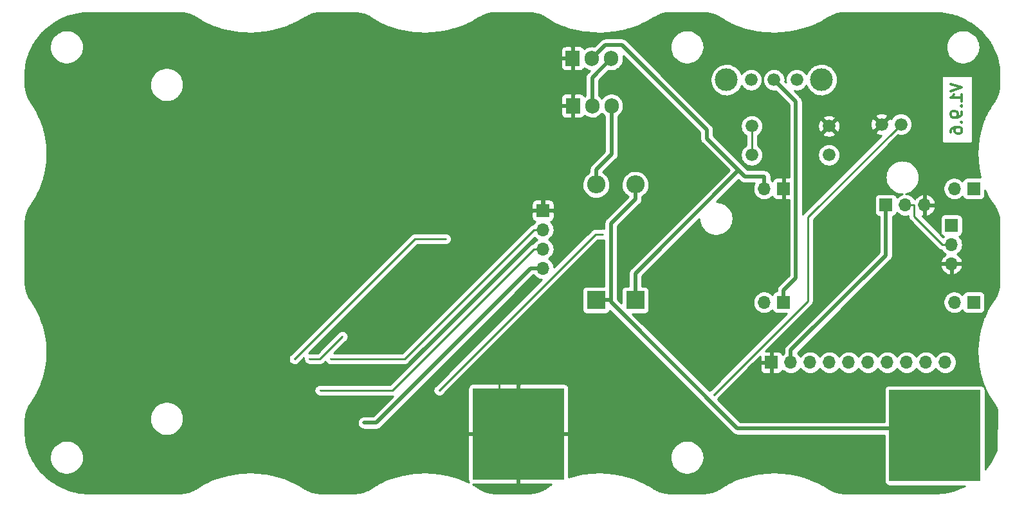
<source format=gbr>
G04 #@! TF.GenerationSoftware,KiCad,Pcbnew,5.99.0-unknown-da005bd2a6~101~ubuntu20.04.1*
G04 #@! TF.CreationDate,2021-02-28T21:44:41+09:00*
G04 #@! TF.ProjectId,M5_board_bGeigieRaku V1.9,4d355f62-6f61-4726-945f-624765696769,rev?*
G04 #@! TF.SameCoordinates,PX563e908PY447d14c*
G04 #@! TF.FileFunction,Copper,L2,Bot*
G04 #@! TF.FilePolarity,Positive*
%FSLAX46Y46*%
G04 Gerber Fmt 4.6, Leading zero omitted, Abs format (unit mm)*
G04 Created by KiCad (PCBNEW 5.99.0-unknown-da005bd2a6~101~ubuntu20.04.1) date 2021-02-28 21:44:41*
%MOMM*%
%LPD*%
G01*
G04 APERTURE LIST*
%ADD10C,0.300000*%
G04 #@! TA.AperFunction,ComponentPad*
%ADD11C,1.676400*%
G04 #@! TD*
G04 #@! TA.AperFunction,ComponentPad*
%ADD12R,1.700000X1.700000*%
G04 #@! TD*
G04 #@! TA.AperFunction,ComponentPad*
%ADD13O,1.700000X1.700000*%
G04 #@! TD*
G04 #@! TA.AperFunction,ComponentPad*
%ADD14C,3.000000*%
G04 #@! TD*
G04 #@! TA.AperFunction,ComponentPad*
%ADD15R,2.400000X2.400000*%
G04 #@! TD*
G04 #@! TA.AperFunction,ComponentPad*
%ADD16O,2.400000X2.400000*%
G04 #@! TD*
G04 #@! TA.AperFunction,SMDPad,CuDef*
%ADD17R,12.000000X12.000000*%
G04 #@! TD*
G04 #@! TA.AperFunction,ComponentPad*
%ADD18R,1.905000X2.000000*%
G04 #@! TD*
G04 #@! TA.AperFunction,ComponentPad*
%ADD19O,1.905000X2.000000*%
G04 #@! TD*
G04 #@! TA.AperFunction,ViaPad*
%ADD20C,0.300000*%
G04 #@! TD*
G04 #@! TA.AperFunction,ViaPad*
%ADD21C,0.500000*%
G04 #@! TD*
G04 #@! TA.AperFunction,Conductor*
%ADD22C,0.250000*%
G04 #@! TD*
G04 #@! TA.AperFunction,Conductor*
%ADD23C,0.500000*%
G04 #@! TD*
G04 #@! TA.AperFunction,Conductor*
%ADD24C,0.254000*%
G04 #@! TD*
G04 APERTURE END LIST*
D10*
X116552371Y-4857357D02*
X118052371Y-5357357D01*
X116552371Y-5857357D01*
X118052371Y-7143071D02*
X118052371Y-6285928D01*
X118052371Y-6714500D02*
X116552371Y-6714500D01*
X116766657Y-6571642D01*
X116909514Y-6428785D01*
X116980942Y-6285928D01*
X117909514Y-7785928D02*
X117980942Y-7857357D01*
X118052371Y-7785928D01*
X117980942Y-7714500D01*
X117909514Y-7785928D01*
X118052371Y-7785928D01*
X118052371Y-8571642D02*
X118052371Y-8857357D01*
X117980942Y-9000214D01*
X117909514Y-9071642D01*
X117695228Y-9214500D01*
X117409514Y-9285928D01*
X116838085Y-9285928D01*
X116695228Y-9214500D01*
X116623800Y-9143071D01*
X116552371Y-9000214D01*
X116552371Y-8714500D01*
X116623800Y-8571642D01*
X116695228Y-8500214D01*
X116838085Y-8428785D01*
X117195228Y-8428785D01*
X117338085Y-8500214D01*
X117409514Y-8571642D01*
X117480942Y-8714500D01*
X117480942Y-9000214D01*
X117409514Y-9143071D01*
X117338085Y-9214500D01*
X117195228Y-9285928D01*
X117909514Y-9928785D02*
X117980942Y-10000214D01*
X118052371Y-9928785D01*
X117980942Y-9857357D01*
X117909514Y-9928785D01*
X118052371Y-9928785D01*
X116552371Y-11285928D02*
X116552371Y-11000214D01*
X116623800Y-10857357D01*
X116695228Y-10785928D01*
X116909514Y-10643071D01*
X117195228Y-10571642D01*
X117766657Y-10571642D01*
X117909514Y-10643071D01*
X117980942Y-10714500D01*
X118052371Y-10857357D01*
X118052371Y-11143071D01*
X117980942Y-11285928D01*
X117909514Y-11357357D01*
X117766657Y-11428785D01*
X117409514Y-11428785D01*
X117266657Y-11357357D01*
X117195228Y-11285928D01*
X117123800Y-11143071D01*
X117123800Y-10857357D01*
X117195228Y-10714500D01*
X117266657Y-10643071D01*
X117409514Y-10571642D01*
D11*
X90389200Y-10428500D03*
X100549200Y-10428500D03*
D12*
X119599200Y-33669500D03*
D13*
X117059200Y-33669500D03*
D12*
X62899200Y-21564500D03*
D13*
X62899200Y-24104500D03*
X62899200Y-26644500D03*
X62899200Y-29184500D03*
D11*
X96310200Y-4332500D03*
X93310200Y-4332500D03*
X90310200Y-4332500D03*
D14*
X99560200Y-4332500D03*
X87060200Y-4332500D03*
D11*
X110019200Y-10189500D03*
X107479200Y-10189500D03*
D12*
X119599200Y-18683500D03*
D13*
X117059200Y-18683500D03*
D12*
X92974200Y-41589500D03*
D13*
X95514200Y-41589500D03*
X98054200Y-41589500D03*
X100594200Y-41589500D03*
X103134200Y-41589500D03*
X105674200Y-41589500D03*
X108214200Y-41589500D03*
X110754200Y-41589500D03*
X113294200Y-41589500D03*
X115834200Y-41589500D03*
D11*
X100549200Y-14238500D03*
X90389200Y-14238500D03*
D12*
X116674200Y-23514500D03*
D13*
X116674200Y-26054500D03*
X116674200Y-28594500D03*
D15*
X75054200Y-33364500D03*
D16*
X75054200Y-18124500D03*
D12*
X94580200Y-18683500D03*
D13*
X92040200Y-18683500D03*
D12*
X94580200Y-33669500D03*
D13*
X92040200Y-33669500D03*
D15*
X69904200Y-33364500D03*
D16*
X69904200Y-18124500D03*
D12*
X108042200Y-20842500D03*
D13*
X110582200Y-20842500D03*
X113122200Y-20842500D03*
D17*
X114473800Y-51224500D03*
X59673800Y-51014500D03*
D18*
X66824200Y-1494500D03*
D19*
X69364200Y-1494500D03*
X71904200Y-1494500D03*
D18*
X66844200Y-7749500D03*
D19*
X69384200Y-7749500D03*
X71924200Y-7749500D03*
D20*
X57124200Y-43710700D03*
X33571000Y-45270600D03*
X34998600Y-41150900D03*
X49236700Y-45270600D03*
X70774900Y-24687400D03*
D21*
X39386600Y-49539800D03*
D20*
X50082300Y-25301800D03*
X30205900Y-41133000D03*
X36507200Y-38187800D03*
X32195800Y-41133000D03*
X85381000Y-45843700D03*
D22*
X57124200Y-50079500D02*
X57124200Y-43710700D01*
X43097900Y-45270500D02*
X33571000Y-45270500D01*
X61723900Y-26644500D02*
X43097900Y-45270500D01*
X62899200Y-26644500D02*
X61723900Y-26644500D01*
X33571000Y-45270500D02*
X33571000Y-45270600D01*
X44677500Y-41150900D02*
X34998600Y-41150900D01*
X61723900Y-24104500D02*
X44677500Y-41150900D01*
X62899200Y-24104500D02*
X61723900Y-24104500D01*
X70774900Y-24687400D02*
X69819900Y-24687400D01*
X69819900Y-24687400D02*
X49236700Y-45270600D01*
X90389200Y-14238500D02*
X90389200Y-10428500D01*
D23*
X61298900Y-29184500D02*
X40943600Y-49539800D01*
X40943600Y-49539800D02*
X39386600Y-49539800D01*
X108042200Y-27461200D02*
X95514200Y-39989200D01*
X95514200Y-41589500D02*
X95514200Y-39989200D01*
X108042200Y-20842500D02*
X108042200Y-27461200D01*
X62899200Y-29184500D02*
X61298900Y-29184500D01*
D22*
X30205900Y-41133000D02*
X46037100Y-25301800D01*
X110582200Y-20842500D02*
X111757500Y-20842500D01*
X111757500Y-22313100D02*
X115498900Y-26054500D01*
X46037100Y-25301800D02*
X50082300Y-25301800D01*
X116674200Y-26054500D02*
X115498900Y-26054500D01*
X111757500Y-20842500D02*
X111757500Y-22313100D01*
X33562000Y-41133000D02*
X32195800Y-41133000D01*
X36507200Y-38187800D02*
X33562000Y-41133000D01*
D23*
X94580200Y-33669500D02*
X94580200Y-32069200D01*
X93310200Y-4332500D02*
X96180500Y-7202800D01*
X96180500Y-30468900D02*
X94580200Y-32069200D01*
X69904200Y-18124500D02*
X69904200Y-16174200D01*
X96180500Y-7202800D02*
X96180500Y-30468900D01*
X71924200Y-7749500D02*
X71924200Y-14154200D01*
X71924200Y-14154200D02*
X69904200Y-16174200D01*
D22*
X97747400Y-33477300D02*
X85381000Y-45843700D01*
X110019200Y-10189500D02*
X97747400Y-22461300D01*
X97747400Y-22461300D02*
X97747400Y-33477300D01*
D23*
X111924200Y-50289500D02*
X105173900Y-50289500D01*
X88505200Y-50289500D02*
X105173900Y-50289500D01*
X71854500Y-33638800D02*
X88505200Y-50289500D01*
X71604400Y-33364500D02*
X71854500Y-33364500D01*
X69904200Y-33364500D02*
X71604400Y-33364500D01*
X71854500Y-23274500D02*
X75054200Y-20074800D01*
X75054200Y-18124500D02*
X75054200Y-20074800D01*
X69384200Y-7749500D02*
X69384200Y-4014500D01*
X71854500Y-33364500D02*
X71854500Y-33638800D01*
X69384200Y-4014500D02*
X71904200Y-1494500D01*
X71854500Y-33364500D02*
X71854500Y-23274500D01*
X92040200Y-18683500D02*
X92040200Y-17083200D01*
X88671100Y-16260100D02*
X75054200Y-29877000D01*
X75054200Y-29877000D02*
X75054200Y-33364500D01*
X84477300Y-10906200D02*
X84477300Y-12066400D01*
X73283700Y287400D02*
X84477300Y-10906200D01*
X84477300Y-12066400D02*
X88671100Y-16260100D01*
X69364200Y-1494500D02*
X71146100Y287400D01*
X89494100Y-17083200D02*
X92040200Y-17083200D01*
X71146100Y287400D02*
X73283700Y287400D01*
X88671100Y-16260100D02*
X89494100Y-17083200D01*
D24*
X15312834Y4508069D02*
X15443060Y4495504D01*
X15567958Y4479566D01*
X15567962Y4479565D01*
X15572794Y4478949D01*
X15656241Y4465695D01*
X15701933Y4458438D01*
X15789013Y4441876D01*
X15830401Y4434004D01*
X15924575Y4413114D01*
X15958031Y4405693D01*
X16084747Y4373531D01*
X16210240Y4337611D01*
X16334589Y4297917D01*
X16427306Y4265202D01*
X16427306Y4265201D01*
X16457467Y4254558D01*
X16578907Y4207529D01*
X16594654Y4200874D01*
X16698624Y4156935D01*
X16816601Y4102786D01*
X16917691Y4052589D01*
X16932624Y4045174D01*
X17046682Y3984092D01*
X17157025Y3920524D01*
X17901262Y3454877D01*
X17913781Y3445753D01*
X17930329Y3435548D01*
X17940621Y3430250D01*
X17947698Y3425823D01*
X17963510Y3417431D01*
X17977969Y3411028D01*
X18752043Y3012624D01*
X18764552Y3004972D01*
X18781874Y2996135D01*
X18793415Y2991331D01*
X18801650Y2987092D01*
X18818115Y2980049D01*
X18832318Y2975135D01*
X19179832Y2830465D01*
X19544057Y2678838D01*
X19633753Y2641497D01*
X19646108Y2635207D01*
X19664065Y2627748D01*
X19676791Y2623581D01*
X19686173Y2619675D01*
X19703161Y2613982D01*
X19716976Y2610422D01*
X20251095Y2435518D01*
X20541003Y2340584D01*
X20553101Y2335533D01*
X20571566Y2329449D01*
X20585362Y2326057D01*
X20595826Y2322631D01*
X20613201Y2318282D01*
X20626537Y2315935D01*
X21468503Y2108955D01*
X21480311Y2105010D01*
X21499173Y2100291D01*
X21513920Y2097791D01*
X21525301Y2094993D01*
X21542951Y2091964D01*
X21555807Y2090690D01*
X22411121Y1945681D01*
X22422638Y1942726D01*
X22441785Y1939360D01*
X22457279Y1937856D01*
X22469437Y1935795D01*
X22487260Y1934064D01*
X22499623Y1933746D01*
X22881409Y1896692D01*
X23363781Y1849875D01*
X23375047Y1847807D01*
X23394387Y1845783D01*
X23410415Y1845350D01*
X23423154Y1844113D01*
X23441062Y1843653D01*
X23453010Y1844197D01*
X23589772Y1840497D01*
X24321489Y1820699D01*
X24332571Y1819443D01*
X24352005Y1818750D01*
X24368355Y1819431D01*
X24381477Y1819076D01*
X24399364Y1819865D01*
X24410944Y1821205D01*
X25279317Y1857375D01*
X25290302Y1856884D01*
X25309734Y1857517D01*
X25326149Y1859327D01*
X25339444Y1859880D01*
X25357245Y1861896D01*
X25368556Y1864000D01*
X26232339Y1959201D01*
X26243311Y1959458D01*
X26262654Y1961411D01*
X26278922Y1964336D01*
X26292164Y1965795D01*
X26309785Y1969018D01*
X26320926Y1971887D01*
X27175623Y2125537D01*
X27186694Y2126558D01*
X27205862Y2129832D01*
X27221759Y2133831D01*
X27234727Y2136162D01*
X27252082Y2140575D01*
X27263124Y2144236D01*
X28104304Y2355826D01*
X28115543Y2357656D01*
X28134437Y2362253D01*
X28149728Y2367251D01*
X28162218Y2370393D01*
X28179228Y2375984D01*
X28190241Y2380493D01*
X29013402Y2649566D01*
X29024893Y2652286D01*
X29043411Y2658210D01*
X29057886Y2664107D01*
X29069698Y2667968D01*
X29086285Y2674729D01*
X29097319Y2680171D01*
X29522711Y2853469D01*
X29897933Y3006328D01*
X29909717Y3010041D01*
X29927755Y3017297D01*
X29941230Y3023968D01*
X29952184Y3028430D01*
X29968253Y3036351D01*
X29979326Y3042826D01*
X30752820Y3425725D01*
X30764919Y3430562D01*
X30782364Y3439152D01*
X30794689Y3446453D01*
X30804623Y3451370D01*
X30820067Y3460434D01*
X30831166Y3468058D01*
X31332378Y3764937D01*
X31573578Y3907805D01*
X31590076Y3916140D01*
X31810332Y4027416D01*
X32063123Y4144988D01*
X32185396Y4197528D01*
X32310258Y4247887D01*
X32435081Y4294688D01*
X32542640Y4331749D01*
X32559731Y4337638D01*
X32615012Y4354903D01*
X32684148Y4376495D01*
X32808270Y4411019D01*
X32932028Y4440985D01*
X33055456Y4466203D01*
X33117063Y4476351D01*
X33178504Y4486471D01*
X33301273Y4501612D01*
X33417688Y4510951D01*
X33417691Y4510951D01*
X33423729Y4511436D01*
X33549586Y4515890D01*
X38176805Y4515890D01*
X38296456Y4508069D01*
X38426680Y4495504D01*
X38556413Y4478949D01*
X38685555Y4458438D01*
X38772634Y4441876D01*
X38814022Y4434004D01*
X38908196Y4413114D01*
X38941652Y4405693D01*
X39068368Y4373531D01*
X39193861Y4337611D01*
X39238479Y4323368D01*
X39318190Y4297923D01*
X39328067Y4294438D01*
X39441121Y4254546D01*
X39562503Y4207540D01*
X39682239Y4156938D01*
X39800248Y4102774D01*
X39916259Y4045167D01*
X40030280Y3984106D01*
X40140652Y3920519D01*
X40884881Y3454877D01*
X40897400Y3445753D01*
X40913948Y3435548D01*
X40924240Y3430250D01*
X40931317Y3425823D01*
X40947129Y3417431D01*
X40961588Y3411028D01*
X41735662Y3012624D01*
X41748171Y3004972D01*
X41765493Y2996135D01*
X41777034Y2991331D01*
X41785269Y2987092D01*
X41801734Y2980049D01*
X41815937Y2975135D01*
X42163451Y2830465D01*
X42527676Y2678838D01*
X42617372Y2641497D01*
X42629727Y2635207D01*
X42647684Y2627748D01*
X42660410Y2623581D01*
X42669792Y2619675D01*
X42686778Y2613983D01*
X42700586Y2610425D01*
X43430280Y2371477D01*
X43524621Y2340584D01*
X43536719Y2335533D01*
X43555184Y2329449D01*
X43568980Y2326057D01*
X43579444Y2322631D01*
X43596819Y2318282D01*
X43610155Y2315935D01*
X44452121Y2108955D01*
X44463929Y2105010D01*
X44482791Y2100291D01*
X44497538Y2097791D01*
X44508919Y2094993D01*
X44526569Y2091964D01*
X44539425Y2090690D01*
X45394739Y1945681D01*
X45406256Y1942726D01*
X45425403Y1939360D01*
X45440897Y1937856D01*
X45453055Y1935795D01*
X45470878Y1934064D01*
X45483241Y1933746D01*
X45865036Y1896691D01*
X46347398Y1849875D01*
X46358664Y1847807D01*
X46378004Y1845783D01*
X46394032Y1845350D01*
X46406771Y1844113D01*
X46424679Y1843653D01*
X46436627Y1844197D01*
X46573389Y1840497D01*
X47305106Y1820699D01*
X47316188Y1819443D01*
X47335622Y1818750D01*
X47351972Y1819431D01*
X47365094Y1819076D01*
X47382981Y1819865D01*
X47394561Y1821205D01*
X48262934Y1857375D01*
X48273919Y1856884D01*
X48293351Y1857517D01*
X48309766Y1859327D01*
X48323061Y1859880D01*
X48340862Y1861896D01*
X48352173Y1864000D01*
X49215956Y1959201D01*
X49226928Y1959458D01*
X49246271Y1961411D01*
X49262539Y1964336D01*
X49275781Y1965795D01*
X49293402Y1969018D01*
X49304543Y1971887D01*
X50159240Y2125537D01*
X50170311Y2126558D01*
X50189479Y2129832D01*
X50205376Y2133831D01*
X50218344Y2136162D01*
X50235699Y2140575D01*
X50246738Y2144235D01*
X51087923Y2355826D01*
X51099159Y2357656D01*
X51118055Y2362254D01*
X51133342Y2367251D01*
X51145833Y2370393D01*
X51162851Y2375987D01*
X51173858Y2380495D01*
X51997016Y2649566D01*
X52008509Y2652286D01*
X52027026Y2658210D01*
X52041501Y2664107D01*
X52053313Y2667968D01*
X52069900Y2674729D01*
X52080934Y2680171D01*
X52881546Y3006328D01*
X52893331Y3010041D01*
X52911364Y3017295D01*
X52924846Y3023968D01*
X52935804Y3028433D01*
X52951861Y3036348D01*
X52962938Y3042824D01*
X53587797Y3352147D01*
X53736438Y3425728D01*
X53748531Y3430562D01*
X53765977Y3439152D01*
X53778302Y3446453D01*
X53788236Y3451370D01*
X53803685Y3460438D01*
X53814775Y3468057D01*
X53941613Y3543185D01*
X54557189Y3907803D01*
X54793914Y4027399D01*
X54968311Y4108511D01*
X55046717Y4144977D01*
X55168977Y4197514D01*
X55293904Y4247898D01*
X55373777Y4277845D01*
X55418711Y4294692D01*
X55543346Y4337638D01*
X55667749Y4376489D01*
X55791897Y4411020D01*
X55915668Y4440990D01*
X55961428Y4450340D01*
X55961428Y4450339D01*
X56039076Y4466204D01*
X56162140Y4486473D01*
X56284890Y4501611D01*
X56385328Y4509670D01*
X56385328Y4509669D01*
X56407357Y4511436D01*
X56533203Y4515890D01*
X61160424Y4515890D01*
X61280073Y4508069D01*
X61410299Y4495504D01*
X61540030Y4478949D01*
X61669172Y4458438D01*
X61797654Y4434001D01*
X61882442Y4415193D01*
X61925282Y4405690D01*
X62051985Y4373531D01*
X62177478Y4337611D01*
X62301827Y4297917D01*
X62413893Y4258374D01*
X62424703Y4254559D01*
X62546102Y4207546D01*
X62665882Y4156926D01*
X62783844Y4102783D01*
X62899873Y4045167D01*
X63013912Y3984095D01*
X63025246Y3977567D01*
X63124358Y3920470D01*
X63868498Y3454884D01*
X63881029Y3445751D01*
X63897575Y3435548D01*
X63907876Y3430246D01*
X63914944Y3425824D01*
X63930762Y3417429D01*
X63945208Y3411033D01*
X64719286Y3012625D01*
X64731803Y3004969D01*
X64749120Y2996136D01*
X64760641Y2991340D01*
X64768898Y2987090D01*
X64785360Y2980048D01*
X64799579Y2975129D01*
X65110372Y2845745D01*
X65601005Y2641493D01*
X65613358Y2635204D01*
X65631311Y2627747D01*
X65644029Y2623582D01*
X65653422Y2619672D01*
X65670403Y2613981D01*
X65684243Y2610414D01*
X66063661Y2486169D01*
X66508233Y2340588D01*
X66520342Y2335532D01*
X66538814Y2329446D01*
X66552619Y2326052D01*
X66563070Y2322630D01*
X66580441Y2318281D01*
X66593776Y2315934D01*
X67435757Y2108950D01*
X67447562Y2105007D01*
X67466420Y2100289D01*
X67481160Y2097790D01*
X67492550Y2094990D01*
X67510201Y2091961D01*
X67523056Y2090687D01*
X68145831Y1985102D01*
X68378363Y1945679D01*
X68389883Y1942722D01*
X68409033Y1939356D01*
X68424523Y1937853D01*
X68436683Y1935791D01*
X68454508Y1934060D01*
X68466872Y1933742D01*
X68621985Y1918688D01*
X69331022Y1849870D01*
X69342297Y1847801D01*
X69361634Y1845778D01*
X69377664Y1845345D01*
X69390402Y1844108D01*
X69408310Y1843648D01*
X69420257Y1844192D01*
X69596624Y1839420D01*
X70288737Y1820693D01*
X70299820Y1819437D01*
X70319253Y1818744D01*
X70335603Y1819425D01*
X70348724Y1819070D01*
X70366611Y1819859D01*
X70378191Y1821199D01*
X70587587Y1829921D01*
X71246563Y1857369D01*
X71257540Y1856878D01*
X71276976Y1857510D01*
X71293398Y1859320D01*
X71306700Y1859874D01*
X71324492Y1861889D01*
X71335814Y1863995D01*
X72199587Y1959194D01*
X72210559Y1959451D01*
X72229902Y1961404D01*
X72246170Y1964329D01*
X72259412Y1965788D01*
X72277033Y1969011D01*
X72288170Y1971879D01*
X72772291Y2058910D01*
X73142877Y2125531D01*
X73153949Y2126552D01*
X73173114Y2129826D01*
X73189012Y2133825D01*
X73201973Y2136155D01*
X73219328Y2140567D01*
X73230380Y2144231D01*
X73967364Y2329613D01*
X74071529Y2355815D01*
X74082795Y2357650D01*
X74101685Y2362247D01*
X74116985Y2367248D01*
X74129467Y2370388D01*
X74146481Y2375981D01*
X74157480Y2380485D01*
X74209178Y2397384D01*
X74980649Y2649561D01*
X74992142Y2652281D01*
X75010659Y2658205D01*
X75025134Y2664102D01*
X75036946Y2667963D01*
X75053533Y2674724D01*
X75064567Y2680166D01*
X75865180Y3006323D01*
X75876962Y3010035D01*
X75895000Y3017290D01*
X75908486Y3023966D01*
X75919439Y3028428D01*
X75935500Y3036346D01*
X75946575Y3042822D01*
X76720078Y3425729D01*
X76732169Y3430562D01*
X76749611Y3439149D01*
X76761936Y3446449D01*
X76771876Y3451370D01*
X76787320Y3460435D01*
X76798428Y3468065D01*
X77540866Y3907830D01*
X77555870Y3915410D01*
X77555871Y3915411D01*
X77777537Y4027399D01*
X78030363Y4144988D01*
X78152636Y4197528D01*
X78277508Y4247891D01*
X78402342Y4294695D01*
X78526970Y4337638D01*
X78651373Y4376489D01*
X78775514Y4411019D01*
X78899258Y4440982D01*
X79022698Y4466203D01*
X79118982Y4482062D01*
X79145745Y4486470D01*
X79268518Y4501612D01*
X79371796Y4509898D01*
X79371796Y4509897D01*
X79390984Y4511436D01*
X79453607Y4513652D01*
X79453609Y4513652D01*
X79516827Y4515890D01*
X84144044Y4515890D01*
X84263693Y4508069D01*
X84393919Y4495504D01*
X84501882Y4481727D01*
X84523634Y4478951D01*
X84617626Y4464023D01*
X84652801Y4458436D01*
X84739871Y4441876D01*
X84781259Y4434004D01*
X84875433Y4413114D01*
X84908889Y4405693D01*
X85035605Y4373531D01*
X85161098Y4337611D01*
X85285447Y4297917D01*
X85397513Y4258374D01*
X85408334Y4254555D01*
X85460372Y4234403D01*
X85529719Y4207547D01*
X85552850Y4197772D01*
X85649481Y4156935D01*
X85767471Y4102780D01*
X85883480Y4045174D01*
X85997519Y3984102D01*
X86019554Y3971409D01*
X86019554Y3971410D01*
X86107955Y3920484D01*
X86571943Y3630181D01*
X86852127Y3454879D01*
X86864648Y3445753D01*
X86881196Y3435548D01*
X86891488Y3430250D01*
X86898565Y3425823D01*
X86914379Y3417430D01*
X86928831Y3411031D01*
X87476880Y3128958D01*
X87702904Y3012627D01*
X87715424Y3004969D01*
X87732741Y2996135D01*
X87744282Y2991330D01*
X87752517Y2987092D01*
X87768982Y2980049D01*
X87783191Y2975133D01*
X88584621Y2641497D01*
X88596976Y2635207D01*
X88614933Y2627748D01*
X88627659Y2623581D01*
X88637041Y2619675D01*
X88654022Y2613984D01*
X88667847Y2610421D01*
X89047287Y2486169D01*
X89491868Y2340585D01*
X89503969Y2335533D01*
X89522434Y2329449D01*
X89536230Y2326057D01*
X89546694Y2322631D01*
X89564066Y2318282D01*
X89577409Y2315934D01*
X90419372Y2108955D01*
X90431180Y2105010D01*
X90450045Y2100290D01*
X90464798Y2097789D01*
X90476167Y2094994D01*
X90493820Y2091965D01*
X90506662Y2090692D01*
X91094751Y1990989D01*
X91361991Y1945682D01*
X91373504Y1942727D01*
X91392655Y1939360D01*
X91408149Y1937856D01*
X91420307Y1935795D01*
X91438130Y1934064D01*
X91450493Y1933746D01*
X91832279Y1896692D01*
X92314651Y1849875D01*
X92325917Y1847807D01*
X92345257Y1845783D01*
X92361285Y1845350D01*
X92374024Y1844113D01*
X92391932Y1843653D01*
X92403880Y1844197D01*
X92541319Y1840479D01*
X93272359Y1820699D01*
X93283442Y1819443D01*
X93302876Y1818750D01*
X93319226Y1819431D01*
X93332348Y1819076D01*
X93350235Y1819865D01*
X93361815Y1821205D01*
X94230189Y1857375D01*
X94241174Y1856884D01*
X94260606Y1857517D01*
X94277021Y1859327D01*
X94290316Y1859880D01*
X94308117Y1861896D01*
X94319428Y1864000D01*
X95183210Y1959201D01*
X95194182Y1959458D01*
X95213525Y1961411D01*
X95229793Y1964336D01*
X95243035Y1965795D01*
X95260656Y1969018D01*
X95271793Y1971886D01*
X96126495Y2125537D01*
X96137566Y2126558D01*
X96156734Y2129832D01*
X96172631Y2133831D01*
X96185599Y2136162D01*
X96202954Y2140575D01*
X96213993Y2144235D01*
X97055178Y2355826D01*
X97066414Y2357656D01*
X97085310Y2362254D01*
X97100597Y2367251D01*
X97113088Y2370393D01*
X97130106Y2375987D01*
X97141113Y2380495D01*
X97964271Y2649566D01*
X97975764Y2652286D01*
X97994281Y2658210D01*
X98008756Y2664107D01*
X98020568Y2667968D01*
X98037155Y2674729D01*
X98048189Y2680171D01*
X98848802Y3006328D01*
X98860587Y3010041D01*
X98878620Y3017295D01*
X98892102Y3023968D01*
X98903060Y3028433D01*
X98919121Y3036350D01*
X98930198Y3042827D01*
X99703695Y3425728D01*
X99715787Y3430562D01*
X99733233Y3439152D01*
X99745558Y3446453D01*
X99755492Y3451370D01*
X99770941Y3460438D01*
X99782031Y3468057D01*
X99927742Y3554364D01*
X100524442Y3907803D01*
X100664583Y3978602D01*
X100761192Y4027408D01*
X101013988Y4144980D01*
X101136235Y4197509D01*
X101261142Y4247887D01*
X101385965Y4294686D01*
X101437340Y4312389D01*
X101510625Y4337641D01*
X101548854Y4349580D01*
X101635030Y4376493D01*
X101759106Y4411005D01*
X101882916Y4440985D01*
X102006341Y4466203D01*
X102060822Y4475177D01*
X102129402Y4486473D01*
X102185582Y4493403D01*
X102185582Y4493402D01*
X102252150Y4501611D01*
X102374592Y4511434D01*
X102500457Y4515890D01*
X114486269Y4515783D01*
X114918693Y4512952D01*
X115332695Y4487809D01*
X115743068Y4440850D01*
X116149178Y4372668D01*
X116550354Y4283859D01*
X116761096Y4225876D01*
X116945952Y4175014D01*
X117183237Y4096829D01*
X117335266Y4046734D01*
X117655400Y3923559D01*
X117717589Y3899631D01*
X118092184Y3734330D01*
X118458356Y3551446D01*
X118815308Y3351655D01*
X119148970Y3143914D01*
X119162376Y3135568D01*
X119356409Y3001929D01*
X119498750Y2903893D01*
X119523017Y2885478D01*
X119823711Y2657296D01*
X119949796Y2552163D01*
X120136498Y2396484D01*
X120303871Y2243377D01*
X120436393Y2122150D01*
X120722699Y1834973D01*
X120994637Y1535728D01*
X121251527Y1225112D01*
X121492673Y903857D01*
X121717374Y572715D01*
X121847907Y358734D01*
X121924983Y232384D01*
X121973333Y143561D01*
X122114862Y-116440D01*
X122286327Y-472952D01*
X122364600Y-659598D01*
X122438791Y-836514D01*
X122560377Y-1175059D01*
X122571638Y-1206414D01*
X122636408Y-1422379D01*
X122684274Y-1581983D01*
X122734961Y-1792031D01*
X122776116Y-1962583D01*
X122846593Y-2347637D01*
X122895116Y-2736511D01*
X122921104Y-3128698D01*
X122924151Y-3550975D01*
X122924151Y-5236499D01*
X122916276Y-5347167D01*
X122903432Y-5469361D01*
X122901154Y-5485754D01*
X122886502Y-5591126D01*
X122881103Y-5622325D01*
X122881104Y-5622325D01*
X122865499Y-5712492D01*
X122853359Y-5771062D01*
X122840461Y-5833287D01*
X122826859Y-5889553D01*
X122811450Y-5953294D01*
X122778461Y-6072552D01*
X122741575Y-6190791D01*
X122700816Y-6307944D01*
X122656215Y-6423918D01*
X122615411Y-6520592D01*
X122615410Y-6520592D01*
X122607832Y-6538544D01*
X122555724Y-6651679D01*
X122549158Y-6664805D01*
X122499908Y-6763258D01*
X122440432Y-6873156D01*
X122377364Y-6981212D01*
X122333147Y-7051642D01*
X122333148Y-7051642D01*
X122315239Y-7080167D01*
X122085649Y-7402029D01*
X122083374Y-7404564D01*
X122071540Y-7419998D01*
X122058128Y-7440608D01*
X122045722Y-7458001D01*
X122036386Y-7473282D01*
X122034522Y-7476886D01*
X122009848Y-7514804D01*
X121822129Y-7803283D01*
X121816221Y-7810769D01*
X121805391Y-7826911D01*
X121796496Y-7842675D01*
X121788378Y-7855151D01*
X121779705Y-7870813D01*
X121775455Y-7879966D01*
X121702208Y-8009784D01*
X121360280Y-8615785D01*
X121351875Y-8628464D01*
X121342414Y-8645452D01*
X121337453Y-8656243D01*
X121333198Y-8663784D01*
X121325529Y-8679964D01*
X121319883Y-8694458D01*
X121022732Y-9340789D01*
X120966002Y-9464182D01*
X120958887Y-9477071D01*
X120950832Y-9494768D01*
X120946572Y-9506441D01*
X120942723Y-9514814D01*
X120936419Y-9531572D01*
X120932121Y-9546044D01*
X120643022Y-10338311D01*
X120637136Y-10351322D01*
X120630512Y-10369603D01*
X120627063Y-10382047D01*
X120623736Y-10391164D01*
X120618809Y-10408379D01*
X120615782Y-10422746D01*
X120391216Y-11232938D01*
X120386486Y-11246034D01*
X120381312Y-11264772D01*
X120378765Y-11277859D01*
X120376066Y-11287599D01*
X120372522Y-11305146D01*
X120370690Y-11319360D01*
X120301660Y-11674149D01*
X120215496Y-12116996D01*
X120215497Y-12116996D01*
X120210447Y-12142945D01*
X120206815Y-12156102D01*
X120203102Y-12175186D01*
X120201539Y-12188729D01*
X120199550Y-12198951D01*
X120197388Y-12216731D01*
X120196688Y-12230762D01*
X120137928Y-12739867D01*
X120100602Y-13063262D01*
X120098021Y-13076490D01*
X120095781Y-13095802D01*
X120095253Y-13109611D01*
X120094038Y-13120135D01*
X120093254Y-13138028D01*
X120093634Y-13151919D01*
X120061614Y-13988864D01*
X120060059Y-14002181D01*
X120059301Y-14021612D01*
X120059832Y-14035481D01*
X120059424Y-14046133D01*
X120060013Y-14064032D01*
X120061449Y-14077793D01*
X120093464Y-14914746D01*
X120092931Y-14928200D01*
X120093663Y-14947629D01*
X120095246Y-14961351D01*
X120095652Y-14971949D01*
X120097607Y-14989751D01*
X120100102Y-15003425D01*
X120107741Y-15069616D01*
X120196178Y-15835914D01*
X120196693Y-15849551D01*
X120198922Y-15868863D01*
X120201526Y-15882245D01*
X120202719Y-15892585D01*
X120206031Y-15910185D01*
X120209607Y-15923784D01*
X120369848Y-16747377D01*
X120371458Y-16761201D01*
X120375189Y-16780279D01*
X120378749Y-16793124D01*
X120380680Y-16803048D01*
X120385341Y-16820338D01*
X120390043Y-16833869D01*
X120491173Y-17198739D01*
X120467131Y-17195282D01*
X120449200Y-17194000D01*
X118749200Y-17194000D01*
X118740211Y-17194321D01*
X118667132Y-17199548D01*
X118640623Y-17204331D01*
X118500386Y-17245508D01*
X118467763Y-17260406D01*
X118344808Y-17339425D01*
X118317705Y-17362910D01*
X118221992Y-17473368D01*
X118202602Y-17503539D01*
X118141886Y-17636488D01*
X118134898Y-17660286D01*
X118053852Y-17575327D01*
X118037895Y-17561210D01*
X117852917Y-17423582D01*
X117834809Y-17412354D01*
X117629287Y-17307861D01*
X117609546Y-17299846D01*
X117389356Y-17231475D01*
X117368547Y-17226899D01*
X117139985Y-17196606D01*
X117118703Y-17195603D01*
X116888304Y-17204252D01*
X116867157Y-17206848D01*
X116641510Y-17254194D01*
X116621103Y-17260317D01*
X116406659Y-17345005D01*
X116387574Y-17354478D01*
X116190465Y-17474087D01*
X116173251Y-17486640D01*
X115999112Y-17637749D01*
X115984258Y-17653024D01*
X115838070Y-17831314D01*
X115826002Y-17848873D01*
X115711943Y-18049245D01*
X115703006Y-18068586D01*
X115624339Y-18285311D01*
X115618789Y-18305881D01*
X115577762Y-18532762D01*
X115575757Y-18553974D01*
X115573544Y-18784524D01*
X115575141Y-18805770D01*
X115611805Y-19033398D01*
X115616960Y-19054070D01*
X115691452Y-19272265D01*
X115700016Y-19291775D01*
X115810207Y-19494299D01*
X115821935Y-19512086D01*
X115964674Y-19693150D01*
X115979232Y-19708706D01*
X116150437Y-19863131D01*
X116167408Y-19876013D01*
X116362185Y-19999383D01*
X116381083Y-20009221D01*
X116593861Y-20098010D01*
X116614147Y-20104523D01*
X116838844Y-20156192D01*
X116859938Y-20159194D01*
X117090128Y-20172265D01*
X117111425Y-20171670D01*
X117340527Y-20145770D01*
X117361420Y-20141596D01*
X117582882Y-20077465D01*
X117602773Y-20069829D01*
X117810263Y-19969301D01*
X117828583Y-19958423D01*
X118016169Y-19824371D01*
X118032394Y-19810563D01*
X118138172Y-19703859D01*
X118161208Y-19782314D01*
X118176106Y-19814937D01*
X118255125Y-19937892D01*
X118278610Y-19964995D01*
X118389068Y-20060708D01*
X118419239Y-20080098D01*
X118552188Y-20140814D01*
X118586599Y-20150918D01*
X118731269Y-20171718D01*
X118749200Y-20173000D01*
X120449200Y-20173000D01*
X120458189Y-20172679D01*
X120531268Y-20167452D01*
X120557777Y-20162669D01*
X120698014Y-20121492D01*
X120730637Y-20106594D01*
X120853592Y-20027575D01*
X120880695Y-20004090D01*
X120976408Y-19893632D01*
X120995798Y-19863461D01*
X121056514Y-19730512D01*
X121066618Y-19696101D01*
X121087418Y-19551431D01*
X121088700Y-19533500D01*
X121088700Y-18873763D01*
X121318027Y-19372578D01*
X121323376Y-19386821D01*
X121331594Y-19404440D01*
X121337436Y-19414794D01*
X121341050Y-19422655D01*
X121349668Y-19438353D01*
X121358105Y-19451424D01*
X121773386Y-20187442D01*
X121777294Y-20196136D01*
X121786610Y-20213203D01*
X121796479Y-20228370D01*
X121803795Y-20241336D01*
X121813684Y-20256272D01*
X121819834Y-20264263D01*
X122032280Y-20590749D01*
X122033805Y-20593788D01*
X122043843Y-20610445D01*
X122058131Y-20630476D01*
X122069773Y-20648367D01*
X122080580Y-20662644D01*
X122083252Y-20665696D01*
X122308132Y-20980997D01*
X122309554Y-20983467D01*
X122433584Y-21198931D01*
X122477606Y-21280024D01*
X122496287Y-21314438D01*
X122534252Y-21387881D01*
X122557011Y-21431909D01*
X122614230Y-21549135D01*
X122667593Y-21666037D01*
X122716705Y-21782388D01*
X122761262Y-21898110D01*
X122800954Y-22013038D01*
X122835522Y-22127080D01*
X122864742Y-22240187D01*
X122877886Y-22302449D01*
X122888400Y-22352251D01*
X122906340Y-22463384D01*
X122913760Y-22531244D01*
X122913759Y-22531244D01*
X122918387Y-22573571D01*
X122921732Y-22634514D01*
X122924397Y-22683056D01*
X122924214Y-22772930D01*
X122924136Y-22773935D01*
X122924136Y-22819255D01*
X122924085Y-22845762D01*
X122924136Y-22846497D01*
X122924136Y-31361199D01*
X122923082Y-31376013D01*
X122916261Y-31471860D01*
X122903419Y-31594053D01*
X122886482Y-31715864D01*
X122865480Y-31837212D01*
X122857389Y-31876247D01*
X122857390Y-31876247D01*
X122840451Y-31957963D01*
X122811424Y-32078033D01*
X122795763Y-32134647D01*
X122778454Y-32197217D01*
X122754593Y-32273702D01*
X122741560Y-32315480D01*
X122715626Y-32390019D01*
X122700793Y-32432653D01*
X122676180Y-32496653D01*
X122656207Y-32548588D01*
X122652579Y-32557183D01*
X122652578Y-32557186D01*
X122615900Y-32644082D01*
X122607820Y-32663224D01*
X122557421Y-32772644D01*
X122557422Y-32772644D01*
X122555696Y-32776390D01*
X122499882Y-32887965D01*
X122465998Y-32950575D01*
X122440412Y-32997851D01*
X122377328Y-33105933D01*
X122355802Y-33140219D01*
X122315212Y-33204868D01*
X122085610Y-33526751D01*
X122083335Y-33529286D01*
X122071509Y-33544713D01*
X122058109Y-33565306D01*
X122045691Y-33582715D01*
X122036354Y-33597996D01*
X122034484Y-33601612D01*
X121822102Y-33927999D01*
X121816196Y-33935481D01*
X121805364Y-33951626D01*
X121796471Y-33967387D01*
X121788349Y-33979869D01*
X121779674Y-33995534D01*
X121775423Y-34004692D01*
X121360264Y-34740488D01*
X121351853Y-34753176D01*
X121342392Y-34770163D01*
X121337426Y-34780963D01*
X121333173Y-34788502D01*
X121325505Y-34804682D01*
X121319863Y-34819165D01*
X120965981Y-35588896D01*
X120958867Y-35601785D01*
X120950811Y-35619486D01*
X120946555Y-35631151D01*
X120942705Y-35639524D01*
X120936400Y-35656283D01*
X120932099Y-35670763D01*
X120643009Y-36463013D01*
X120637117Y-36476038D01*
X120630495Y-36494315D01*
X120627041Y-36506775D01*
X120623719Y-36515880D01*
X120618792Y-36533095D01*
X120615769Y-36547442D01*
X120391202Y-37357652D01*
X120386473Y-37370743D01*
X120381298Y-37389484D01*
X120378751Y-37402571D01*
X120376052Y-37412311D01*
X120372508Y-37429862D01*
X120370678Y-37444063D01*
X120210433Y-38267656D01*
X120206801Y-38280812D01*
X120203088Y-38299896D01*
X120201523Y-38313451D01*
X120199537Y-38323661D01*
X120197375Y-38341434D01*
X120196673Y-38355478D01*
X120100591Y-39187969D01*
X120098010Y-39201198D01*
X120095770Y-39220509D01*
X120095242Y-39234320D01*
X120094027Y-39244844D01*
X120093243Y-39262736D01*
X120093623Y-39276628D01*
X120075767Y-39743385D01*
X120061605Y-40113565D01*
X120060049Y-40126892D01*
X120059291Y-40146319D01*
X120059822Y-40160188D01*
X120059414Y-40170840D01*
X120060003Y-40188740D01*
X120061439Y-40202501D01*
X120093453Y-41039451D01*
X120092920Y-41052905D01*
X120093652Y-41072334D01*
X120095235Y-41086056D01*
X120095641Y-41096654D01*
X120097596Y-41114456D01*
X120100091Y-41128128D01*
X120115500Y-41261644D01*
X120196168Y-41960622D01*
X120196682Y-41974254D01*
X120198912Y-41993569D01*
X120201512Y-42006932D01*
X120202707Y-42017287D01*
X120206020Y-42034890D01*
X120209597Y-42048493D01*
X120360287Y-42823003D01*
X120369834Y-42872071D01*
X120371444Y-42885903D01*
X120375177Y-42904987D01*
X120378738Y-42917834D01*
X120380666Y-42927745D01*
X120385326Y-42945037D01*
X120390031Y-42958580D01*
X120614583Y-43768758D01*
X120617360Y-43782785D01*
X120622595Y-43801507D01*
X120627024Y-43813646D01*
X120629615Y-43822993D01*
X120635611Y-43839863D01*
X120641497Y-43853310D01*
X120930590Y-44645583D01*
X120934605Y-44659736D01*
X120941338Y-44677975D01*
X120946530Y-44689268D01*
X120949689Y-44697926D01*
X120957005Y-44714264D01*
X120964142Y-44727578D01*
X120990280Y-44784431D01*
X121318001Y-45497276D01*
X121323353Y-45511528D01*
X121331572Y-45529148D01*
X121337414Y-45539503D01*
X121341028Y-45547363D01*
X121349646Y-45563062D01*
X121358077Y-45576124D01*
X121773356Y-46312150D01*
X121777266Y-46320850D01*
X121786581Y-46337915D01*
X121796459Y-46353096D01*
X121803768Y-46366050D01*
X121813654Y-46380983D01*
X121819808Y-46388979D01*
X122000433Y-46666568D01*
X122032246Y-46715459D01*
X122033774Y-46718504D01*
X122043812Y-46735161D01*
X122058087Y-46755174D01*
X122069741Y-46773084D01*
X122080547Y-46787359D01*
X122083233Y-46790427D01*
X122138057Y-46867287D01*
X122316395Y-47117309D01*
X122379998Y-47217154D01*
X122442818Y-47323772D01*
X122501902Y-47432421D01*
X122504264Y-47437140D01*
X122557255Y-47543016D01*
X122608871Y-47655457D01*
X122651927Y-47758157D01*
X122550649Y-53142536D01*
X122438843Y-53453875D01*
X122286403Y-53817409D01*
X122114931Y-54173969D01*
X121925110Y-54522724D01*
X121717507Y-54863080D01*
X121593979Y-55045146D01*
X121492831Y-55194226D01*
X121349963Y-55384578D01*
X121251698Y-55515502D01*
X121176166Y-55606841D01*
X121113300Y-55682863D01*
X121113300Y-45224500D01*
X121112979Y-45215511D01*
X121107752Y-45142432D01*
X121102969Y-45115923D01*
X121061792Y-44975686D01*
X121046894Y-44943063D01*
X120967875Y-44820108D01*
X120944390Y-44793005D01*
X120833932Y-44697292D01*
X120803761Y-44677902D01*
X120670812Y-44617186D01*
X120636401Y-44607082D01*
X120491731Y-44586282D01*
X120473800Y-44585000D01*
X108473800Y-44585000D01*
X108464811Y-44585321D01*
X108391732Y-44590548D01*
X108365223Y-44595331D01*
X108224986Y-44636508D01*
X108192363Y-44651406D01*
X108069408Y-44730425D01*
X108042305Y-44753910D01*
X107946592Y-44864368D01*
X107927202Y-44894539D01*
X107866486Y-45027488D01*
X107856382Y-45061899D01*
X107835582Y-45206569D01*
X107834300Y-45224500D01*
X107834300Y-49405000D01*
X88871571Y-49405000D01*
X85899326Y-46432755D01*
X85944986Y-46394982D01*
X85966607Y-46371958D01*
X86064365Y-46237405D01*
X86067999Y-46230795D01*
X90455294Y-41843500D01*
X91485200Y-41843500D01*
X91485200Y-42439500D01*
X91485521Y-42448489D01*
X91490743Y-42521497D01*
X91495526Y-42548006D01*
X91536663Y-42688106D01*
X91551561Y-42720728D01*
X91630502Y-42843564D01*
X91653988Y-42870669D01*
X91764339Y-42966288D01*
X91794509Y-42985677D01*
X91927329Y-43046334D01*
X91961739Y-43056438D01*
X92106268Y-43077218D01*
X92124200Y-43078500D01*
X92720200Y-43078500D01*
X92788321Y-43058498D01*
X92834814Y-43004842D01*
X92846200Y-42952500D01*
X92846200Y-41843500D01*
X92826198Y-41775379D01*
X92772542Y-41728886D01*
X92720200Y-41717500D01*
X91611200Y-41717500D01*
X91543079Y-41737502D01*
X91496586Y-41791158D01*
X91485200Y-41843500D01*
X90455294Y-41843500D01*
X91485200Y-40813594D01*
X91485200Y-41335500D01*
X91505202Y-41403621D01*
X91558858Y-41450114D01*
X91611200Y-41461500D01*
X92720200Y-41461500D01*
X92788321Y-41441498D01*
X92834814Y-41387842D01*
X92846200Y-41335500D01*
X92846200Y-40226500D01*
X93102200Y-40226500D01*
X93102200Y-42952500D01*
X93122202Y-43020621D01*
X93175858Y-43067114D01*
X93228200Y-43078500D01*
X93824200Y-43078500D01*
X93833189Y-43078179D01*
X93906197Y-43072957D01*
X93932706Y-43068174D01*
X94072806Y-43027037D01*
X94105428Y-43012139D01*
X94228264Y-42933198D01*
X94255369Y-42909712D01*
X94350988Y-42799361D01*
X94370377Y-42769191D01*
X94431034Y-42636371D01*
X94436733Y-42616962D01*
X94605437Y-42769131D01*
X94622408Y-42782013D01*
X94817185Y-42905383D01*
X94836083Y-42915221D01*
X95048861Y-43004010D01*
X95069147Y-43010523D01*
X95293844Y-43062192D01*
X95314938Y-43065194D01*
X95545128Y-43078265D01*
X95566425Y-43077670D01*
X95795527Y-43051770D01*
X95816420Y-43047596D01*
X96037882Y-42983465D01*
X96057773Y-42975829D01*
X96265263Y-42875301D01*
X96283583Y-42864423D01*
X96471169Y-42730371D01*
X96487394Y-42716563D01*
X96649713Y-42552823D01*
X96663380Y-42536478D01*
X96784984Y-42363131D01*
X96805207Y-42400299D01*
X96816935Y-42418086D01*
X96959674Y-42599150D01*
X96974232Y-42614706D01*
X97145437Y-42769131D01*
X97162408Y-42782013D01*
X97357185Y-42905383D01*
X97376083Y-42915221D01*
X97588861Y-43004010D01*
X97609147Y-43010523D01*
X97833844Y-43062192D01*
X97854938Y-43065194D01*
X98085128Y-43078265D01*
X98106425Y-43077670D01*
X98335527Y-43051770D01*
X98356420Y-43047596D01*
X98577882Y-42983465D01*
X98597773Y-42975829D01*
X98805263Y-42875301D01*
X98823583Y-42864423D01*
X99011169Y-42730371D01*
X99027394Y-42716563D01*
X99189713Y-42552823D01*
X99203380Y-42536478D01*
X99324984Y-42363131D01*
X99345207Y-42400299D01*
X99356935Y-42418086D01*
X99499674Y-42599150D01*
X99514232Y-42614706D01*
X99685437Y-42769131D01*
X99702408Y-42782013D01*
X99897185Y-42905383D01*
X99916083Y-42915221D01*
X100128861Y-43004010D01*
X100149147Y-43010523D01*
X100373844Y-43062192D01*
X100394938Y-43065194D01*
X100625128Y-43078265D01*
X100646425Y-43077670D01*
X100875527Y-43051770D01*
X100896420Y-43047596D01*
X101117882Y-42983465D01*
X101137773Y-42975829D01*
X101345263Y-42875301D01*
X101363583Y-42864423D01*
X101551169Y-42730371D01*
X101567394Y-42716563D01*
X101729713Y-42552823D01*
X101743380Y-42536478D01*
X101864984Y-42363131D01*
X101885207Y-42400299D01*
X101896935Y-42418086D01*
X102039674Y-42599150D01*
X102054232Y-42614706D01*
X102225437Y-42769131D01*
X102242408Y-42782013D01*
X102437185Y-42905383D01*
X102456083Y-42915221D01*
X102668861Y-43004010D01*
X102689147Y-43010523D01*
X102913844Y-43062192D01*
X102934938Y-43065194D01*
X103165128Y-43078265D01*
X103186425Y-43077670D01*
X103415527Y-43051770D01*
X103436420Y-43047596D01*
X103657882Y-42983465D01*
X103677773Y-42975829D01*
X103885263Y-42875301D01*
X103903583Y-42864423D01*
X104091169Y-42730371D01*
X104107394Y-42716563D01*
X104269713Y-42552823D01*
X104283380Y-42536478D01*
X104404984Y-42363131D01*
X104425207Y-42400299D01*
X104436935Y-42418086D01*
X104579674Y-42599150D01*
X104594232Y-42614706D01*
X104765437Y-42769131D01*
X104782408Y-42782013D01*
X104977185Y-42905383D01*
X104996083Y-42915221D01*
X105208861Y-43004010D01*
X105229147Y-43010523D01*
X105453844Y-43062192D01*
X105474938Y-43065194D01*
X105705128Y-43078265D01*
X105726425Y-43077670D01*
X105955527Y-43051770D01*
X105976420Y-43047596D01*
X106197882Y-42983465D01*
X106217773Y-42975829D01*
X106425263Y-42875301D01*
X106443583Y-42864423D01*
X106631169Y-42730371D01*
X106647394Y-42716563D01*
X106809713Y-42552823D01*
X106823380Y-42536478D01*
X106944984Y-42363131D01*
X106965207Y-42400299D01*
X106976935Y-42418086D01*
X107119674Y-42599150D01*
X107134232Y-42614706D01*
X107305437Y-42769131D01*
X107322408Y-42782013D01*
X107517185Y-42905383D01*
X107536083Y-42915221D01*
X107748861Y-43004010D01*
X107769147Y-43010523D01*
X107993844Y-43062192D01*
X108014938Y-43065194D01*
X108245128Y-43078265D01*
X108266425Y-43077670D01*
X108495527Y-43051770D01*
X108516420Y-43047596D01*
X108737882Y-42983465D01*
X108757773Y-42975829D01*
X108965263Y-42875301D01*
X108983583Y-42864423D01*
X109171169Y-42730371D01*
X109187394Y-42716563D01*
X109349713Y-42552823D01*
X109363380Y-42536478D01*
X109484984Y-42363131D01*
X109505207Y-42400299D01*
X109516935Y-42418086D01*
X109659674Y-42599150D01*
X109674232Y-42614706D01*
X109845437Y-42769131D01*
X109862408Y-42782013D01*
X110057185Y-42905383D01*
X110076083Y-42915221D01*
X110288861Y-43004010D01*
X110309147Y-43010523D01*
X110533844Y-43062192D01*
X110554938Y-43065194D01*
X110785128Y-43078265D01*
X110806425Y-43077670D01*
X111035527Y-43051770D01*
X111056420Y-43047596D01*
X111277882Y-42983465D01*
X111297773Y-42975829D01*
X111505263Y-42875301D01*
X111523583Y-42864423D01*
X111711169Y-42730371D01*
X111727394Y-42716563D01*
X111889713Y-42552823D01*
X111903380Y-42536478D01*
X112024984Y-42363131D01*
X112045207Y-42400299D01*
X112056935Y-42418086D01*
X112199674Y-42599150D01*
X112214232Y-42614706D01*
X112385437Y-42769131D01*
X112402408Y-42782013D01*
X112597185Y-42905383D01*
X112616083Y-42915221D01*
X112828861Y-43004010D01*
X112849147Y-43010523D01*
X113073844Y-43062192D01*
X113094938Y-43065194D01*
X113325128Y-43078265D01*
X113346425Y-43077670D01*
X113575527Y-43051770D01*
X113596420Y-43047596D01*
X113817882Y-42983465D01*
X113837773Y-42975829D01*
X114045263Y-42875301D01*
X114063583Y-42864423D01*
X114251169Y-42730371D01*
X114267394Y-42716563D01*
X114429713Y-42552823D01*
X114443380Y-42536478D01*
X114564984Y-42363131D01*
X114585207Y-42400299D01*
X114596935Y-42418086D01*
X114739674Y-42599150D01*
X114754232Y-42614706D01*
X114925437Y-42769131D01*
X114942408Y-42782013D01*
X115137185Y-42905383D01*
X115156083Y-42915221D01*
X115368861Y-43004010D01*
X115389147Y-43010523D01*
X115613844Y-43062192D01*
X115634938Y-43065194D01*
X115865128Y-43078265D01*
X115886425Y-43077670D01*
X116115527Y-43051770D01*
X116136420Y-43047596D01*
X116357882Y-42983465D01*
X116377773Y-42975829D01*
X116585263Y-42875301D01*
X116603583Y-42864423D01*
X116791169Y-42730371D01*
X116807394Y-42716563D01*
X116969713Y-42552823D01*
X116983380Y-42536478D01*
X117115789Y-42347729D01*
X117126506Y-42329315D01*
X117225220Y-42120955D01*
X117232682Y-42100998D01*
X117294878Y-41878984D01*
X117298870Y-41858055D01*
X117322770Y-41628737D01*
X117323443Y-41616884D01*
X117323694Y-41590708D01*
X117323249Y-41578847D01*
X117303756Y-41349112D01*
X117300166Y-41328111D01*
X117242243Y-41104944D01*
X117235166Y-41084847D01*
X117140470Y-40874631D01*
X117130108Y-40856015D01*
X117001347Y-40664759D01*
X116987997Y-40648154D01*
X116828852Y-40481327D01*
X116812895Y-40467210D01*
X116627917Y-40329582D01*
X116609809Y-40318354D01*
X116404287Y-40213861D01*
X116384546Y-40205846D01*
X116164356Y-40137475D01*
X116143547Y-40132899D01*
X115914985Y-40102606D01*
X115893703Y-40101603D01*
X115663304Y-40110252D01*
X115642157Y-40112848D01*
X115416510Y-40160194D01*
X115396103Y-40166317D01*
X115181659Y-40251005D01*
X115162574Y-40260478D01*
X114965465Y-40380087D01*
X114948251Y-40392640D01*
X114774112Y-40543749D01*
X114759258Y-40559024D01*
X114613070Y-40737314D01*
X114601002Y-40754873D01*
X114564814Y-40818445D01*
X114461347Y-40664759D01*
X114447997Y-40648154D01*
X114288852Y-40481327D01*
X114272895Y-40467210D01*
X114087917Y-40329582D01*
X114069809Y-40318354D01*
X113864287Y-40213861D01*
X113844546Y-40205846D01*
X113624356Y-40137475D01*
X113603547Y-40132899D01*
X113374985Y-40102606D01*
X113353703Y-40101603D01*
X113123304Y-40110252D01*
X113102157Y-40112848D01*
X112876510Y-40160194D01*
X112856103Y-40166317D01*
X112641659Y-40251005D01*
X112622574Y-40260478D01*
X112425465Y-40380087D01*
X112408251Y-40392640D01*
X112234112Y-40543749D01*
X112219258Y-40559024D01*
X112073070Y-40737314D01*
X112061002Y-40754873D01*
X112024814Y-40818445D01*
X111921347Y-40664759D01*
X111907997Y-40648154D01*
X111748852Y-40481327D01*
X111732895Y-40467210D01*
X111547917Y-40329582D01*
X111529809Y-40318354D01*
X111324287Y-40213861D01*
X111304546Y-40205846D01*
X111084356Y-40137475D01*
X111063547Y-40132899D01*
X110834985Y-40102606D01*
X110813703Y-40101603D01*
X110583304Y-40110252D01*
X110562157Y-40112848D01*
X110336510Y-40160194D01*
X110316103Y-40166317D01*
X110101659Y-40251005D01*
X110082574Y-40260478D01*
X109885465Y-40380087D01*
X109868251Y-40392640D01*
X109694112Y-40543749D01*
X109679258Y-40559024D01*
X109533070Y-40737314D01*
X109521002Y-40754873D01*
X109484814Y-40818445D01*
X109381347Y-40664759D01*
X109367997Y-40648154D01*
X109208852Y-40481327D01*
X109192895Y-40467210D01*
X109007917Y-40329582D01*
X108989809Y-40318354D01*
X108784287Y-40213861D01*
X108764546Y-40205846D01*
X108544356Y-40137475D01*
X108523547Y-40132899D01*
X108294985Y-40102606D01*
X108273703Y-40101603D01*
X108043304Y-40110252D01*
X108022157Y-40112848D01*
X107796510Y-40160194D01*
X107776103Y-40166317D01*
X107561659Y-40251005D01*
X107542574Y-40260478D01*
X107345465Y-40380087D01*
X107328251Y-40392640D01*
X107154112Y-40543749D01*
X107139258Y-40559024D01*
X106993070Y-40737314D01*
X106981002Y-40754873D01*
X106944814Y-40818445D01*
X106841347Y-40664759D01*
X106827997Y-40648154D01*
X106668852Y-40481327D01*
X106652895Y-40467210D01*
X106467917Y-40329582D01*
X106449809Y-40318354D01*
X106244287Y-40213861D01*
X106224546Y-40205846D01*
X106004356Y-40137475D01*
X105983547Y-40132899D01*
X105754985Y-40102606D01*
X105733703Y-40101603D01*
X105503304Y-40110252D01*
X105482157Y-40112848D01*
X105256510Y-40160194D01*
X105236103Y-40166317D01*
X105021659Y-40251005D01*
X105002574Y-40260478D01*
X104805465Y-40380087D01*
X104788251Y-40392640D01*
X104614112Y-40543749D01*
X104599258Y-40559024D01*
X104453070Y-40737314D01*
X104441002Y-40754873D01*
X104404814Y-40818445D01*
X104301347Y-40664759D01*
X104287997Y-40648154D01*
X104128852Y-40481327D01*
X104112895Y-40467210D01*
X103927917Y-40329582D01*
X103909809Y-40318354D01*
X103704287Y-40213861D01*
X103684546Y-40205846D01*
X103464356Y-40137475D01*
X103443547Y-40132899D01*
X103214985Y-40102606D01*
X103193703Y-40101603D01*
X102963304Y-40110252D01*
X102942157Y-40112848D01*
X102716510Y-40160194D01*
X102696103Y-40166317D01*
X102481659Y-40251005D01*
X102462574Y-40260478D01*
X102265465Y-40380087D01*
X102248251Y-40392640D01*
X102074112Y-40543749D01*
X102059258Y-40559024D01*
X101913070Y-40737314D01*
X101901002Y-40754873D01*
X101864814Y-40818445D01*
X101761347Y-40664759D01*
X101747997Y-40648154D01*
X101588852Y-40481327D01*
X101572895Y-40467210D01*
X101387917Y-40329582D01*
X101369809Y-40318354D01*
X101164287Y-40213861D01*
X101144546Y-40205846D01*
X100924356Y-40137475D01*
X100903547Y-40132899D01*
X100674985Y-40102606D01*
X100653703Y-40101603D01*
X100423304Y-40110252D01*
X100402157Y-40112848D01*
X100176510Y-40160194D01*
X100156103Y-40166317D01*
X99941659Y-40251005D01*
X99922574Y-40260478D01*
X99725465Y-40380087D01*
X99708251Y-40392640D01*
X99534112Y-40543749D01*
X99519258Y-40559024D01*
X99373070Y-40737314D01*
X99361002Y-40754873D01*
X99324814Y-40818445D01*
X99221347Y-40664759D01*
X99207997Y-40648154D01*
X99048852Y-40481327D01*
X99032895Y-40467210D01*
X98847917Y-40329582D01*
X98829809Y-40318354D01*
X98624287Y-40213861D01*
X98604546Y-40205846D01*
X98384356Y-40137475D01*
X98363547Y-40132899D01*
X98134985Y-40102606D01*
X98113703Y-40101603D01*
X97883304Y-40110252D01*
X97862157Y-40112848D01*
X97636510Y-40160194D01*
X97616103Y-40166317D01*
X97401659Y-40251005D01*
X97382574Y-40260478D01*
X97185465Y-40380087D01*
X97168251Y-40392640D01*
X96994112Y-40543749D01*
X96979258Y-40559024D01*
X96833070Y-40737314D01*
X96821002Y-40754873D01*
X96784814Y-40818445D01*
X96681347Y-40664759D01*
X96667997Y-40648154D01*
X96508852Y-40481327D01*
X96492895Y-40467210D01*
X96398700Y-40397127D01*
X96398700Y-40355571D01*
X102983747Y-33770524D01*
X115573544Y-33770524D01*
X115575141Y-33791770D01*
X115611805Y-34019398D01*
X115616960Y-34040070D01*
X115691452Y-34258265D01*
X115700016Y-34277775D01*
X115810207Y-34480299D01*
X115821935Y-34498086D01*
X115964674Y-34679150D01*
X115979232Y-34694706D01*
X116150437Y-34849131D01*
X116167408Y-34862013D01*
X116362185Y-34985383D01*
X116381083Y-34995221D01*
X116593861Y-35084010D01*
X116614147Y-35090523D01*
X116838844Y-35142192D01*
X116859938Y-35145194D01*
X117090128Y-35158265D01*
X117111425Y-35157670D01*
X117340527Y-35131770D01*
X117361420Y-35127596D01*
X117582882Y-35063465D01*
X117602773Y-35055829D01*
X117810263Y-34955301D01*
X117828583Y-34944423D01*
X118016169Y-34810371D01*
X118032394Y-34796563D01*
X118138172Y-34689859D01*
X118161208Y-34768314D01*
X118176106Y-34800937D01*
X118255125Y-34923892D01*
X118278610Y-34950995D01*
X118389068Y-35046708D01*
X118419239Y-35066098D01*
X118552188Y-35126814D01*
X118586599Y-35136918D01*
X118731269Y-35157718D01*
X118749200Y-35159000D01*
X120449200Y-35159000D01*
X120458189Y-35158679D01*
X120531268Y-35153452D01*
X120557777Y-35148669D01*
X120698014Y-35107492D01*
X120730637Y-35092594D01*
X120853592Y-35013575D01*
X120880695Y-34990090D01*
X120976408Y-34879632D01*
X120995798Y-34849461D01*
X121056514Y-34716512D01*
X121066618Y-34682101D01*
X121087418Y-34537431D01*
X121088700Y-34519500D01*
X121088700Y-32819500D01*
X121088379Y-32810511D01*
X121083152Y-32737432D01*
X121078369Y-32710923D01*
X121037192Y-32570686D01*
X121022294Y-32538063D01*
X120943275Y-32415108D01*
X120919790Y-32388005D01*
X120809332Y-32292292D01*
X120779161Y-32272902D01*
X120646212Y-32212186D01*
X120611801Y-32202082D01*
X120467131Y-32181282D01*
X120449200Y-32180000D01*
X118749200Y-32180000D01*
X118740211Y-32180321D01*
X118667132Y-32185548D01*
X118640623Y-32190331D01*
X118500386Y-32231508D01*
X118467763Y-32246406D01*
X118344808Y-32325425D01*
X118317705Y-32348910D01*
X118221992Y-32459368D01*
X118202602Y-32489539D01*
X118141886Y-32622488D01*
X118134898Y-32646286D01*
X118053852Y-32561327D01*
X118037895Y-32547210D01*
X117852917Y-32409582D01*
X117834809Y-32398354D01*
X117629287Y-32293861D01*
X117609546Y-32285846D01*
X117389356Y-32217475D01*
X117368547Y-32212899D01*
X117139985Y-32182606D01*
X117118703Y-32181603D01*
X116888304Y-32190252D01*
X116867157Y-32192848D01*
X116641510Y-32240194D01*
X116621103Y-32246317D01*
X116406659Y-32331005D01*
X116387574Y-32340478D01*
X116190465Y-32460087D01*
X116173251Y-32472640D01*
X115999112Y-32623749D01*
X115984258Y-32639024D01*
X115838070Y-32817314D01*
X115826002Y-32834873D01*
X115711943Y-33035245D01*
X115703006Y-33054586D01*
X115624339Y-33271311D01*
X115618789Y-33291881D01*
X115577762Y-33518762D01*
X115575757Y-33539974D01*
X115573544Y-33770524D01*
X102983747Y-33770524D01*
X107885735Y-28868536D01*
X115215091Y-28868536D01*
X115227290Y-28944276D01*
X115232445Y-28964950D01*
X115306910Y-29183065D01*
X115315473Y-29202574D01*
X115425623Y-29405024D01*
X115437352Y-29422811D01*
X115580039Y-29603808D01*
X115594597Y-29619365D01*
X115765739Y-29773733D01*
X115782710Y-29786614D01*
X115977416Y-29909940D01*
X115996314Y-29919778D01*
X116209014Y-30008534D01*
X116229300Y-30015047D01*
X116391963Y-30052451D01*
X116462834Y-30048224D01*
X116520169Y-30006352D01*
X116545764Y-29940130D01*
X116546200Y-29929656D01*
X116546200Y-28848500D01*
X116802200Y-28848500D01*
X116802200Y-29932556D01*
X116822202Y-30000677D01*
X116875858Y-30047170D01*
X116942353Y-30057759D01*
X116955428Y-30056281D01*
X116976322Y-30052106D01*
X117197703Y-29987998D01*
X117217594Y-29980362D01*
X117425008Y-29879871D01*
X117443328Y-29868994D01*
X117630845Y-29734992D01*
X117647070Y-29721183D01*
X117809329Y-29557502D01*
X117822996Y-29541157D01*
X117955357Y-29352477D01*
X117966074Y-29334062D01*
X118064751Y-29125779D01*
X118072213Y-29105823D01*
X118134387Y-28883891D01*
X118138379Y-28862961D01*
X118138525Y-28861560D01*
X118125692Y-28791733D01*
X118077144Y-28739929D01*
X118013204Y-28722500D01*
X116928200Y-28722500D01*
X116860079Y-28742502D01*
X116813586Y-28796158D01*
X116802200Y-28848500D01*
X116546200Y-28848500D01*
X116526198Y-28780379D01*
X116472542Y-28733886D01*
X116420200Y-28722500D01*
X115339488Y-28722500D01*
X115271367Y-28742502D01*
X115224874Y-28796158D01*
X115215091Y-28868536D01*
X107885735Y-28868536D01*
X108620973Y-28133298D01*
X108637588Y-28121071D01*
X108658931Y-28101168D01*
X108691843Y-28062428D01*
X108697961Y-28056310D01*
X108707681Y-28045391D01*
X108726166Y-28022026D01*
X108773421Y-27966404D01*
X108789615Y-27942123D01*
X108790035Y-27941300D01*
X108790608Y-27940576D01*
X108805943Y-27915747D01*
X108836846Y-27849626D01*
X108870032Y-27784635D01*
X108880204Y-27757285D01*
X108880425Y-27756383D01*
X108880816Y-27755546D01*
X108890027Y-27727858D01*
X108904898Y-27656367D01*
X108922234Y-27585517D01*
X108925603Y-27563372D01*
X108926372Y-27550982D01*
X108928632Y-27525663D01*
X108926700Y-27454261D01*
X108926700Y-22329854D01*
X108974268Y-22326452D01*
X109000777Y-22321669D01*
X109141014Y-22280492D01*
X109173637Y-22265594D01*
X109296592Y-22186575D01*
X109323695Y-22163090D01*
X109419408Y-22052632D01*
X109438798Y-22022461D01*
X109499514Y-21889512D01*
X109505145Y-21870334D01*
X109673437Y-22022131D01*
X109690408Y-22035013D01*
X109885185Y-22158383D01*
X109904083Y-22168221D01*
X110116861Y-22257010D01*
X110137147Y-22263523D01*
X110361844Y-22315192D01*
X110382938Y-22318194D01*
X110613128Y-22331265D01*
X110634425Y-22330670D01*
X110863527Y-22304770D01*
X110884420Y-22300596D01*
X110996249Y-22268212D01*
X110998000Y-22323923D01*
X110998000Y-22352678D01*
X110998994Y-22368473D01*
X110999535Y-22372751D01*
X111000923Y-22416940D01*
X111005864Y-22448137D01*
X111011515Y-22467587D01*
X111014053Y-22487679D01*
X111021908Y-22518272D01*
X111038185Y-22559384D01*
X111050517Y-22601830D01*
X111063060Y-22630816D01*
X111073368Y-22648247D01*
X111080826Y-22667083D01*
X111096043Y-22694762D01*
X111122030Y-22730529D01*
X111144532Y-22768579D01*
X111158526Y-22787828D01*
X111158895Y-22788246D01*
X111164260Y-22793954D01*
X111178343Y-22808037D01*
X111190119Y-22824245D01*
X111211739Y-22847268D01*
X111245520Y-22875214D01*
X114906414Y-26536108D01*
X114920674Y-26553345D01*
X114969525Y-26599219D01*
X114989839Y-26619533D01*
X115001709Y-26629998D01*
X115005114Y-26632639D01*
X115037346Y-26662907D01*
X115062898Y-26681472D01*
X115080651Y-26691232D01*
X115096650Y-26703642D01*
X115123835Y-26719719D01*
X115164404Y-26737275D01*
X115203152Y-26758577D01*
X115232517Y-26770203D01*
X115252131Y-26775239D01*
X115270724Y-26783285D01*
X115301054Y-26792097D01*
X115344721Y-26799013D01*
X115387540Y-26810007D01*
X115395838Y-26811321D01*
X115425207Y-26865299D01*
X115436935Y-26883086D01*
X115579674Y-27064150D01*
X115594232Y-27079706D01*
X115765437Y-27234131D01*
X115782408Y-27247013D01*
X115905491Y-27324973D01*
X115805760Y-27385491D01*
X115788544Y-27398045D01*
X115614470Y-27549099D01*
X115599617Y-27564373D01*
X115453482Y-27742597D01*
X115441414Y-27760156D01*
X115327397Y-27960455D01*
X115318460Y-27979796D01*
X115239822Y-28196441D01*
X115234272Y-28217011D01*
X115215996Y-28318079D01*
X115223557Y-28388672D01*
X115268083Y-28443971D01*
X115339985Y-28466500D01*
X118011394Y-28466500D01*
X118079515Y-28446498D01*
X118126008Y-28392842D01*
X118136112Y-28322568D01*
X118133353Y-28308846D01*
X118081771Y-28110110D01*
X118074694Y-28090014D01*
X117980034Y-27879875D01*
X117969672Y-27861258D01*
X117840958Y-27670072D01*
X117827608Y-27653467D01*
X117668521Y-27486701D01*
X117652564Y-27472584D01*
X117467654Y-27335007D01*
X117450582Y-27324421D01*
X117631169Y-27195371D01*
X117647394Y-27181563D01*
X117809713Y-27017823D01*
X117823380Y-27001478D01*
X117955789Y-26812729D01*
X117966506Y-26794315D01*
X118065220Y-26585955D01*
X118072682Y-26565998D01*
X118134878Y-26343984D01*
X118138870Y-26323055D01*
X118162770Y-26093737D01*
X118163443Y-26081884D01*
X118163694Y-26055708D01*
X118163249Y-26043847D01*
X118143756Y-25814112D01*
X118140166Y-25793111D01*
X118082243Y-25569944D01*
X118075166Y-25549847D01*
X117980470Y-25339631D01*
X117970108Y-25321015D01*
X117841347Y-25129759D01*
X117827997Y-25113154D01*
X117696238Y-24975035D01*
X117773014Y-24952492D01*
X117805637Y-24937594D01*
X117928592Y-24858575D01*
X117955695Y-24835090D01*
X118051408Y-24724632D01*
X118070798Y-24694461D01*
X118131514Y-24561512D01*
X118141618Y-24527101D01*
X118162418Y-24382431D01*
X118163700Y-24364500D01*
X118163700Y-22664500D01*
X118163379Y-22655511D01*
X118158152Y-22582432D01*
X118153369Y-22555923D01*
X118112192Y-22415686D01*
X118097294Y-22383063D01*
X118018275Y-22260108D01*
X117994790Y-22233005D01*
X117884332Y-22137292D01*
X117854161Y-22117902D01*
X117721212Y-22057186D01*
X117686801Y-22047082D01*
X117542131Y-22026282D01*
X117524200Y-22025000D01*
X115824200Y-22025000D01*
X115815211Y-22025321D01*
X115742132Y-22030548D01*
X115715623Y-22035331D01*
X115575386Y-22076508D01*
X115542763Y-22091406D01*
X115419808Y-22170425D01*
X115392705Y-22193910D01*
X115296992Y-22304368D01*
X115277602Y-22334539D01*
X115216886Y-22467488D01*
X115206782Y-22501899D01*
X115185982Y-22646569D01*
X115184700Y-22664500D01*
X115184700Y-24364500D01*
X115185021Y-24373489D01*
X115190248Y-24446568D01*
X115195031Y-24473077D01*
X115236208Y-24613314D01*
X115251106Y-24645937D01*
X115330125Y-24768892D01*
X115353610Y-24795995D01*
X115464068Y-24891708D01*
X115494239Y-24911098D01*
X115627188Y-24971814D01*
X115649221Y-24978283D01*
X115614112Y-25008749D01*
X115599257Y-25024024D01*
X115573694Y-25055200D01*
X112812669Y-22294175D01*
X112839963Y-22300451D01*
X112910834Y-22296224D01*
X112968169Y-22254352D01*
X112993764Y-22188130D01*
X112994200Y-22177656D01*
X112994200Y-21096500D01*
X113250200Y-21096500D01*
X113250200Y-22180556D01*
X113270202Y-22248677D01*
X113323858Y-22295170D01*
X113390353Y-22305759D01*
X113403428Y-22304281D01*
X113424322Y-22300106D01*
X113645703Y-22235998D01*
X113665594Y-22228362D01*
X113873008Y-22127871D01*
X113891328Y-22116994D01*
X114078845Y-21982992D01*
X114095070Y-21969183D01*
X114257329Y-21805502D01*
X114270996Y-21789157D01*
X114403357Y-21600477D01*
X114414074Y-21582062D01*
X114512751Y-21373779D01*
X114520213Y-21353823D01*
X114582387Y-21131891D01*
X114586379Y-21110961D01*
X114586525Y-21109560D01*
X114573692Y-21039733D01*
X114525144Y-20987929D01*
X114461204Y-20970500D01*
X113376200Y-20970500D01*
X113308079Y-20990502D01*
X113261586Y-21044158D01*
X113250200Y-21096500D01*
X112994200Y-21096500D01*
X112994200Y-19508102D01*
X112993632Y-19506169D01*
X113250200Y-19506169D01*
X113250200Y-20588500D01*
X113270202Y-20656621D01*
X113323858Y-20703114D01*
X113376200Y-20714500D01*
X114459394Y-20714500D01*
X114527515Y-20694498D01*
X114574008Y-20640842D01*
X114584112Y-20570568D01*
X114581353Y-20556846D01*
X114529771Y-20358110D01*
X114522694Y-20338014D01*
X114428034Y-20127875D01*
X114417672Y-20109258D01*
X114288958Y-19918072D01*
X114275608Y-19901467D01*
X114116521Y-19734701D01*
X114100564Y-19720584D01*
X113915654Y-19583007D01*
X113897546Y-19571779D01*
X113692099Y-19467324D01*
X113672358Y-19459308D01*
X113452248Y-19390963D01*
X113431439Y-19386388D01*
X113392755Y-19381261D01*
X113322596Y-19392140D01*
X113269457Y-19439222D01*
X113250200Y-19506169D01*
X112993632Y-19506169D01*
X112974198Y-19439981D01*
X112920542Y-19393488D01*
X112850268Y-19383384D01*
X112842326Y-19384787D01*
X112704654Y-19413673D01*
X112684247Y-19419796D01*
X112469881Y-19504453D01*
X112450797Y-19513926D01*
X112253760Y-19633491D01*
X112236544Y-19646045D01*
X112062470Y-19797099D01*
X112047617Y-19812373D01*
X111901482Y-19990597D01*
X111889414Y-20008156D01*
X111853125Y-20071907D01*
X111749347Y-19917759D01*
X111735997Y-19901154D01*
X111576852Y-19734327D01*
X111560895Y-19720210D01*
X111375917Y-19582582D01*
X111357809Y-19571354D01*
X111152287Y-19466861D01*
X111132546Y-19458846D01*
X110912356Y-19390475D01*
X110891547Y-19385899D01*
X110664492Y-19355806D01*
X110917294Y-19289485D01*
X110933539Y-19284018D01*
X111199154Y-19173996D01*
X111214506Y-19166375D01*
X111462733Y-19021323D01*
X111476909Y-19011689D01*
X111703154Y-18834291D01*
X111715892Y-18822822D01*
X111915967Y-18616360D01*
X111927030Y-18603269D01*
X112097234Y-18371564D01*
X112106418Y-18357092D01*
X112243602Y-18104431D01*
X112250737Y-18088847D01*
X112352361Y-17819907D01*
X112357315Y-17803498D01*
X112421499Y-17523253D01*
X112424180Y-17506325D01*
X112449737Y-17219963D01*
X112450229Y-17210083D01*
X112450693Y-17165821D01*
X112450408Y-17155930D01*
X112430854Y-16869095D01*
X112428528Y-16852114D01*
X112370226Y-16570587D01*
X112365617Y-16554078D01*
X112269647Y-16283068D01*
X112262840Y-16267338D01*
X112130978Y-16011860D01*
X112122099Y-15997200D01*
X111956785Y-15761981D01*
X111945998Y-15748660D01*
X111750290Y-15538054D01*
X111737796Y-15526321D01*
X111515317Y-15344223D01*
X111501346Y-15334294D01*
X111256211Y-15184076D01*
X111241022Y-15176136D01*
X110977769Y-15060575D01*
X110961642Y-15054769D01*
X110685140Y-14976006D01*
X110668374Y-14972442D01*
X110383742Y-14931933D01*
X110366649Y-14930678D01*
X110079152Y-14929173D01*
X110062046Y-14930249D01*
X109777005Y-14967775D01*
X109760203Y-14971163D01*
X109482892Y-15047027D01*
X109466706Y-15052663D01*
X109202257Y-15165460D01*
X109186985Y-15173242D01*
X108940291Y-15320885D01*
X108926216Y-15330667D01*
X108701842Y-15510425D01*
X108689226Y-15522026D01*
X108491323Y-15730571D01*
X108480397Y-15743778D01*
X108312629Y-15977253D01*
X108303598Y-15991820D01*
X108169068Y-16245903D01*
X108162096Y-16261561D01*
X108063293Y-16531551D01*
X108058511Y-16548010D01*
X107997265Y-16828912D01*
X107994761Y-16845868D01*
X107972204Y-17132482D01*
X107972025Y-17149621D01*
X107988575Y-17436645D01*
X107990723Y-17453650D01*
X108046073Y-17735772D01*
X108050509Y-17752327D01*
X108143635Y-18024327D01*
X108150277Y-18040128D01*
X108279457Y-18296973D01*
X108288182Y-18311726D01*
X108451024Y-18548663D01*
X108461670Y-18562096D01*
X108655161Y-18774740D01*
X108667533Y-18786603D01*
X108888094Y-18971020D01*
X108901960Y-18981094D01*
X109145508Y-19133872D01*
X109160613Y-19141972D01*
X109422642Y-19260282D01*
X109438707Y-19266256D01*
X109714368Y-19347911D01*
X109731095Y-19351650D01*
X110015288Y-19395138D01*
X110032368Y-19396572D01*
X110229006Y-19399661D01*
X110164510Y-19413194D01*
X110144103Y-19419317D01*
X109929659Y-19504005D01*
X109910574Y-19513478D01*
X109713465Y-19633087D01*
X109696251Y-19645640D01*
X109522112Y-19796749D01*
X109507258Y-19812024D01*
X109502104Y-19818310D01*
X109480192Y-19743686D01*
X109465294Y-19711063D01*
X109386275Y-19588108D01*
X109362790Y-19561005D01*
X109252332Y-19465292D01*
X109222161Y-19445902D01*
X109089212Y-19385186D01*
X109054801Y-19375082D01*
X108910131Y-19354282D01*
X108892200Y-19353000D01*
X107192200Y-19353000D01*
X107183211Y-19353321D01*
X107110132Y-19358548D01*
X107083623Y-19363331D01*
X106943386Y-19404508D01*
X106910763Y-19419406D01*
X106787808Y-19498425D01*
X106760705Y-19521910D01*
X106664992Y-19632368D01*
X106645602Y-19662539D01*
X106584886Y-19795488D01*
X106574782Y-19829899D01*
X106553982Y-19974569D01*
X106552700Y-19992500D01*
X106552700Y-21692500D01*
X106553021Y-21701489D01*
X106558248Y-21774568D01*
X106563031Y-21801077D01*
X106604208Y-21941314D01*
X106619106Y-21973937D01*
X106698125Y-22096892D01*
X106721610Y-22123995D01*
X106832068Y-22219708D01*
X106862239Y-22239098D01*
X106995188Y-22299814D01*
X107029599Y-22309918D01*
X107157700Y-22328336D01*
X107157700Y-27094829D01*
X94935427Y-39317102D01*
X94918812Y-39329329D01*
X94897469Y-39349232D01*
X94864557Y-39387972D01*
X94858440Y-39394089D01*
X94848720Y-39405007D01*
X94830239Y-39428367D01*
X94782978Y-39483996D01*
X94766787Y-39508273D01*
X94766365Y-39509100D01*
X94765791Y-39509825D01*
X94750458Y-39534652D01*
X94719563Y-39600755D01*
X94686368Y-39665764D01*
X94676196Y-39693115D01*
X94675975Y-39694017D01*
X94675584Y-39694854D01*
X94666373Y-39722542D01*
X94651502Y-39794033D01*
X94634166Y-39864883D01*
X94630797Y-39887028D01*
X94630028Y-39899419D01*
X94627768Y-39924738D01*
X94629700Y-39996125D01*
X94629700Y-40391583D01*
X94628251Y-40392640D01*
X94454112Y-40543749D01*
X94439258Y-40559024D01*
X94433724Y-40565774D01*
X94411737Y-40490894D01*
X94396839Y-40458272D01*
X94317898Y-40335436D01*
X94294412Y-40308331D01*
X94184061Y-40212712D01*
X94153891Y-40193323D01*
X94021071Y-40132666D01*
X93986661Y-40122562D01*
X93842132Y-40101782D01*
X93824200Y-40100500D01*
X93228200Y-40100500D01*
X93160079Y-40120502D01*
X93113586Y-40174158D01*
X93102200Y-40226500D01*
X92846200Y-40226500D01*
X92826198Y-40158379D01*
X92772542Y-40111886D01*
X92720200Y-40100500D01*
X92198294Y-40100500D01*
X98229008Y-34069786D01*
X98246245Y-34055526D01*
X98292119Y-34006675D01*
X98312433Y-33986361D01*
X98322898Y-33974491D01*
X98325539Y-33971086D01*
X98355807Y-33938854D01*
X98374372Y-33913302D01*
X98384132Y-33895549D01*
X98396542Y-33879550D01*
X98412619Y-33852365D01*
X98430175Y-33811796D01*
X98451477Y-33773048D01*
X98463103Y-33743683D01*
X98468139Y-33724069D01*
X98476185Y-33705476D01*
X98484997Y-33675146D01*
X98491913Y-33631479D01*
X98502907Y-33588660D01*
X98506616Y-33565241D01*
X98506651Y-33564685D01*
X98506900Y-33556769D01*
X98506900Y-33536853D01*
X98510034Y-33517066D01*
X98511026Y-33485497D01*
X98506900Y-33441849D01*
X98506900Y-22775894D01*
X109663973Y-11618821D01*
X109751869Y-11642372D01*
X109773499Y-11646186D01*
X110008219Y-11666721D01*
X110030181Y-11666721D01*
X110264901Y-11646186D01*
X110286531Y-11642372D01*
X110514120Y-11581390D01*
X110534759Y-11573878D01*
X110748300Y-11474302D01*
X110767321Y-11463320D01*
X110960327Y-11328175D01*
X110977151Y-11314057D01*
X111143757Y-11147451D01*
X111157875Y-11130627D01*
X111293020Y-10937621D01*
X111304002Y-10918600D01*
X111403578Y-10705059D01*
X111411090Y-10684420D01*
X111472072Y-10456831D01*
X111475886Y-10435201D01*
X111496421Y-10200481D01*
X111496421Y-10178519D01*
X111475886Y-9943799D01*
X111472072Y-9922169D01*
X111411090Y-9694580D01*
X111403578Y-9673941D01*
X111304002Y-9460400D01*
X111293020Y-9441379D01*
X111157875Y-9248373D01*
X111143757Y-9231549D01*
X110977151Y-9064943D01*
X110960327Y-9050825D01*
X110767321Y-8915680D01*
X110748300Y-8904698D01*
X110534759Y-8805122D01*
X110514120Y-8797610D01*
X110286531Y-8736628D01*
X110264901Y-8732814D01*
X110030181Y-8712279D01*
X110008219Y-8712279D01*
X109773499Y-8732814D01*
X109751869Y-8736628D01*
X109524280Y-8797610D01*
X109503641Y-8805122D01*
X109290100Y-8904698D01*
X109271079Y-8915680D01*
X109078073Y-9050825D01*
X109061249Y-9064943D01*
X108894643Y-9231549D01*
X108880525Y-9248373D01*
X108748896Y-9436358D01*
X108696839Y-9362014D01*
X108641381Y-9317685D01*
X108570762Y-9310377D01*
X108504531Y-9345190D01*
X107390105Y-10459615D01*
X106634890Y-11214831D01*
X106600865Y-11277143D01*
X106605929Y-11347958D01*
X106651714Y-11407139D01*
X106731329Y-11462887D01*
X106750350Y-11473869D01*
X106963812Y-11573408D01*
X106984451Y-11580920D01*
X107211956Y-11641879D01*
X107233585Y-11645693D01*
X107468218Y-11666221D01*
X107468385Y-11666221D01*
X97265792Y-21868814D01*
X97248555Y-21883074D01*
X97202681Y-21931925D01*
X97182367Y-21952239D01*
X97171902Y-21964109D01*
X97169261Y-21967514D01*
X97138993Y-21999746D01*
X97120428Y-22025298D01*
X97110668Y-22043051D01*
X97098258Y-22059050D01*
X97082180Y-22086236D01*
X97065000Y-22125936D01*
X97065000Y-14227519D01*
X99071979Y-14227519D01*
X99071979Y-14249481D01*
X99092514Y-14484201D01*
X99096328Y-14505831D01*
X99157310Y-14733420D01*
X99164822Y-14754059D01*
X99264398Y-14967600D01*
X99275380Y-14986621D01*
X99410525Y-15179627D01*
X99424643Y-15196451D01*
X99591249Y-15363057D01*
X99608073Y-15377175D01*
X99801079Y-15512320D01*
X99820100Y-15523302D01*
X100033641Y-15622878D01*
X100054280Y-15630390D01*
X100281869Y-15691372D01*
X100303499Y-15695186D01*
X100538219Y-15715721D01*
X100560181Y-15715721D01*
X100794901Y-15695186D01*
X100816531Y-15691372D01*
X101044120Y-15630390D01*
X101064759Y-15622878D01*
X101278300Y-15523302D01*
X101297321Y-15512320D01*
X101490327Y-15377175D01*
X101507151Y-15363057D01*
X101673757Y-15196451D01*
X101687875Y-15179627D01*
X101823020Y-14986621D01*
X101834002Y-14967600D01*
X101933578Y-14754059D01*
X101941090Y-14733420D01*
X102002072Y-14505831D01*
X102005886Y-14484201D01*
X102026421Y-14249481D01*
X102026421Y-14227519D01*
X102005886Y-13992799D01*
X102002072Y-13971169D01*
X101941090Y-13743580D01*
X101933578Y-13722941D01*
X101834002Y-13509400D01*
X101823020Y-13490379D01*
X101687875Y-13297373D01*
X101673757Y-13280549D01*
X101507151Y-13113943D01*
X101490327Y-13099825D01*
X101297321Y-12964680D01*
X101278300Y-12953698D01*
X101064759Y-12854122D01*
X101044120Y-12846610D01*
X100816531Y-12785628D01*
X100794901Y-12781814D01*
X100560181Y-12761279D01*
X100538219Y-12761279D01*
X100303499Y-12781814D01*
X100281869Y-12785628D01*
X100054280Y-12846610D01*
X100033641Y-12854122D01*
X99820100Y-12953698D01*
X99801079Y-12964680D01*
X99608073Y-13099825D01*
X99591249Y-13113943D01*
X99424643Y-13280549D01*
X99410525Y-13297373D01*
X99275380Y-13490379D01*
X99264398Y-13509400D01*
X99164822Y-13722941D01*
X99157310Y-13743580D01*
X99096328Y-13971169D01*
X99092514Y-13992799D01*
X99071979Y-14227519D01*
X97065000Y-14227519D01*
X97065000Y-11516143D01*
X99670864Y-11516143D01*
X99675929Y-11586959D01*
X99721714Y-11646139D01*
X99801329Y-11701887D01*
X99820350Y-11712869D01*
X100033812Y-11812408D01*
X100054451Y-11819920D01*
X100281956Y-11880879D01*
X100303585Y-11884693D01*
X100538218Y-11905221D01*
X100560182Y-11905221D01*
X100794815Y-11884693D01*
X100816444Y-11880879D01*
X101043949Y-11819920D01*
X101064588Y-11812408D01*
X101278050Y-11712869D01*
X101297071Y-11701887D01*
X101376686Y-11646139D01*
X101421015Y-11590681D01*
X101428323Y-11520062D01*
X101393511Y-11453831D01*
X100638296Y-10698615D01*
X100575983Y-10664590D01*
X100505168Y-10669654D01*
X100460104Y-10698615D01*
X99704889Y-11453831D01*
X99670864Y-11516143D01*
X97065000Y-11516143D01*
X97065000Y-10417518D01*
X99072479Y-10417518D01*
X99072479Y-10439482D01*
X99093007Y-10674115D01*
X99096821Y-10695744D01*
X99157780Y-10923249D01*
X99165292Y-10943888D01*
X99264831Y-11157350D01*
X99275813Y-11176371D01*
X99331561Y-11255986D01*
X99387019Y-11300315D01*
X99457638Y-11307623D01*
X99523869Y-11272811D01*
X100279085Y-10517596D01*
X100313110Y-10455283D01*
X100309279Y-10401717D01*
X100785290Y-10401717D01*
X100790354Y-10472532D01*
X100819315Y-10517596D01*
X101574531Y-11272811D01*
X101636843Y-11306836D01*
X101707659Y-11301771D01*
X101766839Y-11255986D01*
X101822587Y-11176371D01*
X101833569Y-11157350D01*
X101933108Y-10943888D01*
X101940620Y-10923249D01*
X102001579Y-10695744D01*
X102005393Y-10674115D01*
X102025921Y-10439482D01*
X102025921Y-10417518D01*
X102005393Y-10182885D01*
X102004623Y-10178518D01*
X106002479Y-10178518D01*
X106002479Y-10200482D01*
X106023007Y-10435115D01*
X106026821Y-10456744D01*
X106087780Y-10684249D01*
X106095292Y-10704888D01*
X106194831Y-10918350D01*
X106205813Y-10937371D01*
X106261561Y-11016986D01*
X106317019Y-11061315D01*
X106387638Y-11068623D01*
X106453869Y-11033811D01*
X107209085Y-10278596D01*
X107243110Y-10216283D01*
X107238046Y-10145468D01*
X107209085Y-10100404D01*
X106453869Y-9345189D01*
X106391557Y-9311164D01*
X106320741Y-9316229D01*
X106261561Y-9362014D01*
X106205813Y-9441629D01*
X106194831Y-9460650D01*
X106095292Y-9674112D01*
X106087780Y-9694751D01*
X106026821Y-9922256D01*
X106023007Y-9943885D01*
X106002479Y-10178518D01*
X102004623Y-10178518D01*
X102001579Y-10161256D01*
X101940620Y-9933751D01*
X101933108Y-9913112D01*
X101833569Y-9699650D01*
X101822587Y-9680629D01*
X101766839Y-9601014D01*
X101711381Y-9556685D01*
X101640762Y-9549377D01*
X101574531Y-9584189D01*
X100819315Y-10339404D01*
X100785290Y-10401717D01*
X100309279Y-10401717D01*
X100308046Y-10384468D01*
X100279085Y-10339404D01*
X99523869Y-9584189D01*
X99461557Y-9550164D01*
X99390741Y-9555229D01*
X99331561Y-9601014D01*
X99275813Y-9680629D01*
X99264831Y-9699650D01*
X99165292Y-9913112D01*
X99157780Y-9933751D01*
X99096821Y-10161256D01*
X99093007Y-10182885D01*
X99072479Y-10417518D01*
X97065000Y-10417518D01*
X97065000Y-9336938D01*
X99670077Y-9336938D01*
X99704889Y-9403169D01*
X100460104Y-10158385D01*
X100522417Y-10192410D01*
X100593232Y-10187346D01*
X100638296Y-10158385D01*
X101393511Y-9403169D01*
X101427536Y-9340857D01*
X101422471Y-9270041D01*
X101376686Y-9210861D01*
X101297071Y-9155113D01*
X101278050Y-9144131D01*
X101178989Y-9097938D01*
X106600077Y-9097938D01*
X106634889Y-9164169D01*
X107390104Y-9919385D01*
X107452417Y-9953410D01*
X107523232Y-9948346D01*
X107568296Y-9919385D01*
X108323511Y-9164169D01*
X108357536Y-9101857D01*
X108352471Y-9031041D01*
X108306686Y-8971861D01*
X108227071Y-8916113D01*
X108208050Y-8905131D01*
X107994588Y-8805592D01*
X107973949Y-8798080D01*
X107746444Y-8737121D01*
X107724815Y-8733307D01*
X107490182Y-8712779D01*
X107468218Y-8712779D01*
X107233585Y-8733307D01*
X107211956Y-8737121D01*
X106984451Y-8798080D01*
X106963812Y-8805592D01*
X106750350Y-8905131D01*
X106731329Y-8916113D01*
X106651714Y-8971861D01*
X106607385Y-9027319D01*
X106600077Y-9097938D01*
X101178989Y-9097938D01*
X101064588Y-9044592D01*
X101043949Y-9037080D01*
X100816444Y-8976121D01*
X100794815Y-8972307D01*
X100560182Y-8951779D01*
X100538218Y-8951779D01*
X100303585Y-8972307D01*
X100281956Y-8976121D01*
X100054451Y-9037080D01*
X100033812Y-9044592D01*
X99820350Y-9144131D01*
X99801329Y-9155113D01*
X99721714Y-9210861D01*
X99677385Y-9266319D01*
X99670077Y-9336938D01*
X97065000Y-9336938D01*
X97065000Y-7268787D01*
X97068102Y-7248396D01*
X97069120Y-7219231D01*
X97065000Y-7168578D01*
X97065000Y-7159914D01*
X97064152Y-7145324D01*
X97060701Y-7115724D01*
X97054784Y-7042979D01*
X97049067Y-7014365D01*
X97048781Y-7013483D01*
X97048674Y-7012563D01*
X97041961Y-6984166D01*
X97017056Y-6915555D01*
X96994569Y-6846139D01*
X96982419Y-6819602D01*
X96981941Y-6818814D01*
X96981626Y-6817947D01*
X96968559Y-6791851D01*
X96928537Y-6730808D01*
X96890684Y-6668428D01*
X96877410Y-6650390D01*
X96869186Y-6641077D01*
X96852884Y-6621580D01*
X96801021Y-6572450D01*
X96003355Y-5774784D01*
X96042869Y-5785372D01*
X96064499Y-5789186D01*
X96299219Y-5809721D01*
X96321181Y-5809721D01*
X96555901Y-5789186D01*
X96577531Y-5785372D01*
X96805120Y-5724390D01*
X96825759Y-5716878D01*
X97039300Y-5617302D01*
X97058321Y-5606320D01*
X97251327Y-5471175D01*
X97268151Y-5457057D01*
X97434757Y-5290451D01*
X97448875Y-5273627D01*
X97567306Y-5104490D01*
X97667278Y-5329030D01*
X97675531Y-5344551D01*
X97824390Y-5582776D01*
X97834722Y-5596997D01*
X98015287Y-5812186D01*
X98027499Y-5824831D01*
X98236256Y-6012796D01*
X98250108Y-6023619D01*
X98482992Y-6180701D01*
X98498215Y-6189490D01*
X98750695Y-6312633D01*
X98766994Y-6319218D01*
X99034154Y-6406023D01*
X99051210Y-6410276D01*
X99327852Y-6459056D01*
X99345335Y-6460893D01*
X99626073Y-6470696D01*
X99643641Y-6470083D01*
X99923012Y-6440720D01*
X99940323Y-6437667D01*
X100212888Y-6369709D01*
X100229606Y-6364277D01*
X100490060Y-6259047D01*
X100505860Y-6251341D01*
X100749135Y-6110886D01*
X100763708Y-6101056D01*
X100985067Y-5928111D01*
X100998131Y-5916349D01*
X101193267Y-5714280D01*
X101204566Y-5700814D01*
X101369681Y-5473553D01*
X101378996Y-5458645D01*
X101510875Y-5210617D01*
X101518025Y-5194558D01*
X101614101Y-4930590D01*
X101618947Y-4913693D01*
X101677352Y-4638922D01*
X101679798Y-4621514D01*
X101699393Y-4341289D01*
X101699393Y-4323711D01*
X101679798Y-4043486D01*
X101677352Y-4026078D01*
X101651935Y-3906500D01*
X115434800Y-3906500D01*
X115434800Y-12522500D01*
X115454802Y-12590621D01*
X115508458Y-12637114D01*
X115560800Y-12648500D01*
X119291800Y-12648500D01*
X119359921Y-12628498D01*
X119406414Y-12574842D01*
X119417800Y-12522500D01*
X119417800Y-3906500D01*
X119397798Y-3838379D01*
X119344142Y-3791886D01*
X119291800Y-3780500D01*
X115560800Y-3780500D01*
X115492679Y-3800502D01*
X115446186Y-3854158D01*
X115434800Y-3906500D01*
X101651935Y-3906500D01*
X101618947Y-3751307D01*
X101614101Y-3734410D01*
X101518025Y-3470442D01*
X101510875Y-3454383D01*
X101378996Y-3206355D01*
X101369681Y-3191447D01*
X101204566Y-2964186D01*
X101193267Y-2950720D01*
X100998131Y-2748651D01*
X100985067Y-2736889D01*
X100763708Y-2563944D01*
X100749135Y-2554114D01*
X100505860Y-2413659D01*
X100490060Y-2405953D01*
X100229606Y-2300723D01*
X100212888Y-2295291D01*
X99940323Y-2227333D01*
X99923012Y-2224280D01*
X99643641Y-2194917D01*
X99626073Y-2194304D01*
X99345335Y-2204107D01*
X99327852Y-2205944D01*
X99051210Y-2254724D01*
X99034154Y-2258977D01*
X98766994Y-2345782D01*
X98750695Y-2352367D01*
X98498215Y-2475510D01*
X98482992Y-2484299D01*
X98250108Y-2641381D01*
X98236256Y-2652204D01*
X98027499Y-2840169D01*
X98015287Y-2852814D01*
X97834722Y-3068003D01*
X97824390Y-3082224D01*
X97675531Y-3320449D01*
X97667278Y-3335970D01*
X97567306Y-3560510D01*
X97448875Y-3391373D01*
X97434757Y-3374549D01*
X97268151Y-3207943D01*
X97251327Y-3193825D01*
X97058321Y-3058680D01*
X97039300Y-3047698D01*
X96825759Y-2948122D01*
X96805120Y-2940610D01*
X96577531Y-2879628D01*
X96555901Y-2875814D01*
X96321181Y-2855279D01*
X96299219Y-2855279D01*
X96064499Y-2875814D01*
X96042869Y-2879628D01*
X95815280Y-2940610D01*
X95794641Y-2948122D01*
X95581100Y-3047698D01*
X95562079Y-3058680D01*
X95369073Y-3193825D01*
X95352249Y-3207943D01*
X95185643Y-3374549D01*
X95171525Y-3391373D01*
X95036380Y-3584379D01*
X95025398Y-3603400D01*
X94925822Y-3816941D01*
X94918310Y-3837580D01*
X94857328Y-4065169D01*
X94853514Y-4086799D01*
X94832979Y-4321519D01*
X94832979Y-4343481D01*
X94853514Y-4578201D01*
X94857328Y-4599831D01*
X94867916Y-4639345D01*
X94770095Y-4541524D01*
X94787421Y-4343481D01*
X94787421Y-4321519D01*
X94766886Y-4086799D01*
X94763072Y-4065169D01*
X94702090Y-3837580D01*
X94694578Y-3816941D01*
X94595002Y-3603400D01*
X94584020Y-3584379D01*
X94448875Y-3391373D01*
X94434757Y-3374549D01*
X94268151Y-3207943D01*
X94251327Y-3193825D01*
X94058321Y-3058680D01*
X94039300Y-3047698D01*
X93825759Y-2948122D01*
X93805120Y-2940610D01*
X93577531Y-2879628D01*
X93555901Y-2875814D01*
X93321181Y-2855279D01*
X93299219Y-2855279D01*
X93064499Y-2875814D01*
X93042869Y-2879628D01*
X92815280Y-2940610D01*
X92794641Y-2948122D01*
X92581100Y-3047698D01*
X92562079Y-3058680D01*
X92369073Y-3193825D01*
X92352249Y-3207943D01*
X92185643Y-3374549D01*
X92171525Y-3391373D01*
X92036380Y-3584379D01*
X92025398Y-3603400D01*
X91925822Y-3816941D01*
X91918310Y-3837580D01*
X91857328Y-4065169D01*
X91853514Y-4086799D01*
X91832979Y-4321519D01*
X91832979Y-4343481D01*
X91853514Y-4578201D01*
X91857328Y-4599831D01*
X91918310Y-4827420D01*
X91925822Y-4848059D01*
X92025398Y-5061600D01*
X92036380Y-5080621D01*
X92171525Y-5273627D01*
X92185643Y-5290451D01*
X92352249Y-5457057D01*
X92369073Y-5471175D01*
X92562079Y-5606320D01*
X92581100Y-5617302D01*
X92794641Y-5716878D01*
X92815280Y-5724390D01*
X93042869Y-5785372D01*
X93064499Y-5789186D01*
X93299219Y-5809721D01*
X93321181Y-5809721D01*
X93519224Y-5792395D01*
X95296000Y-7569171D01*
X95296000Y-17194500D01*
X94834200Y-17194500D01*
X94766079Y-17214502D01*
X94719586Y-17268158D01*
X94708200Y-17320500D01*
X94708200Y-20046500D01*
X94728202Y-20114621D01*
X94781858Y-20161114D01*
X94834200Y-20172500D01*
X95296000Y-20172500D01*
X95296000Y-30102529D01*
X94001427Y-31397102D01*
X93984812Y-31409329D01*
X93963469Y-31429232D01*
X93930557Y-31467972D01*
X93924440Y-31474089D01*
X93914720Y-31485007D01*
X93896239Y-31508367D01*
X93848978Y-31563996D01*
X93832787Y-31588273D01*
X93832365Y-31589100D01*
X93831791Y-31589825D01*
X93816458Y-31614652D01*
X93785563Y-31680755D01*
X93752368Y-31745764D01*
X93742196Y-31773115D01*
X93741975Y-31774017D01*
X93741584Y-31774854D01*
X93732373Y-31802542D01*
X93717502Y-31874033D01*
X93700166Y-31944883D01*
X93696797Y-31967028D01*
X93696028Y-31979419D01*
X93693768Y-32004738D01*
X93695700Y-32076125D01*
X93695700Y-32182146D01*
X93648132Y-32185548D01*
X93621623Y-32190331D01*
X93481386Y-32231508D01*
X93448763Y-32246406D01*
X93325808Y-32325425D01*
X93298705Y-32348910D01*
X93202992Y-32459368D01*
X93183602Y-32489539D01*
X93122886Y-32622488D01*
X93115898Y-32646286D01*
X93034852Y-32561327D01*
X93018895Y-32547210D01*
X92833917Y-32409582D01*
X92815809Y-32398354D01*
X92610287Y-32293861D01*
X92590546Y-32285846D01*
X92370356Y-32217475D01*
X92349547Y-32212899D01*
X92120985Y-32182606D01*
X92099703Y-32181603D01*
X91869304Y-32190252D01*
X91848157Y-32192848D01*
X91622510Y-32240194D01*
X91602103Y-32246317D01*
X91387659Y-32331005D01*
X91368574Y-32340478D01*
X91171465Y-32460087D01*
X91154251Y-32472640D01*
X90980112Y-32623749D01*
X90965258Y-32639024D01*
X90819070Y-32817314D01*
X90807002Y-32834873D01*
X90692943Y-33035245D01*
X90684006Y-33054586D01*
X90605339Y-33271311D01*
X90599789Y-33291881D01*
X90558762Y-33518762D01*
X90556757Y-33539974D01*
X90554544Y-33770524D01*
X90556141Y-33791770D01*
X90592805Y-34019398D01*
X90597960Y-34040070D01*
X90672452Y-34258265D01*
X90681016Y-34277775D01*
X90791207Y-34480299D01*
X90802935Y-34498086D01*
X90945674Y-34679150D01*
X90960232Y-34694706D01*
X91131437Y-34849131D01*
X91148408Y-34862013D01*
X91343185Y-34985383D01*
X91362083Y-34995221D01*
X91574861Y-35084010D01*
X91595147Y-35090523D01*
X91819844Y-35142192D01*
X91840938Y-35145194D01*
X92071128Y-35158265D01*
X92092425Y-35157670D01*
X92321527Y-35131770D01*
X92342420Y-35127596D01*
X92563882Y-35063465D01*
X92583773Y-35055829D01*
X92791263Y-34955301D01*
X92809583Y-34944423D01*
X92997169Y-34810371D01*
X93013394Y-34796563D01*
X93119172Y-34689859D01*
X93142208Y-34768314D01*
X93157106Y-34800937D01*
X93236125Y-34923892D01*
X93259610Y-34950995D01*
X93370068Y-35046708D01*
X93400239Y-35066098D01*
X93533188Y-35126814D01*
X93567599Y-35136918D01*
X93712269Y-35157718D01*
X93730200Y-35159000D01*
X94991606Y-35159000D01*
X84983532Y-45167074D01*
X84890555Y-45226079D01*
X84866219Y-45246211D01*
X84791911Y-45325340D01*
X74670571Y-35204000D01*
X76254200Y-35204000D01*
X76263189Y-35203679D01*
X76336268Y-35198452D01*
X76362777Y-35193669D01*
X76503014Y-35152492D01*
X76535637Y-35137594D01*
X76658592Y-35058575D01*
X76685695Y-35035090D01*
X76781408Y-34924632D01*
X76800798Y-34894461D01*
X76861514Y-34761512D01*
X76871618Y-34727101D01*
X76892418Y-34582431D01*
X76893700Y-34564500D01*
X76893700Y-32164500D01*
X76893379Y-32155511D01*
X76888152Y-32082432D01*
X76883369Y-32055923D01*
X76842192Y-31915686D01*
X76827294Y-31883063D01*
X76748275Y-31760108D01*
X76724790Y-31733005D01*
X76614332Y-31637292D01*
X76584161Y-31617902D01*
X76451212Y-31557186D01*
X76416801Y-31547082D01*
X76272131Y-31526282D01*
X76254200Y-31525000D01*
X75938700Y-31525000D01*
X75938700Y-30243371D01*
X83467045Y-22715026D01*
X83477575Y-22897645D01*
X83479723Y-22914650D01*
X83535073Y-23196772D01*
X83539509Y-23213327D01*
X83632635Y-23485327D01*
X83639277Y-23501128D01*
X83768457Y-23757973D01*
X83777182Y-23772726D01*
X83940024Y-24009663D01*
X83950670Y-24023096D01*
X84144161Y-24235740D01*
X84156533Y-24247603D01*
X84377094Y-24432020D01*
X84390960Y-24442094D01*
X84634508Y-24594872D01*
X84649613Y-24602972D01*
X84911642Y-24721282D01*
X84927707Y-24727256D01*
X85203368Y-24808911D01*
X85220095Y-24812650D01*
X85504288Y-24856138D01*
X85521368Y-24857572D01*
X85808833Y-24862088D01*
X85825950Y-24861191D01*
X86111368Y-24826651D01*
X86128203Y-24823440D01*
X86406294Y-24750485D01*
X86422539Y-24745018D01*
X86688154Y-24634996D01*
X86703506Y-24627375D01*
X86951733Y-24482323D01*
X86965909Y-24472689D01*
X87192154Y-24295291D01*
X87204892Y-24283822D01*
X87404967Y-24077360D01*
X87416030Y-24064269D01*
X87586234Y-23832564D01*
X87595418Y-23818092D01*
X87732602Y-23565431D01*
X87739737Y-23549847D01*
X87841361Y-23280907D01*
X87846315Y-23264498D01*
X87910499Y-22984253D01*
X87913180Y-22967325D01*
X87938737Y-22680963D01*
X87939229Y-22671083D01*
X87939693Y-22626821D01*
X87939408Y-22616930D01*
X87919854Y-22330095D01*
X87917528Y-22313114D01*
X87859226Y-22031587D01*
X87854617Y-22015078D01*
X87758647Y-21744068D01*
X87751840Y-21728338D01*
X87619978Y-21472860D01*
X87611099Y-21458200D01*
X87445785Y-21222981D01*
X87434998Y-21209660D01*
X87239290Y-20999054D01*
X87226796Y-20987321D01*
X87004317Y-20805223D01*
X86990346Y-20795294D01*
X86745211Y-20645076D01*
X86730022Y-20637136D01*
X86466769Y-20521575D01*
X86450642Y-20515769D01*
X86174140Y-20437006D01*
X86157374Y-20433442D01*
X85872742Y-20392933D01*
X85855649Y-20391678D01*
X85790733Y-20391338D01*
X88671062Y-17511009D01*
X88821988Y-17661954D01*
X88834230Y-17678589D01*
X88854132Y-17699931D01*
X88892851Y-17732825D01*
X88898950Y-17738925D01*
X88909866Y-17748643D01*
X88933245Y-17767142D01*
X88988897Y-17814422D01*
X89013179Y-17830616D01*
X89013973Y-17831022D01*
X89014674Y-17831576D01*
X89039507Y-17846915D01*
X89105630Y-17877823D01*
X89170664Y-17911032D01*
X89198018Y-17921204D01*
X89198888Y-17921417D01*
X89199699Y-17921796D01*
X89227390Y-17931010D01*
X89298872Y-17945883D01*
X89369782Y-17963234D01*
X89391928Y-17966603D01*
X89404363Y-17967374D01*
X89429584Y-17969627D01*
X89500950Y-17967700D01*
X90739361Y-17967700D01*
X90692943Y-18049245D01*
X90684006Y-18068586D01*
X90605339Y-18285311D01*
X90599789Y-18305881D01*
X90558762Y-18532762D01*
X90556757Y-18553974D01*
X90554544Y-18784524D01*
X90556141Y-18805770D01*
X90592805Y-19033398D01*
X90597960Y-19054070D01*
X90672452Y-19272265D01*
X90681016Y-19291775D01*
X90791207Y-19494299D01*
X90802935Y-19512086D01*
X90945674Y-19693150D01*
X90960232Y-19708706D01*
X91131437Y-19863131D01*
X91148408Y-19876013D01*
X91343185Y-19999383D01*
X91362083Y-20009221D01*
X91574861Y-20098010D01*
X91595147Y-20104523D01*
X91819844Y-20156192D01*
X91840938Y-20159194D01*
X92071128Y-20172265D01*
X92092425Y-20171670D01*
X92321527Y-20145770D01*
X92342420Y-20141596D01*
X92563882Y-20077465D01*
X92583773Y-20069829D01*
X92791263Y-19969301D01*
X92809583Y-19958423D01*
X92997169Y-19824371D01*
X93013394Y-19810563D01*
X93119570Y-19703458D01*
X93142663Y-19782106D01*
X93157561Y-19814728D01*
X93236502Y-19937564D01*
X93259988Y-19964669D01*
X93370339Y-20060288D01*
X93400509Y-20079677D01*
X93533329Y-20140334D01*
X93567739Y-20150438D01*
X93712268Y-20171218D01*
X93730200Y-20172500D01*
X94326200Y-20172500D01*
X94394321Y-20152498D01*
X94440814Y-20098842D01*
X94452200Y-20046500D01*
X94452200Y-17320500D01*
X94432198Y-17252379D01*
X94378542Y-17205886D01*
X94326200Y-17194500D01*
X93730200Y-17194500D01*
X93721211Y-17194821D01*
X93648203Y-17200043D01*
X93621694Y-17204826D01*
X93481594Y-17245963D01*
X93448972Y-17260861D01*
X93326136Y-17339802D01*
X93299031Y-17363288D01*
X93203412Y-17473639D01*
X93184023Y-17503809D01*
X93123366Y-17636629D01*
X93116297Y-17660703D01*
X93034852Y-17575327D01*
X93018895Y-17561210D01*
X92924700Y-17491127D01*
X92924700Y-17108399D01*
X92928341Y-17049713D01*
X92926763Y-17020572D01*
X92915840Y-16957008D01*
X92908374Y-16892966D01*
X92901660Y-16864563D01*
X92898422Y-16855643D01*
X92896816Y-16846296D01*
X92888577Y-16818299D01*
X92863329Y-16758961D01*
X92841326Y-16698345D01*
X92828260Y-16672252D01*
X92823054Y-16664312D01*
X92819340Y-16655583D01*
X92804882Y-16630235D01*
X92766662Y-16578299D01*
X92731303Y-16524368D01*
X92712584Y-16501981D01*
X92705696Y-16495456D01*
X92700070Y-16487811D01*
X92680169Y-16466469D01*
X92631019Y-16424712D01*
X92584207Y-16380368D01*
X92560839Y-16362887D01*
X92552637Y-16358123D01*
X92545405Y-16351979D01*
X92521124Y-16335786D01*
X92463681Y-16306454D01*
X92407931Y-16274072D01*
X92381167Y-16262434D01*
X92372088Y-16259684D01*
X92363637Y-16255369D01*
X92336282Y-16245196D01*
X92273642Y-16229869D01*
X92211928Y-16211177D01*
X92183207Y-16206009D01*
X92173734Y-16205421D01*
X92164517Y-16203166D01*
X92142372Y-16199797D01*
X92128591Y-16198942D01*
X92120789Y-16198700D01*
X92065399Y-16198700D01*
X92006713Y-16195059D01*
X91977572Y-16196637D01*
X91965566Y-16198700D01*
X89860503Y-16198700D01*
X89353649Y-15691784D01*
X89353514Y-15691640D01*
X89314353Y-15652480D01*
X89275433Y-15608411D01*
X89253709Y-15588920D01*
X89243760Y-15581889D01*
X85361800Y-11700021D01*
X85361800Y-10972187D01*
X85364902Y-10951796D01*
X85365920Y-10922632D01*
X85361800Y-10871976D01*
X85361800Y-10863314D01*
X85360952Y-10848721D01*
X85357501Y-10819124D01*
X85351585Y-10746382D01*
X85345867Y-10717762D01*
X85345580Y-10716876D01*
X85345474Y-10715967D01*
X85338761Y-10687566D01*
X85313863Y-10618974D01*
X85291369Y-10549538D01*
X85279222Y-10523006D01*
X85278740Y-10522211D01*
X85278425Y-10521344D01*
X85265359Y-10495251D01*
X85225337Y-10434208D01*
X85215210Y-10417519D01*
X88911979Y-10417519D01*
X88911979Y-10439481D01*
X88932514Y-10674201D01*
X88936328Y-10695831D01*
X88997310Y-10923420D01*
X89004822Y-10944059D01*
X89104398Y-11157600D01*
X89115380Y-11176621D01*
X89250525Y-11369627D01*
X89264643Y-11386451D01*
X89431249Y-11553057D01*
X89448073Y-11567175D01*
X89629700Y-11694352D01*
X89629700Y-12972648D01*
X89448073Y-13099825D01*
X89431249Y-13113943D01*
X89264643Y-13280549D01*
X89250525Y-13297373D01*
X89115380Y-13490379D01*
X89104398Y-13509400D01*
X89004822Y-13722941D01*
X88997310Y-13743580D01*
X88936328Y-13971169D01*
X88932514Y-13992799D01*
X88911979Y-14227519D01*
X88911979Y-14249481D01*
X88932514Y-14484201D01*
X88936328Y-14505831D01*
X88997310Y-14733420D01*
X89004822Y-14754059D01*
X89104398Y-14967600D01*
X89115380Y-14986621D01*
X89250525Y-15179627D01*
X89264643Y-15196451D01*
X89431249Y-15363057D01*
X89448073Y-15377175D01*
X89641079Y-15512320D01*
X89660100Y-15523302D01*
X89873641Y-15622878D01*
X89894280Y-15630390D01*
X90121869Y-15691372D01*
X90143499Y-15695186D01*
X90378219Y-15715721D01*
X90400181Y-15715721D01*
X90634901Y-15695186D01*
X90656531Y-15691372D01*
X90884120Y-15630390D01*
X90904759Y-15622878D01*
X91118300Y-15523302D01*
X91137321Y-15512320D01*
X91330327Y-15377175D01*
X91347151Y-15363057D01*
X91513757Y-15196451D01*
X91527875Y-15179627D01*
X91663020Y-14986621D01*
X91674002Y-14967600D01*
X91773578Y-14754059D01*
X91781090Y-14733420D01*
X91842072Y-14505831D01*
X91845886Y-14484201D01*
X91866421Y-14249481D01*
X91866421Y-14227519D01*
X91845886Y-13992799D01*
X91842072Y-13971169D01*
X91781090Y-13743580D01*
X91773578Y-13722941D01*
X91674002Y-13509400D01*
X91663020Y-13490379D01*
X91527875Y-13297373D01*
X91513757Y-13280549D01*
X91347151Y-13113943D01*
X91330327Y-13099825D01*
X91148700Y-12972648D01*
X91148700Y-11694352D01*
X91330327Y-11567175D01*
X91347151Y-11553057D01*
X91513757Y-11386451D01*
X91527875Y-11369627D01*
X91663020Y-11176621D01*
X91674002Y-11157600D01*
X91773578Y-10944059D01*
X91781090Y-10923420D01*
X91842072Y-10695831D01*
X91845886Y-10674201D01*
X91866421Y-10439481D01*
X91866421Y-10417519D01*
X91845886Y-10182799D01*
X91842072Y-10161169D01*
X91781090Y-9933580D01*
X91773578Y-9912941D01*
X91674002Y-9699400D01*
X91663020Y-9680379D01*
X91527875Y-9487373D01*
X91513757Y-9470549D01*
X91347151Y-9303943D01*
X91330327Y-9289825D01*
X91137321Y-9154680D01*
X91118300Y-9143698D01*
X90904759Y-9044122D01*
X90884120Y-9036610D01*
X90656531Y-8975628D01*
X90634901Y-8971814D01*
X90400181Y-8951279D01*
X90378219Y-8951279D01*
X90143499Y-8971814D01*
X90121869Y-8975628D01*
X89894280Y-9036610D01*
X89873641Y-9044122D01*
X89660100Y-9143698D01*
X89641079Y-9154680D01*
X89448073Y-9289825D01*
X89431249Y-9303943D01*
X89264643Y-9470549D01*
X89250525Y-9487373D01*
X89115380Y-9680379D01*
X89104398Y-9699400D01*
X89004822Y-9912941D01*
X88997310Y-9933580D01*
X88936328Y-10161169D01*
X88932514Y-10182799D01*
X88911979Y-10417519D01*
X85215210Y-10417519D01*
X85187485Y-10371829D01*
X85174207Y-10353786D01*
X85165991Y-10344483D01*
X85149684Y-10324980D01*
X85097821Y-10275850D01*
X79014016Y-4192045D01*
X84925605Y-4192045D01*
X84925605Y-4472955D01*
X84926831Y-4490491D01*
X84965926Y-4768666D01*
X84969581Y-4785860D01*
X85047010Y-5055888D01*
X85053022Y-5072407D01*
X85167278Y-5329030D01*
X85175531Y-5344551D01*
X85324390Y-5582776D01*
X85334722Y-5596997D01*
X85515287Y-5812186D01*
X85527499Y-5824831D01*
X85736256Y-6012796D01*
X85750108Y-6023619D01*
X85982992Y-6180701D01*
X85998215Y-6189490D01*
X86250695Y-6312633D01*
X86266994Y-6319218D01*
X86534154Y-6406023D01*
X86551210Y-6410276D01*
X86827852Y-6459056D01*
X86845335Y-6460893D01*
X87126073Y-6470696D01*
X87143641Y-6470083D01*
X87423012Y-6440720D01*
X87440323Y-6437667D01*
X87712888Y-6369709D01*
X87729606Y-6364277D01*
X87990060Y-6259047D01*
X88005860Y-6251341D01*
X88249135Y-6110886D01*
X88263708Y-6101056D01*
X88485067Y-5928111D01*
X88498131Y-5916349D01*
X88693267Y-5714280D01*
X88704566Y-5700814D01*
X88869681Y-5473553D01*
X88878996Y-5458645D01*
X89010875Y-5210617D01*
X89018025Y-5194558D01*
X89051589Y-5102341D01*
X89171525Y-5273627D01*
X89185643Y-5290451D01*
X89352249Y-5457057D01*
X89369073Y-5471175D01*
X89562079Y-5606320D01*
X89581100Y-5617302D01*
X89794641Y-5716878D01*
X89815280Y-5724390D01*
X90042869Y-5785372D01*
X90064499Y-5789186D01*
X90299219Y-5809721D01*
X90321181Y-5809721D01*
X90555901Y-5789186D01*
X90577531Y-5785372D01*
X90805120Y-5724390D01*
X90825759Y-5716878D01*
X91039300Y-5617302D01*
X91058321Y-5606320D01*
X91251327Y-5471175D01*
X91268151Y-5457057D01*
X91434757Y-5290451D01*
X91448875Y-5273627D01*
X91584020Y-5080621D01*
X91595002Y-5061600D01*
X91694578Y-4848059D01*
X91702090Y-4827420D01*
X91763072Y-4599831D01*
X91766886Y-4578201D01*
X91787421Y-4343481D01*
X91787421Y-4321519D01*
X91766886Y-4086799D01*
X91763072Y-4065169D01*
X91702090Y-3837580D01*
X91694578Y-3816941D01*
X91595002Y-3603400D01*
X91584020Y-3584379D01*
X91448875Y-3391373D01*
X91434757Y-3374549D01*
X91268151Y-3207943D01*
X91251327Y-3193825D01*
X91058321Y-3058680D01*
X91039300Y-3047698D01*
X90825759Y-2948122D01*
X90805120Y-2940610D01*
X90577531Y-2879628D01*
X90555901Y-2875814D01*
X90321181Y-2855279D01*
X90299219Y-2855279D01*
X90064499Y-2875814D01*
X90042869Y-2879628D01*
X89815280Y-2940610D01*
X89794641Y-2948122D01*
X89581100Y-3047698D01*
X89562079Y-3058680D01*
X89369073Y-3193825D01*
X89352249Y-3207943D01*
X89185643Y-3374549D01*
X89171525Y-3391373D01*
X89051589Y-3562659D01*
X89018025Y-3470442D01*
X89010875Y-3454383D01*
X88878996Y-3206355D01*
X88869681Y-3191447D01*
X88704566Y-2964186D01*
X88693267Y-2950720D01*
X88498131Y-2748651D01*
X88485067Y-2736889D01*
X88263708Y-2563944D01*
X88249135Y-2554114D01*
X88005860Y-2413659D01*
X87990060Y-2405953D01*
X87729606Y-2300723D01*
X87712888Y-2295291D01*
X87440323Y-2227333D01*
X87423012Y-2224280D01*
X87143641Y-2194917D01*
X87126073Y-2194304D01*
X86845335Y-2204107D01*
X86827852Y-2205944D01*
X86551210Y-2254724D01*
X86534154Y-2258977D01*
X86266994Y-2345782D01*
X86250695Y-2352367D01*
X85998215Y-2475510D01*
X85982992Y-2484299D01*
X85750108Y-2641381D01*
X85736256Y-2652204D01*
X85527499Y-2840169D01*
X85515287Y-2852814D01*
X85334722Y-3068003D01*
X85324390Y-3082224D01*
X85175531Y-3320449D01*
X85167278Y-3335970D01*
X85053022Y-3592593D01*
X85047010Y-3609112D01*
X84969581Y-3879140D01*
X84965926Y-3896334D01*
X84926831Y-4174509D01*
X84925605Y-4192045D01*
X79014016Y-4192045D01*
X74807092Y14879D01*
X79634625Y14879D01*
X79651175Y-272145D01*
X79653323Y-289150D01*
X79708673Y-571272D01*
X79713109Y-587827D01*
X79806235Y-859827D01*
X79812877Y-875628D01*
X79942057Y-1132473D01*
X79950782Y-1147226D01*
X80113624Y-1384163D01*
X80124270Y-1397596D01*
X80317761Y-1610240D01*
X80330133Y-1622103D01*
X80550694Y-1806520D01*
X80564560Y-1816594D01*
X80808108Y-1969372D01*
X80823213Y-1977472D01*
X81085242Y-2095782D01*
X81101307Y-2101756D01*
X81376968Y-2183411D01*
X81393695Y-2187150D01*
X81677888Y-2230638D01*
X81694968Y-2232072D01*
X81982433Y-2236588D01*
X81999550Y-2235691D01*
X82284968Y-2201151D01*
X82301803Y-2197940D01*
X82579894Y-2124985D01*
X82596139Y-2119518D01*
X82861754Y-2009496D01*
X82877106Y-2001875D01*
X83125333Y-1856823D01*
X83139509Y-1847189D01*
X83365754Y-1669791D01*
X83378492Y-1658322D01*
X83578567Y-1451860D01*
X83589630Y-1438769D01*
X83759834Y-1207064D01*
X83769018Y-1192592D01*
X83906202Y-939931D01*
X83913337Y-924347D01*
X84014961Y-655407D01*
X84019915Y-638998D01*
X84084099Y-358753D01*
X84086780Y-341825D01*
X84112337Y-55463D01*
X84112829Y-45583D01*
X84113293Y-1321D01*
X84113008Y8570D01*
X84112578Y14879D01*
X115963025Y14879D01*
X115979575Y-272145D01*
X115981723Y-289150D01*
X116037073Y-571272D01*
X116041509Y-587827D01*
X116134635Y-859827D01*
X116141277Y-875628D01*
X116270457Y-1132473D01*
X116279182Y-1147226D01*
X116442024Y-1384163D01*
X116452670Y-1397596D01*
X116646161Y-1610240D01*
X116658533Y-1622103D01*
X116879094Y-1806520D01*
X116892960Y-1816594D01*
X117136508Y-1969372D01*
X117151613Y-1977472D01*
X117413642Y-2095782D01*
X117429707Y-2101756D01*
X117705368Y-2183411D01*
X117722095Y-2187150D01*
X118006288Y-2230638D01*
X118023368Y-2232072D01*
X118310833Y-2236588D01*
X118327950Y-2235691D01*
X118613368Y-2201151D01*
X118630203Y-2197940D01*
X118908294Y-2124985D01*
X118924539Y-2119518D01*
X119190154Y-2009496D01*
X119205506Y-2001875D01*
X119453733Y-1856823D01*
X119467909Y-1847189D01*
X119694154Y-1669791D01*
X119706892Y-1658322D01*
X119906967Y-1451860D01*
X119918030Y-1438769D01*
X120088234Y-1207064D01*
X120097418Y-1192592D01*
X120234602Y-939931D01*
X120241737Y-924347D01*
X120343361Y-655407D01*
X120348315Y-638998D01*
X120412499Y-358753D01*
X120415180Y-341825D01*
X120440737Y-55463D01*
X120441229Y-45583D01*
X120441693Y-1321D01*
X120441408Y8570D01*
X120421854Y295405D01*
X120419528Y312386D01*
X120361226Y593913D01*
X120356617Y610422D01*
X120260647Y881432D01*
X120253840Y897162D01*
X120121978Y1152640D01*
X120113099Y1167300D01*
X119947785Y1402519D01*
X119936998Y1415840D01*
X119741290Y1626446D01*
X119728796Y1638179D01*
X119506317Y1820277D01*
X119492346Y1830206D01*
X119247211Y1980424D01*
X119232022Y1988364D01*
X118968769Y2103925D01*
X118952642Y2109731D01*
X118676140Y2188494D01*
X118659374Y2192058D01*
X118374742Y2232567D01*
X118357649Y2233822D01*
X118070152Y2235327D01*
X118053046Y2234251D01*
X117768005Y2196725D01*
X117751203Y2193337D01*
X117473892Y2117473D01*
X117457706Y2111837D01*
X117193257Y1999040D01*
X117177985Y1991258D01*
X116931291Y1843615D01*
X116917216Y1833833D01*
X116692842Y1654075D01*
X116680226Y1642474D01*
X116482323Y1433929D01*
X116471397Y1420722D01*
X116303629Y1187247D01*
X116294598Y1172680D01*
X116160068Y918597D01*
X116153096Y902939D01*
X116054293Y632949D01*
X116049511Y616490D01*
X115988265Y335588D01*
X115985761Y318632D01*
X115963204Y32018D01*
X115963025Y14879D01*
X84112578Y14879D01*
X84093454Y295405D01*
X84091128Y312386D01*
X84032826Y593913D01*
X84028217Y610422D01*
X83932247Y881432D01*
X83925440Y897162D01*
X83793578Y1152640D01*
X83784699Y1167300D01*
X83619385Y1402519D01*
X83608598Y1415840D01*
X83412890Y1626446D01*
X83400396Y1638179D01*
X83177917Y1820277D01*
X83163946Y1830206D01*
X82918811Y1980424D01*
X82903622Y1988364D01*
X82640369Y2103925D01*
X82624242Y2109731D01*
X82347740Y2188494D01*
X82330974Y2192058D01*
X82046342Y2232567D01*
X82029249Y2233822D01*
X81741752Y2235327D01*
X81724646Y2234251D01*
X81439605Y2196725D01*
X81422803Y2193337D01*
X81145492Y2117473D01*
X81129306Y2111837D01*
X80864857Y1999040D01*
X80849585Y1991258D01*
X80602891Y1843615D01*
X80588816Y1833833D01*
X80364442Y1654075D01*
X80351826Y1642474D01*
X80153923Y1433929D01*
X80142997Y1420722D01*
X79975229Y1187247D01*
X79966198Y1172680D01*
X79831668Y918597D01*
X79824696Y902939D01*
X79725893Y632949D01*
X79721111Y616490D01*
X79659865Y335588D01*
X79657361Y318632D01*
X79634804Y32018D01*
X79634625Y14879D01*
X74807092Y14879D01*
X73955798Y866173D01*
X73943571Y882788D01*
X73923668Y904131D01*
X73884928Y937043D01*
X73878811Y943160D01*
X73867893Y952880D01*
X73844533Y971361D01*
X73788904Y1018622D01*
X73764627Y1034813D01*
X73763800Y1035235D01*
X73763075Y1035809D01*
X73738248Y1051142D01*
X73672145Y1082037D01*
X73607136Y1115232D01*
X73579785Y1125404D01*
X73578883Y1125625D01*
X73578046Y1126016D01*
X73550358Y1135227D01*
X73478867Y1150098D01*
X73408017Y1167434D01*
X73385872Y1170803D01*
X73373481Y1171572D01*
X73348162Y1173832D01*
X73276775Y1171900D01*
X71212087Y1171900D01*
X71191696Y1175002D01*
X71162531Y1176020D01*
X71111878Y1171900D01*
X71103214Y1171900D01*
X71088624Y1171052D01*
X71059024Y1167601D01*
X70986279Y1161684D01*
X70957665Y1155967D01*
X70956783Y1155681D01*
X70955863Y1155574D01*
X70927466Y1148861D01*
X70858855Y1123956D01*
X70789439Y1101469D01*
X70762902Y1089319D01*
X70762114Y1088841D01*
X70761247Y1088526D01*
X70735151Y1075459D01*
X70674108Y1035437D01*
X70611728Y997584D01*
X70593690Y984310D01*
X70584377Y976086D01*
X70564880Y959784D01*
X70515750Y907921D01*
X69711090Y103261D01*
X69524259Y136541D01*
X69503702Y138485D01*
X69263476Y141420D01*
X69242878Y139979D01*
X69005399Y103639D01*
X68985313Y98854D01*
X68756957Y24216D01*
X68737922Y16214D01*
X68524823Y-94718D01*
X68507350Y-105721D01*
X68353109Y-221528D01*
X68349339Y-213272D01*
X68270398Y-90436D01*
X68246912Y-63331D01*
X68136561Y32288D01*
X68106391Y51677D01*
X67973571Y112334D01*
X67939161Y122438D01*
X67794632Y143218D01*
X67776700Y144500D01*
X67078200Y144500D01*
X67010079Y124498D01*
X66963586Y70842D01*
X66952200Y18500D01*
X66952200Y-3007500D01*
X66972202Y-3075621D01*
X67025858Y-3122114D01*
X67078200Y-3133500D01*
X67776700Y-3133500D01*
X67785689Y-3133179D01*
X67858697Y-3127957D01*
X67885206Y-3123174D01*
X68025306Y-3082037D01*
X68057928Y-3067139D01*
X68180764Y-2988198D01*
X68207869Y-2964712D01*
X68303488Y-2854361D01*
X68322877Y-2824191D01*
X68350485Y-2763739D01*
X68474836Y-2861945D01*
X68492035Y-2873372D01*
X68702360Y-2989477D01*
X68721193Y-2997941D01*
X68947657Y-3078136D01*
X68967621Y-3083410D01*
X69049784Y-3098045D01*
X68805427Y-3342402D01*
X68788812Y-3354629D01*
X68767469Y-3374532D01*
X68734557Y-3413272D01*
X68728440Y-3419389D01*
X68718720Y-3430307D01*
X68700239Y-3453667D01*
X68652978Y-3509296D01*
X68636787Y-3533573D01*
X68636365Y-3534400D01*
X68635791Y-3535125D01*
X68620458Y-3559952D01*
X68589563Y-3626055D01*
X68556368Y-3691064D01*
X68546196Y-3718415D01*
X68545975Y-3719317D01*
X68545584Y-3720154D01*
X68536373Y-3747842D01*
X68521502Y-3819333D01*
X68504166Y-3890183D01*
X68500797Y-3912328D01*
X68500028Y-3924719D01*
X68497768Y-3950038D01*
X68499700Y-4021425D01*
X68499700Y-6381481D01*
X68373109Y-6476528D01*
X68369339Y-6468272D01*
X68290398Y-6345436D01*
X68266912Y-6318331D01*
X68156561Y-6222712D01*
X68126391Y-6203323D01*
X67993571Y-6142666D01*
X67959161Y-6132562D01*
X67814632Y-6111782D01*
X67796700Y-6110500D01*
X67098200Y-6110500D01*
X67030079Y-6130502D01*
X66983586Y-6184158D01*
X66972200Y-6236500D01*
X66972200Y-9262500D01*
X66992202Y-9330621D01*
X67045858Y-9377114D01*
X67098200Y-9388500D01*
X67796700Y-9388500D01*
X67805689Y-9388179D01*
X67878697Y-9382957D01*
X67905206Y-9378174D01*
X68045306Y-9337037D01*
X68077928Y-9322139D01*
X68200764Y-9243198D01*
X68227869Y-9219712D01*
X68323488Y-9109361D01*
X68342877Y-9079191D01*
X68370485Y-9018739D01*
X68494836Y-9116945D01*
X68512035Y-9128372D01*
X68722360Y-9244477D01*
X68741193Y-9252941D01*
X68967657Y-9333136D01*
X68987621Y-9338410D01*
X69224141Y-9380541D01*
X69244698Y-9382485D01*
X69484924Y-9385420D01*
X69505522Y-9383979D01*
X69743001Y-9347639D01*
X69763087Y-9342854D01*
X69991443Y-9268216D01*
X70010478Y-9260214D01*
X70223577Y-9149282D01*
X70241050Y-9138279D01*
X70433169Y-8994032D01*
X70448610Y-8980323D01*
X70614590Y-8806635D01*
X70627584Y-8790589D01*
X70652822Y-8753592D01*
X70656911Y-8759913D01*
X70669509Y-8776272D01*
X70831196Y-8953964D01*
X70846298Y-8968047D01*
X71034836Y-9116945D01*
X71039700Y-9120177D01*
X71039700Y-13787829D01*
X69325427Y-15502102D01*
X69308812Y-15514329D01*
X69287469Y-15534232D01*
X69254557Y-15572972D01*
X69248440Y-15579089D01*
X69238720Y-15590007D01*
X69220239Y-15613367D01*
X69172978Y-15668996D01*
X69156787Y-15693273D01*
X69156365Y-15694100D01*
X69155791Y-15694825D01*
X69140458Y-15719652D01*
X69109563Y-15785755D01*
X69076368Y-15850764D01*
X69066196Y-15878115D01*
X69065975Y-15879017D01*
X69065584Y-15879854D01*
X69056373Y-15907542D01*
X69041502Y-15979033D01*
X69024166Y-16049883D01*
X69020797Y-16072028D01*
X69020028Y-16084419D01*
X69017768Y-16109738D01*
X69019700Y-16181125D01*
X69019700Y-16516645D01*
X68943178Y-16556395D01*
X68926933Y-16566467D01*
X68717043Y-16719802D01*
X68702509Y-16732216D01*
X68518227Y-16915536D01*
X68505738Y-16930005D01*
X68351306Y-17139090D01*
X68341149Y-17155281D01*
X68220119Y-17385319D01*
X68212527Y-17402862D01*
X68127687Y-17648561D01*
X68122837Y-17667049D01*
X68076137Y-17922753D01*
X68074139Y-17941762D01*
X68066654Y-18201589D01*
X68067555Y-18220682D01*
X68099458Y-18478651D01*
X68103236Y-18497388D01*
X68173793Y-18747563D01*
X68180361Y-18765512D01*
X68287948Y-19002136D01*
X68297156Y-19018886D01*
X68439296Y-19236514D01*
X68450933Y-19251678D01*
X68624357Y-19445301D01*
X68638152Y-19458530D01*
X68838868Y-19623694D01*
X68854506Y-19634685D01*
X69077895Y-19767587D01*
X69095016Y-19776086D01*
X69335937Y-19873669D01*
X69354146Y-19879480D01*
X69607057Y-19939499D01*
X69625935Y-19942489D01*
X69885013Y-19963562D01*
X69904127Y-19963662D01*
X70163412Y-19945303D01*
X70182321Y-19942511D01*
X70435846Y-19885144D01*
X70454115Y-19879524D01*
X70696045Y-19784469D01*
X70713253Y-19776150D01*
X70938022Y-19645594D01*
X70953775Y-19634768D01*
X71156209Y-19471716D01*
X71170142Y-19458631D01*
X71345584Y-19266834D01*
X71357378Y-19251793D01*
X71501790Y-19035666D01*
X71511173Y-19019013D01*
X71621231Y-18783528D01*
X71627987Y-18765649D01*
X71701160Y-18516227D01*
X71705135Y-18497530D01*
X71739738Y-18239909D01*
X71740807Y-18226764D01*
X71743648Y-18128128D01*
X71743337Y-18114943D01*
X71723621Y-17855758D01*
X71720730Y-17836864D01*
X71662037Y-17583643D01*
X71656321Y-17565404D01*
X71560000Y-17323974D01*
X71551591Y-17306809D01*
X71419860Y-17082727D01*
X71408952Y-17067032D01*
X71244842Y-16865454D01*
X71231684Y-16851589D01*
X71038971Y-16677154D01*
X71023868Y-16665439D01*
X70807061Y-16522210D01*
X72502973Y-14826298D01*
X72519588Y-14814071D01*
X72540931Y-14794168D01*
X72573843Y-14755428D01*
X72579960Y-14749311D01*
X72589680Y-14738393D01*
X72608161Y-14715033D01*
X72655422Y-14659404D01*
X72671613Y-14635127D01*
X72672035Y-14634300D01*
X72672609Y-14633575D01*
X72687942Y-14608747D01*
X72718838Y-14542640D01*
X72752031Y-14477637D01*
X72762205Y-14450281D01*
X72762424Y-14449385D01*
X72762814Y-14448551D01*
X72772027Y-14420858D01*
X72786894Y-14349383D01*
X72804234Y-14278519D01*
X72807603Y-14256372D01*
X72808370Y-14244007D01*
X72810632Y-14218662D01*
X72808700Y-14147276D01*
X72808700Y-9117519D01*
X72973169Y-8994032D01*
X72988610Y-8980323D01*
X73154590Y-8806635D01*
X73167584Y-8790588D01*
X73302968Y-8592123D01*
X73313168Y-8574169D01*
X73414319Y-8356257D01*
X73421448Y-8336879D01*
X73485650Y-8105373D01*
X73489520Y-8085090D01*
X73510487Y-7888895D01*
X73511200Y-7875506D01*
X73511200Y-7641183D01*
X73510776Y-7630859D01*
X73496091Y-7452240D01*
X73492719Y-7431869D01*
X73434192Y-7198863D01*
X73427537Y-7179315D01*
X73331740Y-6958998D01*
X73321983Y-6940801D01*
X73191489Y-6739087D01*
X73178891Y-6722728D01*
X73017204Y-6545036D01*
X73002102Y-6530953D01*
X72813564Y-6382055D01*
X72796365Y-6370628D01*
X72586040Y-6254523D01*
X72567207Y-6246059D01*
X72340743Y-6165864D01*
X72320779Y-6160590D01*
X72084259Y-6118459D01*
X72063702Y-6116515D01*
X71823476Y-6113580D01*
X71802878Y-6115021D01*
X71565399Y-6151361D01*
X71545313Y-6156146D01*
X71316957Y-6230784D01*
X71297922Y-6238786D01*
X71084823Y-6349718D01*
X71067350Y-6360721D01*
X70875231Y-6504968D01*
X70859790Y-6518677D01*
X70693810Y-6692365D01*
X70680816Y-6708411D01*
X70655578Y-6745408D01*
X70651489Y-6739087D01*
X70638891Y-6722728D01*
X70477204Y-6545036D01*
X70462102Y-6530953D01*
X70273564Y-6382055D01*
X70268700Y-6378823D01*
X70268700Y-4380871D01*
X71557310Y-3092261D01*
X71744141Y-3125541D01*
X71764698Y-3127485D01*
X72004924Y-3130420D01*
X72025522Y-3128979D01*
X72263001Y-3092639D01*
X72283087Y-3087854D01*
X72511443Y-3013216D01*
X72530478Y-3005214D01*
X72743577Y-2894282D01*
X72761050Y-2883279D01*
X72953169Y-2739032D01*
X72968610Y-2725323D01*
X73134590Y-2551635D01*
X73147584Y-2535588D01*
X73282968Y-2337123D01*
X73293168Y-2319169D01*
X73394319Y-2101257D01*
X73401448Y-2081879D01*
X73465650Y-1850373D01*
X73469520Y-1830090D01*
X73490487Y-1633895D01*
X73491200Y-1620506D01*
X73491200Y-1386183D01*
X73490776Y-1375859D01*
X73476091Y-1197240D01*
X73472719Y-1176869D01*
X73464541Y-1144312D01*
X83592800Y-11272571D01*
X83592800Y-12000416D01*
X83589697Y-12020814D01*
X83588679Y-12049979D01*
X83592800Y-12100637D01*
X83592800Y-12109286D01*
X83593648Y-12123879D01*
X83597099Y-12153470D01*
X83603017Y-12226230D01*
X83608735Y-12254846D01*
X83609020Y-12255725D01*
X83609126Y-12256636D01*
X83615839Y-12285034D01*
X83640745Y-12353650D01*
X83663236Y-12423072D01*
X83675384Y-12449606D01*
X83675860Y-12450391D01*
X83676174Y-12451255D01*
X83689241Y-12477349D01*
X83729266Y-12538397D01*
X83767122Y-12600780D01*
X83780395Y-12618817D01*
X83788632Y-12628145D01*
X83804916Y-12647620D01*
X83856750Y-12696723D01*
X87420221Y-16260108D01*
X74475427Y-29204902D01*
X74458812Y-29217129D01*
X74437469Y-29237032D01*
X74404557Y-29275772D01*
X74398440Y-29281889D01*
X74388720Y-29292807D01*
X74370239Y-29316167D01*
X74322978Y-29371796D01*
X74306787Y-29396073D01*
X74306365Y-29396900D01*
X74305791Y-29397625D01*
X74290458Y-29422452D01*
X74259563Y-29488555D01*
X74226368Y-29553564D01*
X74216196Y-29580915D01*
X74215975Y-29581817D01*
X74215584Y-29582654D01*
X74206373Y-29610342D01*
X74191502Y-29681833D01*
X74174166Y-29752683D01*
X74170797Y-29774828D01*
X74170028Y-29787219D01*
X74167768Y-29812538D01*
X74169700Y-29883925D01*
X74169700Y-31525000D01*
X73854200Y-31525000D01*
X73845211Y-31525321D01*
X73772132Y-31530548D01*
X73745623Y-31535331D01*
X73605386Y-31576508D01*
X73572763Y-31591406D01*
X73449808Y-31670425D01*
X73422705Y-31693910D01*
X73326992Y-31804368D01*
X73307602Y-31834539D01*
X73246886Y-31967488D01*
X73236782Y-32001899D01*
X73215982Y-32146569D01*
X73214700Y-32164500D01*
X73214700Y-33748129D01*
X72739000Y-33272429D01*
X72739000Y-23640871D01*
X75632973Y-20746898D01*
X75649588Y-20734671D01*
X75670931Y-20714768D01*
X75703843Y-20676028D01*
X75709960Y-20669911D01*
X75719680Y-20658993D01*
X75738161Y-20635633D01*
X75785422Y-20580004D01*
X75801613Y-20555727D01*
X75802035Y-20554900D01*
X75802609Y-20554175D01*
X75817942Y-20529348D01*
X75848837Y-20463245D01*
X75882032Y-20398236D01*
X75892204Y-20370885D01*
X75892425Y-20369983D01*
X75892816Y-20369146D01*
X75902027Y-20341458D01*
X75916898Y-20269967D01*
X75934234Y-20199117D01*
X75937603Y-20176972D01*
X75938372Y-20164581D01*
X75940632Y-20139262D01*
X75938700Y-20067876D01*
X75938700Y-19732327D01*
X76088022Y-19645594D01*
X76103775Y-19634768D01*
X76306209Y-19471716D01*
X76320142Y-19458631D01*
X76495584Y-19266834D01*
X76507378Y-19251793D01*
X76651790Y-19035666D01*
X76661173Y-19019013D01*
X76771231Y-18783528D01*
X76777987Y-18765649D01*
X76851160Y-18516227D01*
X76855135Y-18497530D01*
X76889738Y-18239909D01*
X76890807Y-18226764D01*
X76893648Y-18128128D01*
X76893337Y-18114943D01*
X76873621Y-17855758D01*
X76870730Y-17836864D01*
X76812037Y-17583643D01*
X76806321Y-17565404D01*
X76710000Y-17323974D01*
X76701591Y-17306809D01*
X76569860Y-17082727D01*
X76558952Y-17067032D01*
X76394842Y-16865454D01*
X76381684Y-16851589D01*
X76188971Y-16677154D01*
X76173868Y-16665439D01*
X75956988Y-16522161D01*
X75940287Y-16512865D01*
X75704229Y-16404041D01*
X75686314Y-16397378D01*
X75436512Y-16325513D01*
X75417795Y-16321637D01*
X75159997Y-16288383D01*
X75140909Y-16287383D01*
X74881047Y-16293507D01*
X74862028Y-16295405D01*
X74606082Y-16340766D01*
X74587569Y-16345520D01*
X74341429Y-16429073D01*
X74323847Y-16436572D01*
X74093178Y-16556395D01*
X74076933Y-16566467D01*
X73867043Y-16719802D01*
X73852509Y-16732216D01*
X73668227Y-16915536D01*
X73655738Y-16930005D01*
X73501306Y-17139090D01*
X73491149Y-17155281D01*
X73370119Y-17385319D01*
X73362527Y-17402862D01*
X73277687Y-17648561D01*
X73272837Y-17667049D01*
X73226137Y-17922753D01*
X73224139Y-17941762D01*
X73216654Y-18201589D01*
X73217555Y-18220682D01*
X73249458Y-18478651D01*
X73253236Y-18497388D01*
X73323793Y-18747563D01*
X73330361Y-18765512D01*
X73437948Y-19002136D01*
X73447156Y-19018886D01*
X73589296Y-19236514D01*
X73600933Y-19251678D01*
X73774357Y-19445301D01*
X73788152Y-19458530D01*
X73988868Y-19623694D01*
X74004506Y-19634685D01*
X74154316Y-19723813D01*
X71275727Y-22602402D01*
X71259112Y-22614629D01*
X71237769Y-22634532D01*
X71204857Y-22673272D01*
X71198740Y-22679389D01*
X71189020Y-22690307D01*
X71170539Y-22713667D01*
X71123278Y-22769296D01*
X71107087Y-22793573D01*
X71106665Y-22794400D01*
X71106091Y-22795125D01*
X71090758Y-22819952D01*
X71059863Y-22886055D01*
X71026668Y-22951064D01*
X71016496Y-22978415D01*
X71016275Y-22979317D01*
X71015884Y-22980154D01*
X71006673Y-23007842D01*
X70991802Y-23079333D01*
X70974466Y-23150183D01*
X70971097Y-23172328D01*
X70970328Y-23184719D01*
X70968068Y-23210038D01*
X70970000Y-23281425D01*
X70970000Y-23926207D01*
X70840172Y-23901441D01*
X70808651Y-23899458D01*
X70642661Y-23909901D01*
X70611636Y-23915819D01*
X70574455Y-23927900D01*
X69898301Y-23927900D01*
X69876031Y-23925795D01*
X69809058Y-23927900D01*
X69780322Y-23927900D01*
X69764535Y-23928893D01*
X69760255Y-23929434D01*
X69716058Y-23930823D01*
X69684864Y-23935764D01*
X69665409Y-23941416D01*
X69645320Y-23943954D01*
X69614729Y-23951808D01*
X69573629Y-23968080D01*
X69531169Y-23980416D01*
X69502185Y-23992958D01*
X69484746Y-24003271D01*
X69465915Y-24010727D01*
X69438239Y-24025942D01*
X69402468Y-24051931D01*
X69364420Y-24074433D01*
X69345172Y-24088426D01*
X69344754Y-24088795D01*
X69339046Y-24094160D01*
X69324963Y-24108243D01*
X69308755Y-24120019D01*
X69285732Y-24141639D01*
X69257786Y-24175420D01*
X64378168Y-29055038D01*
X64368756Y-28944112D01*
X64365166Y-28923111D01*
X64307243Y-28699944D01*
X64300166Y-28679847D01*
X64205470Y-28469631D01*
X64195108Y-28451015D01*
X64066347Y-28259759D01*
X64052997Y-28243154D01*
X63893852Y-28076327D01*
X63877895Y-28062210D01*
X63692917Y-27924582D01*
X63676023Y-27914107D01*
X63856169Y-27785371D01*
X63872394Y-27771563D01*
X64034713Y-27607823D01*
X64048380Y-27591478D01*
X64180789Y-27402729D01*
X64191506Y-27384315D01*
X64290220Y-27175955D01*
X64297682Y-27155998D01*
X64359878Y-26933984D01*
X64363870Y-26913055D01*
X64387770Y-26683737D01*
X64388443Y-26671884D01*
X64388694Y-26645708D01*
X64388249Y-26633847D01*
X64368756Y-26404112D01*
X64365166Y-26383111D01*
X64307243Y-26159944D01*
X64300166Y-26139847D01*
X64205470Y-25929631D01*
X64195108Y-25911015D01*
X64066347Y-25719759D01*
X64052997Y-25703154D01*
X63893852Y-25536327D01*
X63877895Y-25522210D01*
X63692917Y-25384582D01*
X63676023Y-25374107D01*
X63856169Y-25245371D01*
X63872394Y-25231563D01*
X64034713Y-25067823D01*
X64048380Y-25051478D01*
X64180789Y-24862729D01*
X64191506Y-24844315D01*
X64290220Y-24635955D01*
X64297682Y-24615998D01*
X64359878Y-24393984D01*
X64363870Y-24373055D01*
X64387770Y-24143737D01*
X64388443Y-24131884D01*
X64388694Y-24105708D01*
X64388249Y-24093847D01*
X64368756Y-23864112D01*
X64365166Y-23843111D01*
X64307243Y-23619944D01*
X64300166Y-23599847D01*
X64205470Y-23389631D01*
X64195108Y-23371015D01*
X64066347Y-23179759D01*
X64052997Y-23163154D01*
X63920854Y-23024632D01*
X63997806Y-23002037D01*
X64030428Y-22987139D01*
X64153264Y-22908198D01*
X64180369Y-22884712D01*
X64275988Y-22774361D01*
X64295377Y-22744191D01*
X64356034Y-22611371D01*
X64366138Y-22576961D01*
X64386918Y-22432432D01*
X64388200Y-22414500D01*
X64388200Y-21818500D01*
X64368198Y-21750379D01*
X64314542Y-21703886D01*
X64262200Y-21692500D01*
X61536200Y-21692500D01*
X61468079Y-21712502D01*
X61421586Y-21766158D01*
X61410200Y-21818500D01*
X61410200Y-22414500D01*
X61410521Y-22423489D01*
X61415743Y-22496497D01*
X61420526Y-22523006D01*
X61461663Y-22663106D01*
X61476561Y-22695728D01*
X61555502Y-22818564D01*
X61578988Y-22845669D01*
X61689339Y-22941288D01*
X61719509Y-22960677D01*
X61852329Y-23021334D01*
X61874670Y-23027894D01*
X61839112Y-23058749D01*
X61824258Y-23074024D01*
X61678070Y-23252314D01*
X61666002Y-23269873D01*
X61621601Y-23347875D01*
X61620060Y-23347923D01*
X61588863Y-23352864D01*
X61569413Y-23358515D01*
X61549321Y-23361053D01*
X61518728Y-23368908D01*
X61477616Y-23385185D01*
X61435170Y-23397517D01*
X61406184Y-23410060D01*
X61388753Y-23420368D01*
X61369917Y-23427826D01*
X61342238Y-23443043D01*
X61306471Y-23469030D01*
X61268421Y-23491532D01*
X61249172Y-23505526D01*
X61248754Y-23505895D01*
X61243046Y-23511260D01*
X61228963Y-23525343D01*
X61212755Y-23537119D01*
X61189732Y-23558739D01*
X61161786Y-23592520D01*
X44362906Y-40391400D01*
X35377694Y-40391400D01*
X36898813Y-38870281D01*
X36916369Y-38862020D01*
X36943036Y-38845097D01*
X37071186Y-38739082D01*
X37092807Y-38716058D01*
X37190565Y-38581505D01*
X37205781Y-38553828D01*
X37267007Y-38399190D01*
X37274861Y-38368598D01*
X37295706Y-38203592D01*
X37295706Y-38172008D01*
X37274861Y-38007002D01*
X37267007Y-37976410D01*
X37205781Y-37821772D01*
X37190565Y-37794095D01*
X37092807Y-37659542D01*
X37071186Y-37636518D01*
X36943036Y-37530503D01*
X36916369Y-37513580D01*
X36765881Y-37442766D01*
X36735843Y-37433006D01*
X36572472Y-37401841D01*
X36540951Y-37399858D01*
X36374961Y-37410301D01*
X36343936Y-37416219D01*
X36185759Y-37467614D01*
X36157181Y-37481062D01*
X36016755Y-37570179D01*
X35992419Y-37590311D01*
X35878567Y-37711551D01*
X35860002Y-37737103D01*
X35830940Y-37789966D01*
X33247406Y-40373500D01*
X32399774Y-40373500D01*
X32261072Y-40347041D01*
X32229551Y-40345058D01*
X32063561Y-40355501D01*
X32056063Y-40356931D01*
X46351694Y-26061300D01*
X49881855Y-26061300D01*
X49919036Y-26073381D01*
X49950061Y-26079299D01*
X50116051Y-26089742D01*
X50147572Y-26087759D01*
X50310943Y-26056594D01*
X50340981Y-26046834D01*
X50491469Y-25976020D01*
X50518136Y-25959097D01*
X50646286Y-25853082D01*
X50667907Y-25830058D01*
X50765665Y-25695505D01*
X50780881Y-25667828D01*
X50842107Y-25513190D01*
X50849961Y-25482598D01*
X50870806Y-25317592D01*
X50870806Y-25286008D01*
X50849961Y-25121002D01*
X50842107Y-25090410D01*
X50780881Y-24935772D01*
X50765665Y-24908095D01*
X50667907Y-24773542D01*
X50646286Y-24750518D01*
X50518136Y-24644503D01*
X50491469Y-24627580D01*
X50340981Y-24556766D01*
X50310943Y-24547006D01*
X50147572Y-24515841D01*
X50116051Y-24513858D01*
X49950061Y-24524301D01*
X49919036Y-24530219D01*
X49881855Y-24542300D01*
X46115496Y-24542300D01*
X46093231Y-24540195D01*
X46026258Y-24542300D01*
X45997522Y-24542300D01*
X45981735Y-24543293D01*
X45977455Y-24543834D01*
X45933258Y-24545223D01*
X45902064Y-24550164D01*
X45882609Y-24555816D01*
X45862520Y-24558354D01*
X45831929Y-24566208D01*
X45790829Y-24582480D01*
X45748369Y-24594816D01*
X45719385Y-24607358D01*
X45701946Y-24617671D01*
X45683115Y-24625127D01*
X45655439Y-24640342D01*
X45619668Y-24666331D01*
X45581620Y-24688833D01*
X45562372Y-24702826D01*
X45561954Y-24703195D01*
X45556246Y-24708560D01*
X45542163Y-24722643D01*
X45525955Y-24734419D01*
X45502932Y-24756039D01*
X45474986Y-24789820D01*
X29808432Y-40456374D01*
X29715455Y-40515379D01*
X29691119Y-40535511D01*
X29577267Y-40656751D01*
X29558702Y-40682303D01*
X29478578Y-40828048D01*
X29466951Y-40857414D01*
X29425590Y-41018506D01*
X29421632Y-41049841D01*
X29421632Y-41216159D01*
X29425590Y-41247494D01*
X29466951Y-41408586D01*
X29478578Y-41437952D01*
X29558702Y-41583697D01*
X29577267Y-41609249D01*
X29691119Y-41730489D01*
X29715455Y-41750621D01*
X29855881Y-41839738D01*
X29884459Y-41853186D01*
X30042636Y-41904581D01*
X30073661Y-41910499D01*
X30239651Y-41920942D01*
X30271172Y-41918959D01*
X30434543Y-41887794D01*
X30464581Y-41878034D01*
X30615069Y-41807220D01*
X30641736Y-41790297D01*
X30769886Y-41684282D01*
X30791507Y-41661258D01*
X30889265Y-41526705D01*
X30892899Y-41520095D01*
X31422745Y-40990249D01*
X31415490Y-41018506D01*
X31411532Y-41049841D01*
X31411532Y-41216159D01*
X31415490Y-41247494D01*
X31456851Y-41408586D01*
X31468478Y-41437952D01*
X31548602Y-41583697D01*
X31567167Y-41609249D01*
X31681019Y-41730489D01*
X31705355Y-41750621D01*
X31845781Y-41839738D01*
X31874359Y-41853186D01*
X32032536Y-41904581D01*
X32063561Y-41910499D01*
X32229551Y-41920942D01*
X32261072Y-41918959D01*
X32399774Y-41892500D01*
X33483616Y-41892500D01*
X33505868Y-41894604D01*
X33572823Y-41892500D01*
X33601578Y-41892500D01*
X33617373Y-41891506D01*
X33621651Y-41890965D01*
X33665840Y-41889577D01*
X33697037Y-41884636D01*
X33716487Y-41878985D01*
X33736579Y-41876447D01*
X33767172Y-41868592D01*
X33808284Y-41852315D01*
X33850730Y-41839983D01*
X33879716Y-41827440D01*
X33897147Y-41817132D01*
X33915983Y-41809674D01*
X33943662Y-41794457D01*
X33979429Y-41768470D01*
X34017479Y-41745968D01*
X34036728Y-41731974D01*
X34037146Y-41731605D01*
X34042854Y-41726240D01*
X34056937Y-41712157D01*
X34073145Y-41700381D01*
X34096168Y-41678761D01*
X34124114Y-41644980D01*
X34286164Y-41482930D01*
X34351402Y-41601597D01*
X34369967Y-41627149D01*
X34483819Y-41748389D01*
X34508155Y-41768521D01*
X34648581Y-41857638D01*
X34677159Y-41871086D01*
X34835336Y-41922481D01*
X34866361Y-41928399D01*
X35032351Y-41938842D01*
X35063872Y-41936859D01*
X35202574Y-41910400D01*
X44599116Y-41910400D01*
X44621368Y-41912504D01*
X44688323Y-41910400D01*
X44717078Y-41910400D01*
X44732873Y-41909406D01*
X44737151Y-41908865D01*
X44781340Y-41907477D01*
X44812537Y-41902536D01*
X44831987Y-41896885D01*
X44852079Y-41894347D01*
X44882672Y-41886492D01*
X44923784Y-41870215D01*
X44966230Y-41857883D01*
X44995216Y-41845340D01*
X45012647Y-41835032D01*
X45031483Y-41827574D01*
X45059162Y-41812357D01*
X45094929Y-41786370D01*
X45132979Y-41763868D01*
X45152228Y-41749874D01*
X45152646Y-41749505D01*
X45158354Y-41744140D01*
X45172437Y-41730057D01*
X45188645Y-41718281D01*
X45211668Y-41696661D01*
X45239614Y-41662880D01*
X61797475Y-25105019D01*
X61804674Y-25114150D01*
X61819232Y-25129706D01*
X61990437Y-25284131D01*
X62007408Y-25297013D01*
X62130021Y-25374675D01*
X62030465Y-25435087D01*
X62013251Y-25447640D01*
X61839112Y-25598749D01*
X61824258Y-25614024D01*
X61678070Y-25792314D01*
X61666002Y-25809873D01*
X61621601Y-25887874D01*
X61620058Y-25887923D01*
X61588864Y-25892864D01*
X61569409Y-25898516D01*
X61549320Y-25901054D01*
X61518729Y-25908908D01*
X61477629Y-25925180D01*
X61435169Y-25937516D01*
X61406185Y-25950058D01*
X61388746Y-25960371D01*
X61369915Y-25967827D01*
X61342239Y-25983042D01*
X61306468Y-26009031D01*
X61268420Y-26031533D01*
X61249172Y-26045526D01*
X61248754Y-26045895D01*
X61243046Y-26051260D01*
X61228963Y-26065343D01*
X61212755Y-26077119D01*
X61189732Y-26098739D01*
X61161786Y-26132520D01*
X42783306Y-44511000D01*
X33774450Y-44511000D01*
X33636272Y-44484641D01*
X33604751Y-44482658D01*
X33438761Y-44493101D01*
X33407736Y-44499019D01*
X33249559Y-44550414D01*
X33220981Y-44563862D01*
X33080555Y-44652979D01*
X33056219Y-44673111D01*
X32942367Y-44794351D01*
X32923802Y-44819903D01*
X32843678Y-44965648D01*
X32832051Y-44995014D01*
X32790690Y-45156106D01*
X32786732Y-45187441D01*
X32786732Y-45353759D01*
X32790690Y-45385094D01*
X32832051Y-45546186D01*
X32843678Y-45575552D01*
X32923802Y-45721297D01*
X32942367Y-45746849D01*
X33056219Y-45868089D01*
X33080555Y-45888221D01*
X33220981Y-45977338D01*
X33249559Y-45990786D01*
X33407736Y-46042181D01*
X33438761Y-46048099D01*
X33604751Y-46058542D01*
X33636272Y-46056559D01*
X33775498Y-46030000D01*
X43019516Y-46030000D01*
X43041768Y-46032104D01*
X43108723Y-46030000D01*
X43137478Y-46030000D01*
X43153273Y-46029006D01*
X43157551Y-46028465D01*
X43201740Y-46027077D01*
X43206151Y-46026378D01*
X40577229Y-48655300D01*
X39411799Y-48655300D01*
X39353113Y-48651659D01*
X39323972Y-48653237D01*
X39260408Y-48664160D01*
X39196366Y-48671626D01*
X39167963Y-48678340D01*
X39159043Y-48681578D01*
X39149696Y-48683184D01*
X39121699Y-48691423D01*
X39062361Y-48716671D01*
X39001745Y-48738674D01*
X38975652Y-48751740D01*
X38967712Y-48756946D01*
X38958983Y-48760660D01*
X38933635Y-48775118D01*
X38881699Y-48813338D01*
X38827768Y-48848697D01*
X38805381Y-48867416D01*
X38798856Y-48874304D01*
X38791211Y-48879930D01*
X38769869Y-48899831D01*
X38728112Y-48948981D01*
X38683768Y-48995793D01*
X38666287Y-49019161D01*
X38661523Y-49027363D01*
X38655379Y-49034595D01*
X38639186Y-49058876D01*
X38609854Y-49116319D01*
X38577472Y-49172069D01*
X38565834Y-49198833D01*
X38563084Y-49207912D01*
X38558769Y-49216363D01*
X38548596Y-49243718D01*
X38533269Y-49306358D01*
X38514577Y-49368072D01*
X38509409Y-49396793D01*
X38508821Y-49406266D01*
X38506566Y-49415483D01*
X38502959Y-49444441D01*
X38502453Y-49508918D01*
X38498459Y-49573286D01*
X38500037Y-49602429D01*
X38501645Y-49611784D01*
X38501570Y-49621267D01*
X38504722Y-49650280D01*
X38519062Y-49713145D01*
X38529984Y-49776706D01*
X38538223Y-49804699D01*
X38541937Y-49813428D01*
X38544049Y-49822686D01*
X38553790Y-49850193D01*
X38582208Y-49908073D01*
X38607459Y-49967417D01*
X38621918Y-49992765D01*
X38627542Y-50000407D01*
X38631724Y-50008925D01*
X38647532Y-50033455D01*
X38688508Y-50083251D01*
X38726729Y-50135188D01*
X38746633Y-50156533D01*
X38753866Y-50162678D01*
X38759892Y-50170001D01*
X38780922Y-50190238D01*
X38832243Y-50229263D01*
X38881396Y-50271022D01*
X38905676Y-50287214D01*
X38914127Y-50291529D01*
X38921679Y-50297272D01*
X38946799Y-50312128D01*
X39005721Y-50338300D01*
X39063164Y-50367632D01*
X39090518Y-50377804D01*
X39099732Y-50380059D01*
X39108405Y-50383911D01*
X39136269Y-50392590D01*
X39199655Y-50404509D01*
X39262282Y-50419834D01*
X39284428Y-50423203D01*
X39298209Y-50424058D01*
X39304677Y-50424259D01*
X39310055Y-50425270D01*
X39339167Y-50427305D01*
X39404090Y-50424300D01*
X40877613Y-50424300D01*
X40898004Y-50427402D01*
X40927168Y-50428420D01*
X40977824Y-50424300D01*
X40986486Y-50424300D01*
X41001079Y-50423452D01*
X41030676Y-50420001D01*
X41103418Y-50414085D01*
X41132038Y-50408367D01*
X41132924Y-50408080D01*
X41133833Y-50407974D01*
X41162234Y-50401261D01*
X41230826Y-50376363D01*
X41300262Y-50353869D01*
X41326794Y-50341722D01*
X41327589Y-50341240D01*
X41328456Y-50340925D01*
X41354549Y-50327859D01*
X41415592Y-50287837D01*
X41477971Y-50249985D01*
X41496014Y-50236707D01*
X41505317Y-50228491D01*
X41524820Y-50212184D01*
X41573950Y-50160321D01*
X61665271Y-30069000D01*
X61706014Y-30069000D01*
X61804674Y-30194150D01*
X61819232Y-30209706D01*
X61990437Y-30364131D01*
X62007408Y-30377013D01*
X62202185Y-30500383D01*
X62221083Y-30510221D01*
X62433861Y-30599010D01*
X62454147Y-30605523D01*
X62678844Y-30657192D01*
X62699938Y-30660194D01*
X62769086Y-30664120D01*
X48839232Y-44593974D01*
X48746255Y-44652979D01*
X48721919Y-44673111D01*
X48608067Y-44794351D01*
X48589502Y-44819903D01*
X48509378Y-44965648D01*
X48497751Y-44995014D01*
X48456390Y-45156106D01*
X48452432Y-45187441D01*
X48452432Y-45353759D01*
X48456390Y-45385094D01*
X48497751Y-45546186D01*
X48509378Y-45575552D01*
X48589502Y-45721297D01*
X48608067Y-45746849D01*
X48721919Y-45868089D01*
X48746255Y-45888221D01*
X48886681Y-45977338D01*
X48915259Y-45990786D01*
X49073436Y-46042181D01*
X49104461Y-46048099D01*
X49270451Y-46058542D01*
X49301972Y-46056559D01*
X49465343Y-46025394D01*
X49495381Y-46015634D01*
X49645869Y-45944820D01*
X49672536Y-45927897D01*
X49800686Y-45821882D01*
X49822307Y-45798858D01*
X49920065Y-45664305D01*
X49923699Y-45657695D01*
X50566894Y-45014500D01*
X53034800Y-45014500D01*
X53034800Y-50760500D01*
X53054802Y-50828621D01*
X53108458Y-50875114D01*
X53160800Y-50886500D01*
X59419800Y-50886500D01*
X59487921Y-50866498D01*
X59534414Y-50812842D01*
X59545800Y-50760500D01*
X59545800Y-44501500D01*
X59801800Y-44501500D01*
X59801800Y-50760500D01*
X59821802Y-50828621D01*
X59875458Y-50875114D01*
X59927800Y-50886500D01*
X66186800Y-50886500D01*
X66254921Y-50866498D01*
X66301414Y-50812842D01*
X66312800Y-50760500D01*
X66312800Y-45014500D01*
X66312479Y-45005511D01*
X66307257Y-44932503D01*
X66302474Y-44905994D01*
X66261337Y-44765894D01*
X66246439Y-44733272D01*
X66167498Y-44610436D01*
X66144012Y-44583331D01*
X66033661Y-44487712D01*
X66003491Y-44468323D01*
X65870671Y-44407666D01*
X65836261Y-44397562D01*
X65691732Y-44376782D01*
X65673800Y-44375500D01*
X59927800Y-44375500D01*
X59859679Y-44395502D01*
X59813186Y-44449158D01*
X59801800Y-44501500D01*
X59545800Y-44501500D01*
X59525798Y-44433379D01*
X59472142Y-44386886D01*
X59419800Y-44375500D01*
X53673800Y-44375500D01*
X53664811Y-44375821D01*
X53591803Y-44381043D01*
X53565294Y-44385826D01*
X53425194Y-44426963D01*
X53392572Y-44441861D01*
X53269736Y-44520802D01*
X53242631Y-44544288D01*
X53147012Y-44654639D01*
X53127623Y-44684809D01*
X53066966Y-44817629D01*
X53056862Y-44852039D01*
X53036082Y-44996568D01*
X53034800Y-45014500D01*
X50566894Y-45014500D01*
X70134494Y-25446900D01*
X70574455Y-25446900D01*
X70611636Y-25458981D01*
X70642661Y-25464899D01*
X70808651Y-25475342D01*
X70840172Y-25473359D01*
X70970000Y-25448593D01*
X70970000Y-31525000D01*
X68704200Y-31525000D01*
X68695211Y-31525321D01*
X68622132Y-31530548D01*
X68595623Y-31535331D01*
X68455386Y-31576508D01*
X68422763Y-31591406D01*
X68299808Y-31670425D01*
X68272705Y-31693910D01*
X68176992Y-31804368D01*
X68157602Y-31834539D01*
X68096886Y-31967488D01*
X68086782Y-32001899D01*
X68065982Y-32146569D01*
X68064700Y-32164500D01*
X68064700Y-34564500D01*
X68065021Y-34573489D01*
X68070248Y-34646568D01*
X68075031Y-34673077D01*
X68116208Y-34813314D01*
X68131106Y-34845937D01*
X68210125Y-34968892D01*
X68233610Y-34995995D01*
X68344068Y-35091708D01*
X68374239Y-35111098D01*
X68507188Y-35171814D01*
X68541599Y-35181918D01*
X68686269Y-35202718D01*
X68704200Y-35204000D01*
X71104200Y-35204000D01*
X71113189Y-35203679D01*
X71186268Y-35198452D01*
X71212777Y-35193669D01*
X71353014Y-35152492D01*
X71385637Y-35137594D01*
X71508592Y-35058575D01*
X71535695Y-35035090D01*
X71631408Y-34924632D01*
X71650798Y-34894461D01*
X71711514Y-34761512D01*
X71714879Y-34750050D01*
X87833102Y-50868273D01*
X87845329Y-50884888D01*
X87865232Y-50906231D01*
X87903972Y-50939143D01*
X87910090Y-50945261D01*
X87921006Y-50954979D01*
X87944373Y-50973466D01*
X87999997Y-51020722D01*
X88024277Y-51036915D01*
X88025105Y-51037338D01*
X88025823Y-51037906D01*
X88050653Y-51053242D01*
X88116748Y-51084133D01*
X88181764Y-51117332D01*
X88209115Y-51127504D01*
X88210017Y-51127725D01*
X88210854Y-51128116D01*
X88238542Y-51137327D01*
X88310033Y-51152198D01*
X88380883Y-51169534D01*
X88403028Y-51172903D01*
X88415419Y-51173672D01*
X88440738Y-51175932D01*
X88512125Y-51174000D01*
X107834300Y-51174000D01*
X107834300Y-57224500D01*
X107834621Y-57233489D01*
X107839848Y-57306568D01*
X107844631Y-57333077D01*
X107885808Y-57473314D01*
X107900706Y-57505937D01*
X107979725Y-57628892D01*
X108003210Y-57655995D01*
X108113668Y-57751708D01*
X108143839Y-57771098D01*
X108276788Y-57831814D01*
X108311199Y-57841918D01*
X108455869Y-57862718D01*
X108473800Y-57864000D01*
X118414466Y-57864000D01*
X118172984Y-57984611D01*
X118092522Y-58024798D01*
X117717883Y-58190119D01*
X117517464Y-58267230D01*
X117335588Y-58337206D01*
X117034835Y-58436296D01*
X116946253Y-58465481D01*
X116805422Y-58504224D01*
X116550638Y-58574315D01*
X116149430Y-58663108D01*
X115743282Y-58731267D01*
X115332885Y-58778196D01*
X114918816Y-58803305D01*
X114486281Y-58806061D01*
X102509758Y-58806061D01*
X102461950Y-58802965D01*
X102389899Y-58798298D01*
X102259780Y-58785813D01*
X102130051Y-58769321D01*
X102000968Y-58748874D01*
X101948803Y-58738972D01*
X101948803Y-58738973D01*
X101872464Y-58724481D01*
X101744870Y-58696219D01*
X101618244Y-58664113D01*
X101492723Y-58628212D01*
X101368433Y-58588559D01*
X101329948Y-58574984D01*
X101245537Y-58545210D01*
X101124186Y-58498224D01*
X101004451Y-58447627D01*
X100954147Y-58424538D01*
X100886488Y-58393484D01*
X100882976Y-58391739D01*
X100882972Y-58391737D01*
X100770498Y-58335878D01*
X100656507Y-58274820D01*
X100545998Y-58211142D01*
X99802360Y-57746044D01*
X99790454Y-57737323D01*
X99773930Y-57727079D01*
X99762936Y-57721387D01*
X99755162Y-57716525D01*
X99739344Y-57708132D01*
X99725493Y-57702002D01*
X98952095Y-57301593D01*
X98940173Y-57294224D01*
X98922897Y-57285308D01*
X98910703Y-57280164D01*
X98901820Y-57275565D01*
X98885374Y-57268483D01*
X98871769Y-57263739D01*
X98070243Y-56925613D01*
X98058414Y-56919491D01*
X98040510Y-56911914D01*
X98027226Y-56907466D01*
X98017305Y-56903281D01*
X98000358Y-56897512D01*
X97987061Y-56894018D01*
X97877685Y-56857396D01*
X97162234Y-56617847D01*
X97150540Y-56612855D01*
X97132122Y-56606623D01*
X97117911Y-56603009D01*
X97107085Y-56599384D01*
X97089743Y-56594919D01*
X97076792Y-56592551D01*
X96596061Y-56470289D01*
X96233397Y-56378054D01*
X96221836Y-56374079D01*
X96203014Y-56369195D01*
X96188075Y-56366528D01*
X96176476Y-56363578D01*
X96158848Y-56360408D01*
X96146227Y-56359055D01*
X95288951Y-56206004D01*
X95277480Y-56202953D01*
X95258360Y-56199419D01*
X95242878Y-56197780D01*
X95230732Y-56195611D01*
X95212921Y-56193724D01*
X95200558Y-56193298D01*
X94334076Y-56101535D01*
X94322617Y-56099337D01*
X94303301Y-56097159D01*
X94287514Y-56096605D01*
X94274995Y-56095279D01*
X94257100Y-56094663D01*
X94244936Y-56095110D01*
X93373864Y-56064532D01*
X93362347Y-56063150D01*
X93342923Y-56062330D01*
X93327035Y-56062887D01*
X93314398Y-56062444D01*
X93296500Y-56063089D01*
X93284476Y-56064383D01*
X92413392Y-56094955D01*
X92401738Y-56094384D01*
X92382302Y-56094934D01*
X92366606Y-56096596D01*
X92354018Y-56097038D01*
X92336213Y-56098936D01*
X92324228Y-56101083D01*
X91457762Y-56192839D01*
X91445885Y-56193103D01*
X91426534Y-56195034D01*
X91411231Y-56197766D01*
X91398936Y-56199068D01*
X91381303Y-56202215D01*
X91369304Y-56205250D01*
X90512058Y-56358290D01*
X90499890Y-56359444D01*
X90480725Y-56362769D01*
X90466010Y-56366511D01*
X90454243Y-56368612D01*
X90436880Y-56373004D01*
X90424817Y-56376987D01*
X90250568Y-56421302D01*
X89581427Y-56591477D01*
X89568899Y-56593610D01*
X89550041Y-56598342D01*
X89536159Y-56602990D01*
X89525066Y-56605811D01*
X89508068Y-56611447D01*
X89495891Y-56616471D01*
X88671062Y-56892635D01*
X88658157Y-56895858D01*
X88639710Y-56902011D01*
X88626809Y-56907453D01*
X88616601Y-56910871D01*
X88600066Y-56917749D01*
X88587783Y-56923916D01*
X87786269Y-57262032D01*
X87772978Y-57266484D01*
X87755067Y-57274067D01*
X87743312Y-57280153D01*
X87734102Y-57284038D01*
X87718135Y-57292155D01*
X87705797Y-57299575D01*
X87150060Y-57587290D01*
X86932375Y-57699989D01*
X86918803Y-57705799D01*
X86901574Y-57714805D01*
X86891076Y-57721371D01*
X86882932Y-57725587D01*
X86867653Y-57734931D01*
X86855379Y-57743693D01*
X86110007Y-58209724D01*
X86000541Y-58271694D01*
X85884900Y-58332894D01*
X85843726Y-58353204D01*
X85767528Y-58390788D01*
X85687842Y-58427292D01*
X85648454Y-58445335D01*
X85562980Y-58481541D01*
X85562980Y-58481540D01*
X85527925Y-58496388D01*
X85454378Y-58525044D01*
X85405984Y-58543899D01*
X85282756Y-58587783D01*
X85158463Y-58627928D01*
X85033089Y-58664295D01*
X84906840Y-58696786D01*
X84892975Y-58699903D01*
X84779829Y-58725330D01*
X84744798Y-58732060D01*
X84652199Y-58749850D01*
X84603896Y-58757550D01*
X84523961Y-58770293D01*
X84395384Y-58786571D01*
X84266446Y-58798635D01*
X84145667Y-58805908D01*
X79526138Y-58805908D01*
X79437683Y-58800180D01*
X79406285Y-58798147D01*
X79276168Y-58785661D01*
X79146436Y-58769168D01*
X79017292Y-58748712D01*
X78888877Y-58724335D01*
X78861593Y-58718291D01*
X78761268Y-58696067D01*
X78719241Y-58685412D01*
X78634627Y-58663959D01*
X78597904Y-58653456D01*
X78509097Y-58628055D01*
X78452675Y-58610055D01*
X78384832Y-58588410D01*
X78261914Y-58545054D01*
X78166504Y-58508112D01*
X78140554Y-58498064D01*
X78074212Y-58470031D01*
X78020806Y-58447463D01*
X77961861Y-58420408D01*
X77902915Y-58393352D01*
X77899029Y-58391422D01*
X77899022Y-58391419D01*
X77786857Y-58335717D01*
X77672906Y-58274680D01*
X77562469Y-58211041D01*
X76979674Y-57846541D01*
X76818752Y-57745894D01*
X76806846Y-57737173D01*
X76790319Y-57726927D01*
X76779325Y-57721235D01*
X76771551Y-57716373D01*
X76755733Y-57707980D01*
X76741882Y-57701850D01*
X75968499Y-57301449D01*
X75956567Y-57294073D01*
X75939285Y-57285155D01*
X75927092Y-57280012D01*
X75918214Y-57275415D01*
X75901765Y-57268331D01*
X75888160Y-57263587D01*
X75148653Y-56951623D01*
X75148652Y-56951623D01*
X75086646Y-56925466D01*
X75074807Y-56919339D01*
X75056898Y-56911761D01*
X75043620Y-56907315D01*
X75033699Y-56903130D01*
X75016749Y-56897360D01*
X75003463Y-56893869D01*
X74178619Y-56617693D01*
X74166932Y-56612704D01*
X74148514Y-56606472D01*
X74134315Y-56602861D01*
X74123477Y-56599232D01*
X74106131Y-56594767D01*
X74093189Y-56592401D01*
X73249785Y-56377899D01*
X73238224Y-56373925D01*
X73219403Y-56369041D01*
X73204471Y-56366375D01*
X73192875Y-56363426D01*
X73175247Y-56360256D01*
X73162616Y-56358902D01*
X72567672Y-56252685D01*
X72305355Y-56205853D01*
X72293876Y-56202800D01*
X72274758Y-56199267D01*
X72259278Y-56197627D01*
X72247120Y-56195457D01*
X72229314Y-56193571D01*
X72216952Y-56193145D01*
X71350465Y-56101382D01*
X71339014Y-56099185D01*
X71319696Y-56097006D01*
X71303923Y-56096452D01*
X71291390Y-56095125D01*
X71273495Y-56094510D01*
X71261330Y-56094957D01*
X70390259Y-56064380D01*
X70378742Y-56062998D01*
X70359318Y-56062178D01*
X70343429Y-56062735D01*
X70330791Y-56062292D01*
X70312893Y-56062937D01*
X70300869Y-56064231D01*
X69429788Y-56094802D01*
X69418133Y-56094231D01*
X69398697Y-56094781D01*
X69383001Y-56096443D01*
X69370413Y-56096885D01*
X69352602Y-56098784D01*
X69340624Y-56100931D01*
X68965230Y-56140684D01*
X68474156Y-56192687D01*
X68462279Y-56192951D01*
X68442934Y-56194881D01*
X68427620Y-56197615D01*
X68415324Y-56198917D01*
X68397701Y-56202062D01*
X68385694Y-56205099D01*
X68161946Y-56245044D01*
X67528453Y-56358138D01*
X67516285Y-56359292D01*
X67497120Y-56362617D01*
X67482405Y-56366359D01*
X67470638Y-56368460D01*
X67453277Y-56372851D01*
X67441207Y-56376836D01*
X66597823Y-56591325D01*
X66585295Y-56593458D01*
X66566437Y-56598190D01*
X66552555Y-56602838D01*
X66541462Y-56605659D01*
X66524461Y-56611297D01*
X66512294Y-56616317D01*
X66312800Y-56683110D01*
X66312800Y-54101621D01*
X79634625Y-54101621D01*
X79651175Y-54388645D01*
X79653323Y-54405650D01*
X79708673Y-54687772D01*
X79713109Y-54704327D01*
X79806235Y-54976327D01*
X79812877Y-54992128D01*
X79942057Y-55248973D01*
X79950782Y-55263726D01*
X80113624Y-55500663D01*
X80124270Y-55514096D01*
X80317761Y-55726740D01*
X80330133Y-55738603D01*
X80550694Y-55923020D01*
X80564560Y-55933094D01*
X80808108Y-56085872D01*
X80823213Y-56093972D01*
X81085242Y-56212282D01*
X81101307Y-56218256D01*
X81376968Y-56299911D01*
X81393695Y-56303650D01*
X81677888Y-56347138D01*
X81694968Y-56348572D01*
X81982433Y-56353088D01*
X81999550Y-56352191D01*
X82284968Y-56317651D01*
X82301803Y-56314440D01*
X82579894Y-56241485D01*
X82596139Y-56236018D01*
X82861754Y-56125996D01*
X82877106Y-56118375D01*
X83125333Y-55973323D01*
X83139509Y-55963689D01*
X83365754Y-55786291D01*
X83378492Y-55774822D01*
X83578567Y-55568360D01*
X83589630Y-55555269D01*
X83759834Y-55323564D01*
X83769018Y-55309092D01*
X83906202Y-55056431D01*
X83913337Y-55040847D01*
X84014961Y-54771907D01*
X84019915Y-54755498D01*
X84084099Y-54475253D01*
X84086780Y-54458325D01*
X84112337Y-54171963D01*
X84112829Y-54162083D01*
X84113293Y-54117821D01*
X84113008Y-54107930D01*
X84093454Y-53821095D01*
X84091128Y-53804114D01*
X84032826Y-53522587D01*
X84028217Y-53506078D01*
X83932247Y-53235068D01*
X83925440Y-53219338D01*
X83793578Y-52963860D01*
X83784699Y-52949200D01*
X83619385Y-52713981D01*
X83608598Y-52700660D01*
X83412890Y-52490054D01*
X83400396Y-52478321D01*
X83177917Y-52296223D01*
X83163946Y-52286294D01*
X82918811Y-52136076D01*
X82903622Y-52128136D01*
X82640369Y-52012575D01*
X82624242Y-52006769D01*
X82347740Y-51928006D01*
X82330974Y-51924442D01*
X82046342Y-51883933D01*
X82029249Y-51882678D01*
X81741752Y-51881173D01*
X81724646Y-51882249D01*
X81439605Y-51919775D01*
X81422803Y-51923163D01*
X81145492Y-51999027D01*
X81129306Y-52004663D01*
X80864857Y-52117460D01*
X80849585Y-52125242D01*
X80602891Y-52272885D01*
X80588816Y-52282667D01*
X80364442Y-52462425D01*
X80351826Y-52474026D01*
X80153923Y-52682571D01*
X80142997Y-52695778D01*
X79975229Y-52929253D01*
X79966198Y-52943820D01*
X79831668Y-53197903D01*
X79824696Y-53213561D01*
X79725893Y-53483551D01*
X79721111Y-53500010D01*
X79659865Y-53780912D01*
X79657361Y-53797868D01*
X79634804Y-54084482D01*
X79634625Y-54101621D01*
X66312800Y-54101621D01*
X66312800Y-51268500D01*
X66292798Y-51200379D01*
X66239142Y-51153886D01*
X66186800Y-51142500D01*
X59927800Y-51142500D01*
X59859679Y-51162502D01*
X59813186Y-51216158D01*
X59801800Y-51268500D01*
X59801800Y-57527500D01*
X59821802Y-57595621D01*
X59875458Y-57642114D01*
X59927800Y-57653500D01*
X64038271Y-57653500D01*
X63948774Y-57699834D01*
X63935196Y-57705646D01*
X63917966Y-57714653D01*
X63907471Y-57721217D01*
X63899331Y-57725431D01*
X63884050Y-57734776D01*
X63871727Y-57743573D01*
X63126367Y-58209738D01*
X63016913Y-58271702D01*
X62901288Y-58332894D01*
X62858488Y-58354006D01*
X62783916Y-58390789D01*
X62704464Y-58427185D01*
X62664855Y-58445330D01*
X62544310Y-58496390D01*
X62478289Y-58522114D01*
X62422387Y-58543895D01*
X62396219Y-58553214D01*
X62396217Y-58553215D01*
X62299176Y-58587774D01*
X62174854Y-58627928D01*
X62049480Y-58664295D01*
X61923231Y-58696786D01*
X61909366Y-58699903D01*
X61796220Y-58725330D01*
X61761189Y-58732060D01*
X61668594Y-58749849D01*
X61540358Y-58770293D01*
X61497358Y-58775737D01*
X61411780Y-58786571D01*
X61282836Y-58798635D01*
X61162056Y-58805908D01*
X56542518Y-58805908D01*
X56454063Y-58800180D01*
X56422665Y-58798147D01*
X56292548Y-58785661D01*
X56162838Y-58769171D01*
X56033669Y-58748711D01*
X56016608Y-58745472D01*
X56016607Y-58745472D01*
X55905260Y-58724335D01*
X55778623Y-58696283D01*
X55777640Y-58696065D01*
X55746905Y-58688273D01*
X55651038Y-58663967D01*
X55525468Y-58628053D01*
X55401202Y-58588407D01*
X55400856Y-58588285D01*
X55278319Y-58545063D01*
X55156936Y-58498064D01*
X55090594Y-58470031D01*
X55037215Y-58447475D01*
X54919250Y-58393330D01*
X54803257Y-58335726D01*
X54689270Y-58274669D01*
X54578802Y-58211016D01*
X53835125Y-57745894D01*
X53823219Y-57737173D01*
X53806692Y-57726927D01*
X53795698Y-57721235D01*
X53787924Y-57716373D01*
X53772106Y-57707980D01*
X53758255Y-57701850D01*
X53663435Y-57652759D01*
X53673800Y-57653500D01*
X59419800Y-57653500D01*
X59487921Y-57633498D01*
X59534414Y-57579842D01*
X59545800Y-57527500D01*
X59545800Y-51268500D01*
X59525798Y-51200379D01*
X59472142Y-51153886D01*
X59419800Y-51142500D01*
X53160800Y-51142500D01*
X53092679Y-51162502D01*
X53046186Y-51216158D01*
X53034800Y-51268500D01*
X53034800Y-57014500D01*
X53035121Y-57023489D01*
X53040343Y-57096497D01*
X53045126Y-57123006D01*
X53086263Y-57263106D01*
X53101161Y-57295728D01*
X53164655Y-57394527D01*
X52984872Y-57301449D01*
X52972940Y-57294073D01*
X52955658Y-57285155D01*
X52943465Y-57280012D01*
X52934587Y-57275415D01*
X52918138Y-57268331D01*
X52904533Y-57263587D01*
X52165026Y-56951623D01*
X52165025Y-56951623D01*
X52103019Y-56925466D01*
X52091180Y-56919339D01*
X52073271Y-56911761D01*
X52059993Y-56907315D01*
X52050072Y-56903130D01*
X52033122Y-56897360D01*
X52019836Y-56893869D01*
X51194993Y-56617693D01*
X51183306Y-56612704D01*
X51164888Y-56606472D01*
X51150689Y-56602861D01*
X51139851Y-56599232D01*
X51122505Y-56594767D01*
X51109563Y-56592401D01*
X50266159Y-56377899D01*
X50254598Y-56373925D01*
X50235777Y-56369041D01*
X50220845Y-56366375D01*
X50209249Y-56363426D01*
X50191621Y-56360256D01*
X50178990Y-56358902D01*
X49584046Y-56252685D01*
X49321729Y-56205853D01*
X49310250Y-56202800D01*
X49291132Y-56199267D01*
X49275652Y-56197627D01*
X49263494Y-56195457D01*
X49245688Y-56193571D01*
X49233326Y-56193145D01*
X48366840Y-56101382D01*
X48355389Y-56099185D01*
X48336071Y-56097006D01*
X48320298Y-56096452D01*
X48307765Y-56095125D01*
X48289870Y-56094510D01*
X48277705Y-56094957D01*
X47406634Y-56064380D01*
X47395117Y-56062998D01*
X47375693Y-56062178D01*
X47359804Y-56062735D01*
X47347166Y-56062292D01*
X47329269Y-56062937D01*
X47317245Y-56064231D01*
X46446164Y-56094802D01*
X46434509Y-56094231D01*
X46415073Y-56094781D01*
X46399377Y-56096443D01*
X46386789Y-56096885D01*
X46368978Y-56098784D01*
X46357000Y-56100931D01*
X45981606Y-56140684D01*
X45490532Y-56192687D01*
X45478655Y-56192951D01*
X45459309Y-56194881D01*
X45443993Y-56197615D01*
X45431701Y-56198917D01*
X45414077Y-56202062D01*
X45402070Y-56205099D01*
X45114627Y-56256415D01*
X44544834Y-56358137D01*
X44532656Y-56359292D01*
X44513497Y-56362617D01*
X44498782Y-56366359D01*
X44487015Y-56368460D01*
X44469654Y-56372851D01*
X44457584Y-56376836D01*
X43614200Y-56591326D01*
X43601677Y-56593457D01*
X43582813Y-56598190D01*
X43568928Y-56602839D01*
X43557839Y-56605659D01*
X43540842Y-56611295D01*
X43528665Y-56616319D01*
X42703847Y-56892480D01*
X42690928Y-56895706D01*
X42672484Y-56901859D01*
X42659595Y-56907296D01*
X42649372Y-56910719D01*
X42632837Y-56917598D01*
X42620560Y-56923763D01*
X41819030Y-57261885D01*
X41805752Y-57266333D01*
X41787842Y-57273916D01*
X41776093Y-57279999D01*
X41766878Y-57283886D01*
X41750907Y-57292005D01*
X41738574Y-57299423D01*
X41182245Y-57587443D01*
X40965146Y-57699838D01*
X40951580Y-57705645D01*
X40934346Y-57714653D01*
X40923851Y-57721217D01*
X40915711Y-57725431D01*
X40900431Y-57734776D01*
X40888119Y-57743565D01*
X40142740Y-58209743D01*
X40033307Y-58271696D01*
X39917686Y-58332884D01*
X39851724Y-58365421D01*
X39800285Y-58390793D01*
X39681232Y-58445329D01*
X39677482Y-58446917D01*
X39560695Y-58496387D01*
X39487144Y-58525044D01*
X39438750Y-58543899D01*
X39315522Y-58587783D01*
X39191229Y-58627928D01*
X39065879Y-58664288D01*
X38939575Y-58696794D01*
X38812605Y-58725328D01*
X38799248Y-58727894D01*
X38684968Y-58749849D01*
X38556728Y-58770293D01*
X38461693Y-58782325D01*
X38428147Y-58786572D01*
X38299188Y-58798636D01*
X38178428Y-58805908D01*
X33558891Y-58805908D01*
X33470436Y-58800180D01*
X33439038Y-58798147D01*
X33308921Y-58785661D01*
X33179211Y-58769171D01*
X33050042Y-58748711D01*
X33032981Y-58745472D01*
X33032980Y-58745472D01*
X32921633Y-58724335D01*
X32794996Y-58696283D01*
X32794013Y-58696065D01*
X32761460Y-58687812D01*
X32667373Y-58663958D01*
X32541881Y-58628065D01*
X32417560Y-58588402D01*
X32407945Y-58585010D01*
X32407943Y-58585009D01*
X32294679Y-58545057D01*
X32293189Y-58544480D01*
X32293186Y-58544479D01*
X32173296Y-58498058D01*
X32053615Y-58447486D01*
X31935624Y-58393330D01*
X31819633Y-58335726D01*
X31816489Y-58334042D01*
X31705655Y-58274674D01*
X31648676Y-58241842D01*
X31595212Y-58211035D01*
X31049262Y-57869579D01*
X30851504Y-57745894D01*
X30839598Y-57737173D01*
X30823071Y-57726927D01*
X30812077Y-57721235D01*
X30804303Y-57716373D01*
X30788485Y-57707980D01*
X30774634Y-57701850D01*
X30001251Y-57301449D01*
X29989319Y-57294073D01*
X29972037Y-57285155D01*
X29959844Y-57280012D01*
X29950966Y-57275415D01*
X29934517Y-57268331D01*
X29920912Y-57263587D01*
X29181405Y-56951623D01*
X29181404Y-56951623D01*
X29119398Y-56925466D01*
X29107559Y-56919339D01*
X29089650Y-56911761D01*
X29076372Y-56907315D01*
X29066451Y-56903130D01*
X29049501Y-56897360D01*
X29036215Y-56893869D01*
X28211371Y-56617693D01*
X28199684Y-56612704D01*
X28181266Y-56606472D01*
X28167067Y-56602861D01*
X28156229Y-56599232D01*
X28138883Y-56594767D01*
X28125941Y-56592401D01*
X27282544Y-56377902D01*
X27270978Y-56373925D01*
X27252157Y-56369041D01*
X27237211Y-56366373D01*
X27225621Y-56363425D01*
X27207992Y-56360255D01*
X27195371Y-56358902D01*
X26445571Y-56225039D01*
X26338107Y-56205853D01*
X26326628Y-56202800D01*
X26307510Y-56199267D01*
X26292030Y-56197627D01*
X26279872Y-56195457D01*
X26262066Y-56193571D01*
X26249704Y-56193145D01*
X25383217Y-56101382D01*
X25371766Y-56099185D01*
X25352448Y-56097006D01*
X25336675Y-56096452D01*
X25324142Y-56095125D01*
X25306247Y-56094510D01*
X25294082Y-56094957D01*
X24423011Y-56064380D01*
X24411494Y-56062998D01*
X24392070Y-56062178D01*
X24376181Y-56062735D01*
X24363543Y-56062292D01*
X24345645Y-56062937D01*
X24333621Y-56064231D01*
X23462540Y-56094802D01*
X23450885Y-56094231D01*
X23431449Y-56094781D01*
X23415753Y-56096443D01*
X23403165Y-56096885D01*
X23385354Y-56098784D01*
X23373376Y-56100931D01*
X22997982Y-56140684D01*
X22506908Y-56192687D01*
X22495031Y-56192951D01*
X22475685Y-56194881D01*
X22460369Y-56197615D01*
X22448077Y-56198917D01*
X22430453Y-56202062D01*
X22418446Y-56205099D01*
X22131003Y-56256415D01*
X21561210Y-56358137D01*
X21549032Y-56359292D01*
X21529873Y-56362617D01*
X21515158Y-56366359D01*
X21503391Y-56368460D01*
X21486030Y-56372851D01*
X21473960Y-56376836D01*
X20630576Y-56591325D01*
X20618048Y-56593458D01*
X20599190Y-56598190D01*
X20585308Y-56602838D01*
X20574215Y-56605659D01*
X20557217Y-56611295D01*
X20545040Y-56616319D01*
X19720214Y-56892482D01*
X19707305Y-56895706D01*
X19688859Y-56901859D01*
X19675970Y-56907296D01*
X19665747Y-56910719D01*
X19649212Y-56917598D01*
X19636935Y-56923763D01*
X18835405Y-57261885D01*
X18822127Y-57266333D01*
X18804217Y-57273916D01*
X18792468Y-57279999D01*
X18783253Y-57283886D01*
X18767282Y-57292005D01*
X18754949Y-57299423D01*
X18198620Y-57587443D01*
X17981521Y-57699838D01*
X17967955Y-57705645D01*
X17950721Y-57714653D01*
X17940226Y-57721217D01*
X17932086Y-57725431D01*
X17916806Y-57734776D01*
X17904501Y-57743560D01*
X17443242Y-58032044D01*
X17159107Y-58209749D01*
X17049650Y-58271719D01*
X16934055Y-58332898D01*
X16826489Y-58385958D01*
X16816662Y-58390805D01*
X16697627Y-58445335D01*
X16577049Y-58496411D01*
X16455154Y-58543904D01*
X16331936Y-58587784D01*
X16207594Y-58627943D01*
X16129769Y-58650517D01*
X16129767Y-58650517D01*
X16082232Y-58664306D01*
X16038955Y-58675443D01*
X15955991Y-58696794D01*
X15866034Y-58717009D01*
X15829024Y-58725326D01*
X15701320Y-58749858D01*
X15691472Y-58751428D01*
X15573107Y-58770296D01*
X15533515Y-58775308D01*
X15444523Y-58786573D01*
X15349736Y-58795440D01*
X15315577Y-58798635D01*
X15194809Y-58805908D01*
X3212038Y-58805908D01*
X2784438Y-58803168D01*
X2653963Y-58795260D01*
X2370413Y-58778075D01*
X1960038Y-58731161D01*
X1875910Y-58717046D01*
X1553936Y-58663022D01*
X1285470Y-58603617D01*
X1152770Y-58574253D01*
X757167Y-58465436D01*
X367886Y-58337195D01*
X-14430Y-58190117D01*
X-389023Y-58024836D01*
X-568130Y-57935388D01*
X-755163Y-57841982D01*
X-1112165Y-57642174D01*
X-1459201Y-57426114D01*
X-1795560Y-57194451D01*
X-2120501Y-56947872D01*
X-2433295Y-56687055D01*
X-2733211Y-56412698D01*
X-2905989Y-56239391D01*
X-3019485Y-56125547D01*
X-3291421Y-55826299D01*
X-3548304Y-55515688D01*
X-3789453Y-55194419D01*
X-4014167Y-54863251D01*
X-4221781Y-54522907D01*
X-4411648Y-54174104D01*
X-4446509Y-54101621D01*
X-2020375Y-54101621D01*
X-2003825Y-54388645D01*
X-2001677Y-54405650D01*
X-1946327Y-54687772D01*
X-1941891Y-54704327D01*
X-1848765Y-54976327D01*
X-1842123Y-54992128D01*
X-1712943Y-55248973D01*
X-1704218Y-55263726D01*
X-1541376Y-55500663D01*
X-1530730Y-55514096D01*
X-1337239Y-55726740D01*
X-1324867Y-55738603D01*
X-1104306Y-55923020D01*
X-1090440Y-55933094D01*
X-846892Y-56085872D01*
X-831787Y-56093972D01*
X-569758Y-56212282D01*
X-553693Y-56218256D01*
X-278032Y-56299911D01*
X-261305Y-56303650D01*
X22888Y-56347138D01*
X39968Y-56348572D01*
X327433Y-56353088D01*
X344550Y-56352191D01*
X629968Y-56317651D01*
X646803Y-56314440D01*
X924894Y-56241485D01*
X941139Y-56236018D01*
X1206754Y-56125996D01*
X1222106Y-56118375D01*
X1470333Y-55973323D01*
X1484509Y-55963689D01*
X1710754Y-55786291D01*
X1723492Y-55774822D01*
X1923567Y-55568360D01*
X1934630Y-55555269D01*
X2104834Y-55323564D01*
X2114018Y-55309092D01*
X2251202Y-55056431D01*
X2258337Y-55040847D01*
X2359961Y-54771907D01*
X2364915Y-54755498D01*
X2429099Y-54475253D01*
X2431780Y-54458325D01*
X2457337Y-54171963D01*
X2457829Y-54162083D01*
X2458293Y-54117821D01*
X2458008Y-54107930D01*
X2438454Y-53821095D01*
X2436128Y-53804114D01*
X2377826Y-53522587D01*
X2373217Y-53506078D01*
X2277247Y-53235068D01*
X2270440Y-53219338D01*
X2138578Y-52963860D01*
X2129699Y-52949200D01*
X1964385Y-52713981D01*
X1953598Y-52700660D01*
X1757890Y-52490054D01*
X1745396Y-52478321D01*
X1522917Y-52296223D01*
X1508946Y-52286294D01*
X1263811Y-52136076D01*
X1248622Y-52128136D01*
X985369Y-52012575D01*
X969242Y-52006769D01*
X692740Y-51928006D01*
X675974Y-51924442D01*
X391342Y-51883933D01*
X374249Y-51882678D01*
X86752Y-51881173D01*
X69646Y-51882249D01*
X-215395Y-51919775D01*
X-232197Y-51923163D01*
X-509508Y-51999027D01*
X-525694Y-52004663D01*
X-790143Y-52117460D01*
X-805415Y-52125242D01*
X-1052109Y-52272885D01*
X-1066184Y-52282667D01*
X-1290558Y-52462425D01*
X-1303174Y-52474026D01*
X-1501077Y-52682571D01*
X-1512003Y-52695778D01*
X-1679771Y-52929253D01*
X-1688802Y-52943820D01*
X-1823332Y-53197903D01*
X-1830304Y-53213561D01*
X-1929107Y-53483551D01*
X-1933889Y-53500010D01*
X-1995135Y-53780912D01*
X-1997639Y-53797868D01*
X-2020196Y-54084482D01*
X-2020375Y-54101621D01*
X-4446509Y-54101621D01*
X-4583114Y-53817592D01*
X-4735584Y-53454023D01*
X-4868440Y-53084109D01*
X-4981084Y-52708533D01*
X-5072941Y-52327906D01*
X-5143421Y-51942901D01*
X-5157790Y-51827774D01*
X-5191960Y-51554004D01*
X-5217963Y-51161821D01*
X-5217990Y-51158114D01*
X-5220947Y-50750052D01*
X-5220947Y-48974621D01*
X11135025Y-48974621D01*
X11151575Y-49261645D01*
X11153723Y-49278650D01*
X11209073Y-49560772D01*
X11213509Y-49577327D01*
X11306635Y-49849327D01*
X11313277Y-49865128D01*
X11442457Y-50121973D01*
X11451182Y-50136726D01*
X11614024Y-50373663D01*
X11624670Y-50387096D01*
X11818161Y-50599740D01*
X11830533Y-50611603D01*
X12051094Y-50796020D01*
X12064960Y-50806094D01*
X12308508Y-50958872D01*
X12323613Y-50966972D01*
X12585642Y-51085282D01*
X12601707Y-51091256D01*
X12877368Y-51172911D01*
X12894095Y-51176650D01*
X13178288Y-51220138D01*
X13195368Y-51221572D01*
X13482833Y-51226088D01*
X13499950Y-51225191D01*
X13785368Y-51190651D01*
X13802203Y-51187440D01*
X14080294Y-51114485D01*
X14096539Y-51109018D01*
X14362154Y-50998996D01*
X14377506Y-50991375D01*
X14625733Y-50846323D01*
X14639909Y-50836689D01*
X14866154Y-50659291D01*
X14878892Y-50647822D01*
X15078967Y-50441360D01*
X15090030Y-50428269D01*
X15260234Y-50196564D01*
X15269418Y-50182092D01*
X15406602Y-49929431D01*
X15413737Y-49913847D01*
X15515361Y-49644907D01*
X15520315Y-49628498D01*
X15584499Y-49348253D01*
X15587180Y-49331325D01*
X15612737Y-49044963D01*
X15613229Y-49035083D01*
X15613693Y-48990821D01*
X15613408Y-48980930D01*
X15593854Y-48694095D01*
X15591528Y-48677114D01*
X15533226Y-48395587D01*
X15528617Y-48379078D01*
X15432647Y-48108068D01*
X15425840Y-48092338D01*
X15293978Y-47836860D01*
X15285099Y-47822200D01*
X15119785Y-47586981D01*
X15108998Y-47573660D01*
X14913290Y-47363054D01*
X14900796Y-47351321D01*
X14678317Y-47169223D01*
X14664346Y-47159294D01*
X14419211Y-47009076D01*
X14404022Y-47001136D01*
X14140769Y-46885575D01*
X14124642Y-46879769D01*
X13848140Y-46801006D01*
X13831374Y-46797442D01*
X13546742Y-46756933D01*
X13529649Y-46755678D01*
X13242152Y-46754173D01*
X13225046Y-46755249D01*
X12940005Y-46792775D01*
X12923203Y-46796163D01*
X12645892Y-46872027D01*
X12629706Y-46877663D01*
X12365257Y-46990460D01*
X12349985Y-46998242D01*
X12103291Y-47145885D01*
X12089216Y-47155667D01*
X11864842Y-47335425D01*
X11852226Y-47347026D01*
X11654323Y-47555571D01*
X11643397Y-47568778D01*
X11475629Y-47802253D01*
X11466598Y-47816820D01*
X11332068Y-48070903D01*
X11325096Y-48086561D01*
X11226293Y-48356551D01*
X11221511Y-48373010D01*
X11160265Y-48653912D01*
X11157761Y-48670868D01*
X11135204Y-48957482D01*
X11135025Y-48974621D01*
X-5220947Y-48974621D01*
X-5220947Y-48959140D01*
X-5213064Y-48848491D01*
X-5200215Y-48726316D01*
X-5183264Y-48604447D01*
X-5162255Y-48483070D01*
X-5137234Y-48362362D01*
X-5108203Y-48242273D01*
X-5075218Y-48123025D01*
X-5072089Y-48112994D01*
X-5038342Y-48004814D01*
X-4997578Y-47887636D01*
X-4996226Y-47884121D01*
X-4996222Y-47884109D01*
X-4952990Y-47771685D01*
X-4921736Y-47697631D01*
X-4904600Y-47657031D01*
X-4852496Y-47543899D01*
X-4796688Y-47432327D01*
X-4737219Y-47322437D01*
X-4684414Y-47231959D01*
X-4674182Y-47214428D01*
X-4612051Y-47115489D01*
X-4382433Y-46793583D01*
X-4380162Y-46791052D01*
X-4368332Y-46775622D01*
X-4354920Y-46755010D01*
X-4342518Y-46737624D01*
X-4333179Y-46722341D01*
X-4331312Y-46718731D01*
X-4118926Y-46392339D01*
X-4113020Y-46384856D01*
X-4102189Y-46368712D01*
X-4093296Y-46352951D01*
X-4085174Y-46340469D01*
X-4076499Y-46324804D01*
X-4072248Y-46315646D01*
X-3657088Y-45579848D01*
X-3648674Y-45567155D01*
X-3639216Y-45550172D01*
X-3634249Y-45539369D01*
X-3629999Y-45531836D01*
X-3622329Y-45515653D01*
X-3616685Y-45501164D01*
X-3262807Y-44731442D01*
X-3255690Y-44718548D01*
X-3247637Y-44700852D01*
X-3243381Y-44689187D01*
X-3239531Y-44680814D01*
X-3233224Y-44664048D01*
X-3228932Y-44649593D01*
X-2939832Y-43857315D01*
X-2933945Y-43844303D01*
X-2927320Y-43826021D01*
X-2923867Y-43813565D01*
X-2920544Y-43804457D01*
X-2915617Y-43787240D01*
X-2912597Y-43772902D01*
X-2688028Y-42962686D01*
X-2683297Y-42949588D01*
X-2678123Y-42930849D01*
X-2675577Y-42917762D01*
X-2672879Y-42908029D01*
X-2669334Y-42890474D01*
X-2667504Y-42876273D01*
X-2507258Y-42052674D01*
X-2503627Y-42039523D01*
X-2499914Y-42020440D01*
X-2498350Y-42006892D01*
X-2496363Y-41996678D01*
X-2494201Y-41978903D01*
X-2493499Y-41964860D01*
X-2397417Y-41132371D01*
X-2394836Y-41119144D01*
X-2392595Y-41099828D01*
X-2392067Y-41086017D01*
X-2390852Y-41075493D01*
X-2390068Y-41057601D01*
X-2390448Y-41043710D01*
X-2358429Y-40206768D01*
X-2356874Y-40193450D01*
X-2356116Y-40174020D01*
X-2356647Y-40160148D01*
X-2356239Y-40149496D01*
X-2356828Y-40131598D01*
X-2358265Y-40117828D01*
X-2390277Y-39280892D01*
X-2389744Y-39267433D01*
X-2390476Y-39248001D01*
X-2392062Y-39234262D01*
X-2392466Y-39223689D01*
X-2394420Y-39205886D01*
X-2396915Y-39192214D01*
X-2492992Y-38359718D01*
X-2493506Y-38346083D01*
X-2495735Y-38326772D01*
X-2498338Y-38313392D01*
X-2499532Y-38303048D01*
X-2502843Y-38285452D01*
X-2506421Y-38271844D01*
X-2666659Y-37448257D01*
X-2668269Y-37434433D01*
X-2672001Y-37415352D01*
X-2675559Y-37402515D01*
X-2677490Y-37392590D01*
X-2682151Y-37375299D01*
X-2686855Y-37361760D01*
X-2911406Y-36551586D01*
X-2914184Y-36537554D01*
X-2919420Y-36518831D01*
X-2923850Y-36506689D01*
X-2926440Y-36497346D01*
X-2932437Y-36480472D01*
X-2938323Y-36467026D01*
X-3100404Y-36022830D01*
X-3227409Y-35674765D01*
X-3231430Y-35660594D01*
X-3238164Y-35642356D01*
X-3243352Y-35631073D01*
X-3246509Y-35622419D01*
X-3253830Y-35606069D01*
X-3260964Y-35592762D01*
X-3614831Y-34823048D01*
X-3620175Y-34808815D01*
X-3628398Y-34791185D01*
X-3634233Y-34780843D01*
X-3637849Y-34772978D01*
X-3646466Y-34757279D01*
X-3654909Y-34744197D01*
X-4070184Y-34008180D01*
X-4074089Y-33999491D01*
X-4083404Y-33982423D01*
X-4093277Y-33967249D01*
X-4100591Y-33954287D01*
X-4110476Y-33939357D01*
X-4116629Y-33931361D01*
X-4329071Y-33604876D01*
X-4330601Y-33601828D01*
X-4340635Y-33585178D01*
X-4354922Y-33565148D01*
X-4366567Y-33547252D01*
X-4377374Y-33532975D01*
X-4380052Y-33529916D01*
X-4613502Y-33202631D01*
X-4676614Y-33103665D01*
X-4738345Y-32998351D01*
X-4796267Y-32890684D01*
X-4850435Y-32780750D01*
X-4900884Y-32668680D01*
X-4947710Y-32554466D01*
X-4986475Y-32450245D01*
X-4986476Y-32450242D01*
X-4990877Y-32438412D01*
X-5030474Y-32320516D01*
X-5066529Y-32200943D01*
X-5099080Y-32079838D01*
X-5128171Y-31957334D01*
X-5148094Y-31861289D01*
X-5153847Y-31833554D01*
X-5175350Y-31713154D01*
X-5176122Y-31708830D01*
X-5195083Y-31583091D01*
X-5209416Y-31467448D01*
X-5210752Y-31456666D01*
X-5220947Y-31352589D01*
X-5220947Y-22834448D01*
X-5213064Y-22723769D01*
X-5208770Y-22682941D01*
X-5200216Y-22601604D01*
X-5185741Y-22497522D01*
X-5185742Y-22497522D01*
X-5183275Y-22479793D01*
X-5162261Y-22358394D01*
X-5137237Y-22237666D01*
X-5136743Y-22235625D01*
X-5136739Y-22235607D01*
X-5125521Y-22189205D01*
X-5108210Y-22117601D01*
X-5075236Y-21998393D01*
X-5038344Y-21880132D01*
X-4997583Y-21762965D01*
X-4997227Y-21762041D01*
X-4997219Y-21762021D01*
X-4952995Y-21647020D01*
X-4934972Y-21604316D01*
X-4904612Y-21532385D01*
X-4852497Y-21419230D01*
X-4796679Y-21307641D01*
X-4737220Y-21197771D01*
X-4674168Y-21089739D01*
X-4612029Y-20990764D01*
X-4414969Y-20714500D01*
X61410200Y-20714500D01*
X61410200Y-21310500D01*
X61430202Y-21378621D01*
X61483858Y-21425114D01*
X61536200Y-21436500D01*
X62645200Y-21436500D01*
X62713321Y-21416498D01*
X62759814Y-21362842D01*
X62771200Y-21310500D01*
X62771200Y-20201500D01*
X63027200Y-20201500D01*
X63027200Y-21310500D01*
X63047202Y-21378621D01*
X63100858Y-21425114D01*
X63153200Y-21436500D01*
X64262200Y-21436500D01*
X64330321Y-21416498D01*
X64376814Y-21362842D01*
X64388200Y-21310500D01*
X64388200Y-20714500D01*
X64387879Y-20705511D01*
X64382657Y-20632503D01*
X64377874Y-20605994D01*
X64336737Y-20465894D01*
X64321839Y-20433272D01*
X64242898Y-20310436D01*
X64219412Y-20283331D01*
X64109061Y-20187712D01*
X64078891Y-20168323D01*
X63946071Y-20107666D01*
X63911661Y-20097562D01*
X63767132Y-20076782D01*
X63749200Y-20075500D01*
X63153200Y-20075500D01*
X63085079Y-20095502D01*
X63038586Y-20149158D01*
X63027200Y-20201500D01*
X62771200Y-20201500D01*
X62751198Y-20133379D01*
X62697542Y-20086886D01*
X62645200Y-20075500D01*
X62049200Y-20075500D01*
X62040211Y-20075821D01*
X61967203Y-20081043D01*
X61940694Y-20085826D01*
X61800594Y-20126963D01*
X61767972Y-20141861D01*
X61645136Y-20220802D01*
X61618031Y-20244288D01*
X61522412Y-20354639D01*
X61503023Y-20384809D01*
X61442366Y-20517629D01*
X61432262Y-20552039D01*
X61411482Y-20696568D01*
X61410200Y-20714500D01*
X-4414969Y-20714500D01*
X-4382440Y-20668897D01*
X-4380167Y-20666364D01*
X-4368332Y-20650929D01*
X-4354912Y-20630306D01*
X-4342516Y-20612927D01*
X-4333179Y-20597647D01*
X-4331310Y-20594033D01*
X-4118931Y-20267649D01*
X-4113020Y-20260160D01*
X-4102189Y-20244016D01*
X-4093288Y-20228241D01*
X-4085176Y-20215774D01*
X-4076502Y-20200111D01*
X-4072253Y-20190959D01*
X-3657085Y-19455145D01*
X-3648678Y-19442463D01*
X-3639218Y-19425477D01*
X-3634259Y-19414692D01*
X-3629998Y-19407139D01*
X-3622329Y-19390957D01*
X-3616683Y-19376463D01*
X-3262805Y-18606737D01*
X-3255693Y-18593851D01*
X-3247639Y-18576156D01*
X-3243378Y-18564478D01*
X-3239531Y-18556111D01*
X-3233225Y-18539348D01*
X-3228930Y-18524883D01*
X-2939834Y-17732616D01*
X-2933947Y-17719604D01*
X-2927322Y-17701322D01*
X-2923869Y-17688866D01*
X-2920546Y-17679758D01*
X-2915619Y-17662541D01*
X-2912596Y-17648189D01*
X-2688031Y-16837990D01*
X-2683300Y-16824893D01*
X-2678124Y-16806148D01*
X-2675578Y-16793061D01*
X-2672880Y-16783328D01*
X-2669335Y-16765772D01*
X-2667506Y-16751576D01*
X-2648006Y-16651356D01*
X-2546644Y-16130394D01*
X-2507258Y-15927970D01*
X-2503628Y-15914821D01*
X-2499915Y-15895738D01*
X-2498351Y-15882190D01*
X-2496364Y-15871976D01*
X-2494202Y-15854201D01*
X-2493500Y-15840160D01*
X-2397417Y-15007662D01*
X-2394836Y-14994435D01*
X-2392596Y-14975123D01*
X-2392068Y-14961313D01*
X-2390853Y-14950789D01*
X-2390069Y-14932896D01*
X-2390449Y-14919002D01*
X-2383420Y-14735279D01*
X-2358429Y-14082062D01*
X-2356874Y-14068745D01*
X-2356116Y-14049314D01*
X-2356647Y-14035443D01*
X-2356239Y-14024791D01*
X-2356828Y-14006892D01*
X-2358264Y-13993131D01*
X-2390277Y-13156184D01*
X-2389744Y-13142725D01*
X-2390476Y-13123293D01*
X-2392062Y-13109554D01*
X-2392466Y-13098981D01*
X-2394420Y-13081178D01*
X-2396915Y-13067506D01*
X-2492992Y-12235010D01*
X-2493506Y-12221376D01*
X-2495735Y-12202064D01*
X-2498339Y-12188681D01*
X-2499532Y-12178342D01*
X-2502844Y-12160741D01*
X-2506421Y-12147138D01*
X-2518468Y-12085222D01*
X-2666658Y-11323551D01*
X-2668267Y-11309728D01*
X-2672000Y-11290643D01*
X-2675561Y-11277796D01*
X-2677489Y-11267885D01*
X-2682150Y-11250592D01*
X-2686853Y-11237056D01*
X-2911405Y-10426878D01*
X-2914183Y-10412846D01*
X-2919419Y-10394123D01*
X-2923849Y-10381981D01*
X-2926439Y-10372638D01*
X-2932436Y-10355764D01*
X-2938322Y-10342317D01*
X-3053706Y-10026100D01*
X-3227408Y-9550059D01*
X-3231428Y-9535891D01*
X-3238162Y-9517651D01*
X-3243357Y-9506352D01*
X-3246510Y-9497710D01*
X-3253828Y-9481367D01*
X-3260958Y-9468068D01*
X-3352783Y-9268334D01*
X-3614824Y-8698355D01*
X-3620175Y-8684106D01*
X-3628397Y-8666482D01*
X-3634233Y-8656140D01*
X-3637849Y-8648273D01*
X-3646467Y-8632574D01*
X-3654900Y-8619508D01*
X-4002466Y-8003500D01*
X65252700Y-8003500D01*
X65252700Y-8749500D01*
X65253021Y-8758489D01*
X65258243Y-8831497D01*
X65263026Y-8858006D01*
X65304163Y-8998106D01*
X65319061Y-9030728D01*
X65398002Y-9153564D01*
X65421488Y-9180669D01*
X65531839Y-9276288D01*
X65562009Y-9295677D01*
X65694829Y-9356334D01*
X65729239Y-9366438D01*
X65873768Y-9387218D01*
X65891700Y-9388500D01*
X66590200Y-9388500D01*
X66658321Y-9368498D01*
X66704814Y-9314842D01*
X66716200Y-9262500D01*
X66716200Y-8003500D01*
X66696198Y-7935379D01*
X66642542Y-7888886D01*
X66590200Y-7877500D01*
X65378700Y-7877500D01*
X65310579Y-7897502D01*
X65264086Y-7951158D01*
X65252700Y-8003500D01*
X-4002466Y-8003500D01*
X-4070177Y-7883493D01*
X-4074089Y-7874788D01*
X-4083406Y-7857719D01*
X-4093285Y-7842537D01*
X-4100591Y-7829588D01*
X-4110476Y-7814657D01*
X-4116627Y-7806664D01*
X-4329073Y-7480175D01*
X-4330602Y-7477129D01*
X-4340636Y-7460479D01*
X-4354917Y-7440457D01*
X-4366569Y-7422551D01*
X-4377378Y-7408273D01*
X-4380051Y-7405220D01*
X-4617308Y-7072585D01*
X-4685354Y-6970784D01*
X-4745972Y-6870385D01*
X-4802352Y-6766952D01*
X-4854737Y-6660397D01*
X-4857034Y-6655212D01*
X-4903256Y-6550844D01*
X-4935873Y-6468971D01*
X-4948065Y-6438366D01*
X-4989320Y-6323039D01*
X-5027162Y-6204992D01*
X-5061706Y-6084470D01*
X-5093131Y-5961536D01*
X-5115518Y-5863090D01*
X-5115517Y-5863090D01*
X-5121560Y-5836513D01*
X-5147170Y-5709565D01*
X-5170148Y-5580823D01*
X-5185477Y-5483502D01*
X-5190243Y-5453242D01*
X-5217581Y-5243526D01*
X-5220947Y-5217703D01*
X-5220947Y-4949621D01*
X11135025Y-4949621D01*
X11151575Y-5236645D01*
X11153723Y-5253650D01*
X11209073Y-5535772D01*
X11213509Y-5552327D01*
X11306635Y-5824327D01*
X11313277Y-5840128D01*
X11442457Y-6096973D01*
X11451182Y-6111726D01*
X11614024Y-6348663D01*
X11624670Y-6362096D01*
X11818161Y-6574740D01*
X11830533Y-6586603D01*
X12051094Y-6771020D01*
X12064960Y-6781094D01*
X12308508Y-6933872D01*
X12323613Y-6941972D01*
X12585642Y-7060282D01*
X12601707Y-7066256D01*
X12877368Y-7147911D01*
X12894095Y-7151650D01*
X13178288Y-7195138D01*
X13195368Y-7196572D01*
X13482833Y-7201088D01*
X13499950Y-7200191D01*
X13785368Y-7165651D01*
X13802203Y-7162440D01*
X14080294Y-7089485D01*
X14096539Y-7084018D01*
X14362154Y-6973996D01*
X14377506Y-6966375D01*
X14625733Y-6821323D01*
X14639909Y-6811689D01*
X14719222Y-6749500D01*
X65252700Y-6749500D01*
X65252700Y-7495500D01*
X65272702Y-7563621D01*
X65326358Y-7610114D01*
X65378700Y-7621500D01*
X66590200Y-7621500D01*
X66658321Y-7601498D01*
X66704814Y-7547842D01*
X66716200Y-7495500D01*
X66716200Y-6236500D01*
X66696198Y-6168379D01*
X66642542Y-6121886D01*
X66590200Y-6110500D01*
X65891700Y-6110500D01*
X65882711Y-6110821D01*
X65809703Y-6116043D01*
X65783194Y-6120826D01*
X65643094Y-6161963D01*
X65610472Y-6176861D01*
X65487636Y-6255802D01*
X65460531Y-6279288D01*
X65364912Y-6389639D01*
X65345523Y-6419809D01*
X65284866Y-6552629D01*
X65274762Y-6587039D01*
X65253982Y-6731568D01*
X65252700Y-6749500D01*
X14719222Y-6749500D01*
X14866154Y-6634291D01*
X14878892Y-6622822D01*
X15078967Y-6416360D01*
X15090030Y-6403269D01*
X15260234Y-6171564D01*
X15269418Y-6157092D01*
X15406602Y-5904431D01*
X15413737Y-5888847D01*
X15515361Y-5619907D01*
X15520315Y-5603498D01*
X15584499Y-5323253D01*
X15587180Y-5306325D01*
X15612737Y-5019963D01*
X15613229Y-5010083D01*
X15613693Y-4965821D01*
X15613408Y-4955930D01*
X15593854Y-4669095D01*
X15591528Y-4652114D01*
X15533226Y-4370587D01*
X15528617Y-4354078D01*
X15432647Y-4083068D01*
X15425840Y-4067338D01*
X15293978Y-3811860D01*
X15285099Y-3797200D01*
X15119785Y-3561981D01*
X15108998Y-3548660D01*
X14913290Y-3338054D01*
X14900796Y-3326321D01*
X14678317Y-3144223D01*
X14664346Y-3134294D01*
X14419211Y-2984076D01*
X14404022Y-2976136D01*
X14140769Y-2860575D01*
X14124642Y-2854769D01*
X13848140Y-2776006D01*
X13831374Y-2772442D01*
X13546742Y-2731933D01*
X13529649Y-2730678D01*
X13242152Y-2729173D01*
X13225046Y-2730249D01*
X12940005Y-2767775D01*
X12923203Y-2771163D01*
X12645892Y-2847027D01*
X12629706Y-2852663D01*
X12365257Y-2965460D01*
X12349985Y-2973242D01*
X12103291Y-3120885D01*
X12089216Y-3130667D01*
X11864842Y-3310425D01*
X11852226Y-3322026D01*
X11654323Y-3530571D01*
X11643397Y-3543778D01*
X11475629Y-3777253D01*
X11466598Y-3791820D01*
X11332068Y-4045903D01*
X11325096Y-4061561D01*
X11226293Y-4331551D01*
X11221511Y-4348010D01*
X11160265Y-4628912D01*
X11157761Y-4645868D01*
X11135204Y-4932482D01*
X11135025Y-4949621D01*
X-5220947Y-4949621D01*
X-5220947Y-3539844D01*
X-5217973Y-3128712D01*
X-5191984Y-2736578D01*
X-5154122Y-2433149D01*
X-5143463Y-2347724D01*
X-5073001Y-1962748D01*
X-4981160Y-1582141D01*
X-4868532Y-1206577D01*
X-4788378Y-983379D01*
X-4735712Y-836724D01*
X-4583261Y-473167D01*
X-4411802Y-116636D01*
X-4340219Y14879D01*
X-2020375Y14879D01*
X-2003825Y-272145D01*
X-2001677Y-289150D01*
X-1946327Y-571272D01*
X-1941891Y-587827D01*
X-1848765Y-859827D01*
X-1842123Y-875628D01*
X-1712943Y-1132473D01*
X-1704218Y-1147226D01*
X-1541376Y-1384163D01*
X-1530730Y-1397596D01*
X-1337239Y-1610240D01*
X-1324867Y-1622103D01*
X-1104306Y-1806520D01*
X-1090440Y-1816594D01*
X-846892Y-1969372D01*
X-831787Y-1977472D01*
X-569758Y-2095782D01*
X-553693Y-2101756D01*
X-278032Y-2183411D01*
X-261305Y-2187150D01*
X22888Y-2230638D01*
X39968Y-2232072D01*
X327433Y-2236588D01*
X344550Y-2235691D01*
X629968Y-2201151D01*
X646803Y-2197940D01*
X924894Y-2124985D01*
X941139Y-2119518D01*
X1206754Y-2009496D01*
X1222106Y-2001875D01*
X1470333Y-1856823D01*
X1484509Y-1847189D01*
X1610372Y-1748500D01*
X65232700Y-1748500D01*
X65232700Y-2494500D01*
X65233021Y-2503489D01*
X65238243Y-2576497D01*
X65243026Y-2603006D01*
X65284163Y-2743106D01*
X65299061Y-2775728D01*
X65378002Y-2898564D01*
X65401488Y-2925669D01*
X65511839Y-3021288D01*
X65542009Y-3040677D01*
X65674829Y-3101334D01*
X65709239Y-3111438D01*
X65853768Y-3132218D01*
X65871700Y-3133500D01*
X66570200Y-3133500D01*
X66638321Y-3113498D01*
X66684814Y-3059842D01*
X66696200Y-3007500D01*
X66696200Y-1748500D01*
X66676198Y-1680379D01*
X66622542Y-1633886D01*
X66570200Y-1622500D01*
X65358700Y-1622500D01*
X65290579Y-1642502D01*
X65244086Y-1696158D01*
X65232700Y-1748500D01*
X1610372Y-1748500D01*
X1710754Y-1669791D01*
X1723492Y-1658322D01*
X1923567Y-1451860D01*
X1934630Y-1438769D01*
X2104834Y-1207064D01*
X2114018Y-1192592D01*
X2251202Y-939931D01*
X2258337Y-924347D01*
X2359961Y-655407D01*
X2364915Y-638998D01*
X2398009Y-494500D01*
X65232700Y-494500D01*
X65232700Y-1240500D01*
X65252702Y-1308621D01*
X65306358Y-1355114D01*
X65358700Y-1366500D01*
X66570200Y-1366500D01*
X66638321Y-1346498D01*
X66684814Y-1292842D01*
X66696200Y-1240500D01*
X66696200Y18500D01*
X66676198Y86621D01*
X66622542Y133114D01*
X66570200Y144500D01*
X65871700Y144500D01*
X65862711Y144179D01*
X65789703Y138957D01*
X65763194Y134174D01*
X65623094Y93037D01*
X65590472Y78139D01*
X65467636Y-802D01*
X65440531Y-24288D01*
X65344912Y-134639D01*
X65325523Y-164809D01*
X65264866Y-297629D01*
X65254762Y-332039D01*
X65233982Y-476568D01*
X65232700Y-494500D01*
X2398009Y-494500D01*
X2429099Y-358753D01*
X2431780Y-341825D01*
X2457337Y-55463D01*
X2457829Y-45583D01*
X2458293Y-1321D01*
X2458008Y8570D01*
X2438454Y295405D01*
X2436128Y312386D01*
X2377826Y593913D01*
X2373217Y610422D01*
X2277247Y881432D01*
X2270440Y897162D01*
X2138578Y1152640D01*
X2129699Y1167300D01*
X1964385Y1402519D01*
X1953598Y1415840D01*
X1757890Y1626446D01*
X1745396Y1638179D01*
X1522917Y1820277D01*
X1508946Y1830206D01*
X1263811Y1980424D01*
X1248622Y1988364D01*
X985369Y2103925D01*
X969242Y2109731D01*
X692740Y2188494D01*
X675974Y2192058D01*
X391342Y2232567D01*
X374249Y2233822D01*
X86752Y2235327D01*
X69646Y2234251D01*
X-215395Y2196725D01*
X-232197Y2193337D01*
X-509508Y2117473D01*
X-525694Y2111837D01*
X-790143Y1999040D01*
X-805415Y1991258D01*
X-1052109Y1843615D01*
X-1066184Y1833833D01*
X-1290558Y1654075D01*
X-1303174Y1642474D01*
X-1501077Y1433929D01*
X-1512003Y1420722D01*
X-1679771Y1187247D01*
X-1688802Y1172680D01*
X-1823332Y918597D01*
X-1830304Y902939D01*
X-1929107Y632949D01*
X-1933889Y616490D01*
X-1995135Y335588D01*
X-1997639Y318632D01*
X-2020196Y32018D01*
X-2020375Y14879D01*
X-4340219Y14879D01*
X-4221960Y232151D01*
X-4014383Y572461D01*
X-3789673Y903652D01*
X-3753727Y951544D01*
X-3548568Y1224884D01*
X-3291686Y1535524D01*
X-3198536Y1638038D01*
X-3019755Y1834791D01*
X-2733506Y2121943D01*
X-2433617Y2396300D01*
X-2249234Y2550061D01*
X-2120822Y2657146D01*
X-1795869Y2903764D01*
X-1459510Y3135454D01*
X-1166679Y3317793D01*
X-1112476Y3351543D01*
X-989861Y3420181D01*
X-755477Y3551384D01*
X-389341Y3734271D01*
X-14708Y3899609D01*
X367646Y4046743D01*
X756963Y4175042D01*
X1152591Y4283914D01*
X1553819Y4372750D01*
X1959976Y4440958D01*
X2332690Y4483626D01*
X2370392Y4487942D01*
X2784461Y4513110D01*
X3216740Y4515890D01*
X15193185Y4515890D01*
X15312834Y4508069D01*
G04 #@! TA.AperFunction,Conductor*
G36*
X15312834Y4508069D02*
G01*
X15443060Y4495504D01*
X15567958Y4479566D01*
X15567962Y4479565D01*
X15572794Y4478949D01*
X15656241Y4465695D01*
X15701933Y4458438D01*
X15789013Y4441876D01*
X15830401Y4434004D01*
X15924575Y4413114D01*
X15958031Y4405693D01*
X16084747Y4373531D01*
X16210240Y4337611D01*
X16334589Y4297917D01*
X16427306Y4265202D01*
X16427306Y4265201D01*
X16457467Y4254558D01*
X16578907Y4207529D01*
X16594654Y4200874D01*
X16698624Y4156935D01*
X16816601Y4102786D01*
X16917691Y4052589D01*
X16932624Y4045174D01*
X17046682Y3984092D01*
X17157025Y3920524D01*
X17901262Y3454877D01*
X17913781Y3445753D01*
X17930329Y3435548D01*
X17940621Y3430250D01*
X17947698Y3425823D01*
X17963510Y3417431D01*
X17977969Y3411028D01*
X18752043Y3012624D01*
X18764552Y3004972D01*
X18781874Y2996135D01*
X18793415Y2991331D01*
X18801650Y2987092D01*
X18818115Y2980049D01*
X18832318Y2975135D01*
X19179832Y2830465D01*
X19544057Y2678838D01*
X19633753Y2641497D01*
X19646108Y2635207D01*
X19664065Y2627748D01*
X19676791Y2623581D01*
X19686173Y2619675D01*
X19703161Y2613982D01*
X19716976Y2610422D01*
X20251095Y2435518D01*
X20541003Y2340584D01*
X20553101Y2335533D01*
X20571566Y2329449D01*
X20585362Y2326057D01*
X20595826Y2322631D01*
X20613201Y2318282D01*
X20626537Y2315935D01*
X21468503Y2108955D01*
X21480311Y2105010D01*
X21499173Y2100291D01*
X21513920Y2097791D01*
X21525301Y2094993D01*
X21542951Y2091964D01*
X21555807Y2090690D01*
X22411121Y1945681D01*
X22422638Y1942726D01*
X22441785Y1939360D01*
X22457279Y1937856D01*
X22469437Y1935795D01*
X22487260Y1934064D01*
X22499623Y1933746D01*
X22881409Y1896692D01*
X23363781Y1849875D01*
X23375047Y1847807D01*
X23394387Y1845783D01*
X23410415Y1845350D01*
X23423154Y1844113D01*
X23441062Y1843653D01*
X23453010Y1844197D01*
X23589772Y1840497D01*
X24321489Y1820699D01*
X24332571Y1819443D01*
X24352005Y1818750D01*
X24368355Y1819431D01*
X24381477Y1819076D01*
X24399364Y1819865D01*
X24410944Y1821205D01*
X25279317Y1857375D01*
X25290302Y1856884D01*
X25309734Y1857517D01*
X25326149Y1859327D01*
X25339444Y1859880D01*
X25357245Y1861896D01*
X25368556Y1864000D01*
X26232339Y1959201D01*
X26243311Y1959458D01*
X26262654Y1961411D01*
X26278922Y1964336D01*
X26292164Y1965795D01*
X26309785Y1969018D01*
X26320926Y1971887D01*
X27175623Y2125537D01*
X27186694Y2126558D01*
X27205862Y2129832D01*
X27221759Y2133831D01*
X27234727Y2136162D01*
X27252082Y2140575D01*
X27263124Y2144236D01*
X28104304Y2355826D01*
X28115543Y2357656D01*
X28134437Y2362253D01*
X28149728Y2367251D01*
X28162218Y2370393D01*
X28179228Y2375984D01*
X28190241Y2380493D01*
X29013402Y2649566D01*
X29024893Y2652286D01*
X29043411Y2658210D01*
X29057886Y2664107D01*
X29069698Y2667968D01*
X29086285Y2674729D01*
X29097319Y2680171D01*
X29522711Y2853469D01*
X29897933Y3006328D01*
X29909717Y3010041D01*
X29927755Y3017297D01*
X29941230Y3023968D01*
X29952184Y3028430D01*
X29968253Y3036351D01*
X29979326Y3042826D01*
X30752820Y3425725D01*
X30764919Y3430562D01*
X30782364Y3439152D01*
X30794689Y3446453D01*
X30804623Y3451370D01*
X30820067Y3460434D01*
X30831166Y3468058D01*
X31332378Y3764937D01*
X31573578Y3907805D01*
X31590076Y3916140D01*
X31810332Y4027416D01*
X32063123Y4144988D01*
X32185396Y4197528D01*
X32310258Y4247887D01*
X32435081Y4294688D01*
X32542640Y4331749D01*
X32559731Y4337638D01*
X32615012Y4354903D01*
X32684148Y4376495D01*
X32808270Y4411019D01*
X32932028Y4440985D01*
X33055456Y4466203D01*
X33117063Y4476351D01*
X33178504Y4486471D01*
X33301273Y4501612D01*
X33417688Y4510951D01*
X33417691Y4510951D01*
X33423729Y4511436D01*
X33549586Y4515890D01*
X38176805Y4515890D01*
X38296456Y4508069D01*
X38426680Y4495504D01*
X38556413Y4478949D01*
X38685555Y4458438D01*
X38772634Y4441876D01*
X38814022Y4434004D01*
X38908196Y4413114D01*
X38941652Y4405693D01*
X39068368Y4373531D01*
X39193861Y4337611D01*
X39238479Y4323368D01*
X39318190Y4297923D01*
X39328067Y4294438D01*
X39441121Y4254546D01*
X39562503Y4207540D01*
X39682239Y4156938D01*
X39800248Y4102774D01*
X39916259Y4045167D01*
X40030280Y3984106D01*
X40140652Y3920519D01*
X40884881Y3454877D01*
X40897400Y3445753D01*
X40913948Y3435548D01*
X40924240Y3430250D01*
X40931317Y3425823D01*
X40947129Y3417431D01*
X40961588Y3411028D01*
X41735662Y3012624D01*
X41748171Y3004972D01*
X41765493Y2996135D01*
X41777034Y2991331D01*
X41785269Y2987092D01*
X41801734Y2980049D01*
X41815937Y2975135D01*
X42163451Y2830465D01*
X42527676Y2678838D01*
X42617372Y2641497D01*
X42629727Y2635207D01*
X42647684Y2627748D01*
X42660410Y2623581D01*
X42669792Y2619675D01*
X42686778Y2613983D01*
X42700586Y2610425D01*
X43430280Y2371477D01*
X43524621Y2340584D01*
X43536719Y2335533D01*
X43555184Y2329449D01*
X43568980Y2326057D01*
X43579444Y2322631D01*
X43596819Y2318282D01*
X43610155Y2315935D01*
X44452121Y2108955D01*
X44463929Y2105010D01*
X44482791Y2100291D01*
X44497538Y2097791D01*
X44508919Y2094993D01*
X44526569Y2091964D01*
X44539425Y2090690D01*
X45394739Y1945681D01*
X45406256Y1942726D01*
X45425403Y1939360D01*
X45440897Y1937856D01*
X45453055Y1935795D01*
X45470878Y1934064D01*
X45483241Y1933746D01*
X45865036Y1896691D01*
X46347398Y1849875D01*
X46358664Y1847807D01*
X46378004Y1845783D01*
X46394032Y1845350D01*
X46406771Y1844113D01*
X46424679Y1843653D01*
X46436627Y1844197D01*
X46573389Y1840497D01*
X47305106Y1820699D01*
X47316188Y1819443D01*
X47335622Y1818750D01*
X47351972Y1819431D01*
X47365094Y1819076D01*
X47382981Y1819865D01*
X47394561Y1821205D01*
X48262934Y1857375D01*
X48273919Y1856884D01*
X48293351Y1857517D01*
X48309766Y1859327D01*
X48323061Y1859880D01*
X48340862Y1861896D01*
X48352173Y1864000D01*
X49215956Y1959201D01*
X49226928Y1959458D01*
X49246271Y1961411D01*
X49262539Y1964336D01*
X49275781Y1965795D01*
X49293402Y1969018D01*
X49304543Y1971887D01*
X50159240Y2125537D01*
X50170311Y2126558D01*
X50189479Y2129832D01*
X50205376Y2133831D01*
X50218344Y2136162D01*
X50235699Y2140575D01*
X50246738Y2144235D01*
X51087923Y2355826D01*
X51099159Y2357656D01*
X51118055Y2362254D01*
X51133342Y2367251D01*
X51145833Y2370393D01*
X51162851Y2375987D01*
X51173858Y2380495D01*
X51997016Y2649566D01*
X52008509Y2652286D01*
X52027026Y2658210D01*
X52041501Y2664107D01*
X52053313Y2667968D01*
X52069900Y2674729D01*
X52080934Y2680171D01*
X52881546Y3006328D01*
X52893331Y3010041D01*
X52911364Y3017295D01*
X52924846Y3023968D01*
X52935804Y3028433D01*
X52951861Y3036348D01*
X52962938Y3042824D01*
X53587797Y3352147D01*
X53736438Y3425728D01*
X53748531Y3430562D01*
X53765977Y3439152D01*
X53778302Y3446453D01*
X53788236Y3451370D01*
X53803685Y3460438D01*
X53814775Y3468057D01*
X53941613Y3543185D01*
X54557189Y3907803D01*
X54793914Y4027399D01*
X54968311Y4108511D01*
X55046717Y4144977D01*
X55168977Y4197514D01*
X55293904Y4247898D01*
X55373777Y4277845D01*
X55418711Y4294692D01*
X55543346Y4337638D01*
X55667749Y4376489D01*
X55791897Y4411020D01*
X55915668Y4440990D01*
X55961428Y4450340D01*
X55961428Y4450339D01*
X56039076Y4466204D01*
X56162140Y4486473D01*
X56284890Y4501611D01*
X56385328Y4509670D01*
X56385328Y4509669D01*
X56407357Y4511436D01*
X56533203Y4515890D01*
X61160424Y4515890D01*
X61280073Y4508069D01*
X61410299Y4495504D01*
X61540030Y4478949D01*
X61669172Y4458438D01*
X61797654Y4434001D01*
X61882442Y4415193D01*
X61925282Y4405690D01*
X62051985Y4373531D01*
X62177478Y4337611D01*
X62301827Y4297917D01*
X62413893Y4258374D01*
X62424703Y4254559D01*
X62546102Y4207546D01*
X62665882Y4156926D01*
X62783844Y4102783D01*
X62899873Y4045167D01*
X63013912Y3984095D01*
X63025246Y3977567D01*
X63124358Y3920470D01*
X63868498Y3454884D01*
X63881029Y3445751D01*
X63897575Y3435548D01*
X63907876Y3430246D01*
X63914944Y3425824D01*
X63930762Y3417429D01*
X63945208Y3411033D01*
X64719286Y3012625D01*
X64731803Y3004969D01*
X64749120Y2996136D01*
X64760641Y2991340D01*
X64768898Y2987090D01*
X64785360Y2980048D01*
X64799579Y2975129D01*
X65110372Y2845745D01*
X65601005Y2641493D01*
X65613358Y2635204D01*
X65631311Y2627747D01*
X65644029Y2623582D01*
X65653422Y2619672D01*
X65670403Y2613981D01*
X65684243Y2610414D01*
X66063661Y2486169D01*
X66508233Y2340588D01*
X66520342Y2335532D01*
X66538814Y2329446D01*
X66552619Y2326052D01*
X66563070Y2322630D01*
X66580441Y2318281D01*
X66593776Y2315934D01*
X67435757Y2108950D01*
X67447562Y2105007D01*
X67466420Y2100289D01*
X67481160Y2097790D01*
X67492550Y2094990D01*
X67510201Y2091961D01*
X67523056Y2090687D01*
X68145831Y1985102D01*
X68378363Y1945679D01*
X68389883Y1942722D01*
X68409033Y1939356D01*
X68424523Y1937853D01*
X68436683Y1935791D01*
X68454508Y1934060D01*
X68466872Y1933742D01*
X68621985Y1918688D01*
X69331022Y1849870D01*
X69342297Y1847801D01*
X69361634Y1845778D01*
X69377664Y1845345D01*
X69390402Y1844108D01*
X69408310Y1843648D01*
X69420257Y1844192D01*
X69596624Y1839420D01*
X70288737Y1820693D01*
X70299820Y1819437D01*
X70319253Y1818744D01*
X70335603Y1819425D01*
X70348724Y1819070D01*
X70366611Y1819859D01*
X70378191Y1821199D01*
X70587587Y1829921D01*
X71246563Y1857369D01*
X71257540Y1856878D01*
X71276976Y1857510D01*
X71293398Y1859320D01*
X71306700Y1859874D01*
X71324492Y1861889D01*
X71335814Y1863995D01*
X72199587Y1959194D01*
X72210559Y1959451D01*
X72229902Y1961404D01*
X72246170Y1964329D01*
X72259412Y1965788D01*
X72277033Y1969011D01*
X72288170Y1971879D01*
X72772291Y2058910D01*
X73142877Y2125531D01*
X73153949Y2126552D01*
X73173114Y2129826D01*
X73189012Y2133825D01*
X73201973Y2136155D01*
X73219328Y2140567D01*
X73230380Y2144231D01*
X73967364Y2329613D01*
X74071529Y2355815D01*
X74082795Y2357650D01*
X74101685Y2362247D01*
X74116985Y2367248D01*
X74129467Y2370388D01*
X74146481Y2375981D01*
X74157480Y2380485D01*
X74209178Y2397384D01*
X74980649Y2649561D01*
X74992142Y2652281D01*
X75010659Y2658205D01*
X75025134Y2664102D01*
X75036946Y2667963D01*
X75053533Y2674724D01*
X75064567Y2680166D01*
X75865180Y3006323D01*
X75876962Y3010035D01*
X75895000Y3017290D01*
X75908486Y3023966D01*
X75919439Y3028428D01*
X75935500Y3036346D01*
X75946575Y3042822D01*
X76720078Y3425729D01*
X76732169Y3430562D01*
X76749611Y3439149D01*
X76761936Y3446449D01*
X76771876Y3451370D01*
X76787320Y3460435D01*
X76798428Y3468065D01*
X77540866Y3907830D01*
X77555870Y3915410D01*
X77555871Y3915411D01*
X77777537Y4027399D01*
X78030363Y4144988D01*
X78152636Y4197528D01*
X78277508Y4247891D01*
X78402342Y4294695D01*
X78526970Y4337638D01*
X78651373Y4376489D01*
X78775514Y4411019D01*
X78899258Y4440982D01*
X79022698Y4466203D01*
X79118982Y4482062D01*
X79145745Y4486470D01*
X79268518Y4501612D01*
X79371796Y4509898D01*
X79371796Y4509897D01*
X79390984Y4511436D01*
X79453607Y4513652D01*
X79453609Y4513652D01*
X79516827Y4515890D01*
X84144044Y4515890D01*
X84263693Y4508069D01*
X84393919Y4495504D01*
X84501882Y4481727D01*
X84523634Y4478951D01*
X84617626Y4464023D01*
X84652801Y4458436D01*
X84739871Y4441876D01*
X84781259Y4434004D01*
X84875433Y4413114D01*
X84908889Y4405693D01*
X85035605Y4373531D01*
X85161098Y4337611D01*
X85285447Y4297917D01*
X85397513Y4258374D01*
X85408334Y4254555D01*
X85460372Y4234403D01*
X85529719Y4207547D01*
X85552850Y4197772D01*
X85649481Y4156935D01*
X85767471Y4102780D01*
X85883480Y4045174D01*
X85997519Y3984102D01*
X86019554Y3971409D01*
X86019554Y3971410D01*
X86107955Y3920484D01*
X86571943Y3630181D01*
X86852127Y3454879D01*
X86864648Y3445753D01*
X86881196Y3435548D01*
X86891488Y3430250D01*
X86898565Y3425823D01*
X86914379Y3417430D01*
X86928831Y3411031D01*
X87476880Y3128958D01*
X87702904Y3012627D01*
X87715424Y3004969D01*
X87732741Y2996135D01*
X87744282Y2991330D01*
X87752517Y2987092D01*
X87768982Y2980049D01*
X87783191Y2975133D01*
X88584621Y2641497D01*
X88596976Y2635207D01*
X88614933Y2627748D01*
X88627659Y2623581D01*
X88637041Y2619675D01*
X88654022Y2613984D01*
X88667847Y2610421D01*
X89047287Y2486169D01*
X89491868Y2340585D01*
X89503969Y2335533D01*
X89522434Y2329449D01*
X89536230Y2326057D01*
X89546694Y2322631D01*
X89564066Y2318282D01*
X89577409Y2315934D01*
X90419372Y2108955D01*
X90431180Y2105010D01*
X90450045Y2100290D01*
X90464798Y2097789D01*
X90476167Y2094994D01*
X90493820Y2091965D01*
X90506662Y2090692D01*
X91094751Y1990989D01*
X91361991Y1945682D01*
X91373504Y1942727D01*
X91392655Y1939360D01*
X91408149Y1937856D01*
X91420307Y1935795D01*
X91438130Y1934064D01*
X91450493Y1933746D01*
X91832279Y1896692D01*
X92314651Y1849875D01*
X92325917Y1847807D01*
X92345257Y1845783D01*
X92361285Y1845350D01*
X92374024Y1844113D01*
X92391932Y1843653D01*
X92403880Y1844197D01*
X92541319Y1840479D01*
X93272359Y1820699D01*
X93283442Y1819443D01*
X93302876Y1818750D01*
X93319226Y1819431D01*
X93332348Y1819076D01*
X93350235Y1819865D01*
X93361815Y1821205D01*
X94230189Y1857375D01*
X94241174Y1856884D01*
X94260606Y1857517D01*
X94277021Y1859327D01*
X94290316Y1859880D01*
X94308117Y1861896D01*
X94319428Y1864000D01*
X95183210Y1959201D01*
X95194182Y1959458D01*
X95213525Y1961411D01*
X95229793Y1964336D01*
X95243035Y1965795D01*
X95260656Y1969018D01*
X95271793Y1971886D01*
X96126495Y2125537D01*
X96137566Y2126558D01*
X96156734Y2129832D01*
X96172631Y2133831D01*
X96185599Y2136162D01*
X96202954Y2140575D01*
X96213993Y2144235D01*
X97055178Y2355826D01*
X97066414Y2357656D01*
X97085310Y2362254D01*
X97100597Y2367251D01*
X97113088Y2370393D01*
X97130106Y2375987D01*
X97141113Y2380495D01*
X97964271Y2649566D01*
X97975764Y2652286D01*
X97994281Y2658210D01*
X98008756Y2664107D01*
X98020568Y2667968D01*
X98037155Y2674729D01*
X98048189Y2680171D01*
X98848802Y3006328D01*
X98860587Y3010041D01*
X98878620Y3017295D01*
X98892102Y3023968D01*
X98903060Y3028433D01*
X98919121Y3036350D01*
X98930198Y3042827D01*
X99703695Y3425728D01*
X99715787Y3430562D01*
X99733233Y3439152D01*
X99745558Y3446453D01*
X99755492Y3451370D01*
X99770941Y3460438D01*
X99782031Y3468057D01*
X99927742Y3554364D01*
X100524442Y3907803D01*
X100664583Y3978602D01*
X100761192Y4027408D01*
X101013988Y4144980D01*
X101136235Y4197509D01*
X101261142Y4247887D01*
X101385965Y4294686D01*
X101437340Y4312389D01*
X101510625Y4337641D01*
X101548854Y4349580D01*
X101635030Y4376493D01*
X101759106Y4411005D01*
X101882916Y4440985D01*
X102006341Y4466203D01*
X102060822Y4475177D01*
X102129402Y4486473D01*
X102185582Y4493403D01*
X102185582Y4493402D01*
X102252150Y4501611D01*
X102374592Y4511434D01*
X102500457Y4515890D01*
X114486269Y4515783D01*
X114918693Y4512952D01*
X115332695Y4487809D01*
X115743068Y4440850D01*
X116149178Y4372668D01*
X116550354Y4283859D01*
X116761096Y4225876D01*
X116945952Y4175014D01*
X117183237Y4096829D01*
X117335266Y4046734D01*
X117655400Y3923559D01*
X117717589Y3899631D01*
X118092184Y3734330D01*
X118458356Y3551446D01*
X118815308Y3351655D01*
X119148970Y3143914D01*
X119162376Y3135568D01*
X119356409Y3001929D01*
X119498750Y2903893D01*
X119523017Y2885478D01*
X119823711Y2657296D01*
X119949796Y2552163D01*
X120136498Y2396484D01*
X120303871Y2243377D01*
X120436393Y2122150D01*
X120722699Y1834973D01*
X120994637Y1535728D01*
X121251527Y1225112D01*
X121492673Y903857D01*
X121717374Y572715D01*
X121847907Y358734D01*
X121924983Y232384D01*
X121973333Y143561D01*
X122114862Y-116440D01*
X122286327Y-472952D01*
X122364600Y-659598D01*
X122438791Y-836514D01*
X122560377Y-1175059D01*
X122571638Y-1206414D01*
X122636408Y-1422379D01*
X122684274Y-1581983D01*
X122734961Y-1792031D01*
X122776116Y-1962583D01*
X122846593Y-2347637D01*
X122895116Y-2736511D01*
X122921104Y-3128698D01*
X122924151Y-3550975D01*
X122924151Y-5236499D01*
X122916276Y-5347167D01*
X122903432Y-5469361D01*
X122901154Y-5485754D01*
X122886502Y-5591126D01*
X122881103Y-5622325D01*
X122881104Y-5622325D01*
X122865499Y-5712492D01*
X122853359Y-5771062D01*
X122840461Y-5833287D01*
X122826859Y-5889553D01*
X122811450Y-5953294D01*
X122778461Y-6072552D01*
X122741575Y-6190791D01*
X122700816Y-6307944D01*
X122656215Y-6423918D01*
X122615411Y-6520592D01*
X122615410Y-6520592D01*
X122607832Y-6538544D01*
X122555724Y-6651679D01*
X122549158Y-6664805D01*
X122499908Y-6763258D01*
X122440432Y-6873156D01*
X122377364Y-6981212D01*
X122333147Y-7051642D01*
X122333148Y-7051642D01*
X122315239Y-7080167D01*
X122085649Y-7402029D01*
X122083374Y-7404564D01*
X122071540Y-7419998D01*
X122058128Y-7440608D01*
X122045722Y-7458001D01*
X122036386Y-7473282D01*
X122034522Y-7476886D01*
X122009848Y-7514804D01*
X121822129Y-7803283D01*
X121816221Y-7810769D01*
X121805391Y-7826911D01*
X121796496Y-7842675D01*
X121788378Y-7855151D01*
X121779705Y-7870813D01*
X121775455Y-7879966D01*
X121702208Y-8009784D01*
X121360280Y-8615785D01*
X121351875Y-8628464D01*
X121342414Y-8645452D01*
X121337453Y-8656243D01*
X121333198Y-8663784D01*
X121325529Y-8679964D01*
X121319883Y-8694458D01*
X121022732Y-9340789D01*
X120966002Y-9464182D01*
X120958887Y-9477071D01*
X120950832Y-9494768D01*
X120946572Y-9506441D01*
X120942723Y-9514814D01*
X120936419Y-9531572D01*
X120932121Y-9546044D01*
X120643022Y-10338311D01*
X120637136Y-10351322D01*
X120630512Y-10369603D01*
X120627063Y-10382047D01*
X120623736Y-10391164D01*
X120618809Y-10408379D01*
X120615782Y-10422746D01*
X120391216Y-11232938D01*
X120386486Y-11246034D01*
X120381312Y-11264772D01*
X120378765Y-11277859D01*
X120376066Y-11287599D01*
X120372522Y-11305146D01*
X120370690Y-11319360D01*
X120301660Y-11674149D01*
X120215496Y-12116996D01*
X120215497Y-12116996D01*
X120210447Y-12142945D01*
X120206815Y-12156102D01*
X120203102Y-12175186D01*
X120201539Y-12188729D01*
X120199550Y-12198951D01*
X120197388Y-12216731D01*
X120196688Y-12230762D01*
X120137928Y-12739867D01*
X120100602Y-13063262D01*
X120098021Y-13076490D01*
X120095781Y-13095802D01*
X120095253Y-13109611D01*
X120094038Y-13120135D01*
X120093254Y-13138028D01*
X120093634Y-13151919D01*
X120061614Y-13988864D01*
X120060059Y-14002181D01*
X120059301Y-14021612D01*
X120059832Y-14035481D01*
X120059424Y-14046133D01*
X120060013Y-14064032D01*
X120061449Y-14077793D01*
X120093464Y-14914746D01*
X120092931Y-14928200D01*
X120093663Y-14947629D01*
X120095246Y-14961351D01*
X120095652Y-14971949D01*
X120097607Y-14989751D01*
X120100102Y-15003425D01*
X120107741Y-15069616D01*
X120196178Y-15835914D01*
X120196693Y-15849551D01*
X120198922Y-15868863D01*
X120201526Y-15882245D01*
X120202719Y-15892585D01*
X120206031Y-15910185D01*
X120209607Y-15923784D01*
X120369848Y-16747377D01*
X120371458Y-16761201D01*
X120375189Y-16780279D01*
X120378749Y-16793124D01*
X120380680Y-16803048D01*
X120385341Y-16820338D01*
X120390043Y-16833869D01*
X120491173Y-17198739D01*
X120467131Y-17195282D01*
X120449200Y-17194000D01*
X118749200Y-17194000D01*
X118740211Y-17194321D01*
X118667132Y-17199548D01*
X118640623Y-17204331D01*
X118500386Y-17245508D01*
X118467763Y-17260406D01*
X118344808Y-17339425D01*
X118317705Y-17362910D01*
X118221992Y-17473368D01*
X118202602Y-17503539D01*
X118141886Y-17636488D01*
X118134898Y-17660286D01*
X118053852Y-17575327D01*
X118037895Y-17561210D01*
X117852917Y-17423582D01*
X117834809Y-17412354D01*
X117629287Y-17307861D01*
X117609546Y-17299846D01*
X117389356Y-17231475D01*
X117368547Y-17226899D01*
X117139985Y-17196606D01*
X117118703Y-17195603D01*
X116888304Y-17204252D01*
X116867157Y-17206848D01*
X116641510Y-17254194D01*
X116621103Y-17260317D01*
X116406659Y-17345005D01*
X116387574Y-17354478D01*
X116190465Y-17474087D01*
X116173251Y-17486640D01*
X115999112Y-17637749D01*
X115984258Y-17653024D01*
X115838070Y-17831314D01*
X115826002Y-17848873D01*
X115711943Y-18049245D01*
X115703006Y-18068586D01*
X115624339Y-18285311D01*
X115618789Y-18305881D01*
X115577762Y-18532762D01*
X115575757Y-18553974D01*
X115573544Y-18784524D01*
X115575141Y-18805770D01*
X115611805Y-19033398D01*
X115616960Y-19054070D01*
X115691452Y-19272265D01*
X115700016Y-19291775D01*
X115810207Y-19494299D01*
X115821935Y-19512086D01*
X115964674Y-19693150D01*
X115979232Y-19708706D01*
X116150437Y-19863131D01*
X116167408Y-19876013D01*
X116362185Y-19999383D01*
X116381083Y-20009221D01*
X116593861Y-20098010D01*
X116614147Y-20104523D01*
X116838844Y-20156192D01*
X116859938Y-20159194D01*
X117090128Y-20172265D01*
X117111425Y-20171670D01*
X117340527Y-20145770D01*
X117361420Y-20141596D01*
X117582882Y-20077465D01*
X117602773Y-20069829D01*
X117810263Y-19969301D01*
X117828583Y-19958423D01*
X118016169Y-19824371D01*
X118032394Y-19810563D01*
X118138172Y-19703859D01*
X118161208Y-19782314D01*
X118176106Y-19814937D01*
X118255125Y-19937892D01*
X118278610Y-19964995D01*
X118389068Y-20060708D01*
X118419239Y-20080098D01*
X118552188Y-20140814D01*
X118586599Y-20150918D01*
X118731269Y-20171718D01*
X118749200Y-20173000D01*
X120449200Y-20173000D01*
X120458189Y-20172679D01*
X120531268Y-20167452D01*
X120557777Y-20162669D01*
X120698014Y-20121492D01*
X120730637Y-20106594D01*
X120853592Y-20027575D01*
X120880695Y-20004090D01*
X120976408Y-19893632D01*
X120995798Y-19863461D01*
X121056514Y-19730512D01*
X121066618Y-19696101D01*
X121087418Y-19551431D01*
X121088700Y-19533500D01*
X121088700Y-18873763D01*
X121318027Y-19372578D01*
X121323376Y-19386821D01*
X121331594Y-19404440D01*
X121337436Y-19414794D01*
X121341050Y-19422655D01*
X121349668Y-19438353D01*
X121358105Y-19451424D01*
X121773386Y-20187442D01*
X121777294Y-20196136D01*
X121786610Y-20213203D01*
X121796479Y-20228370D01*
X121803795Y-20241336D01*
X121813684Y-20256272D01*
X121819834Y-20264263D01*
X122032280Y-20590749D01*
X122033805Y-20593788D01*
X122043843Y-20610445D01*
X122058131Y-20630476D01*
X122069773Y-20648367D01*
X122080580Y-20662644D01*
X122083252Y-20665696D01*
X122308132Y-20980997D01*
X122309554Y-20983467D01*
X122433584Y-21198931D01*
X122477606Y-21280024D01*
X122496287Y-21314438D01*
X122534252Y-21387881D01*
X122557011Y-21431909D01*
X122614230Y-21549135D01*
X122667593Y-21666037D01*
X122716705Y-21782388D01*
X122761262Y-21898110D01*
X122800954Y-22013038D01*
X122835522Y-22127080D01*
X122864742Y-22240187D01*
X122877886Y-22302449D01*
X122888400Y-22352251D01*
X122906340Y-22463384D01*
X122913760Y-22531244D01*
X122913759Y-22531244D01*
X122918387Y-22573571D01*
X122921732Y-22634514D01*
X122924397Y-22683056D01*
X122924214Y-22772930D01*
X122924136Y-22773935D01*
X122924136Y-22819255D01*
X122924085Y-22845762D01*
X122924136Y-22846497D01*
X122924136Y-31361199D01*
X122923082Y-31376013D01*
X122916261Y-31471860D01*
X122903419Y-31594053D01*
X122886482Y-31715864D01*
X122865480Y-31837212D01*
X122857389Y-31876247D01*
X122857390Y-31876247D01*
X122840451Y-31957963D01*
X122811424Y-32078033D01*
X122795763Y-32134647D01*
X122778454Y-32197217D01*
X122754593Y-32273702D01*
X122741560Y-32315480D01*
X122715626Y-32390019D01*
X122700793Y-32432653D01*
X122676180Y-32496653D01*
X122656207Y-32548588D01*
X122652579Y-32557183D01*
X122652578Y-32557186D01*
X122615900Y-32644082D01*
X122607820Y-32663224D01*
X122557421Y-32772644D01*
X122557422Y-32772644D01*
X122555696Y-32776390D01*
X122499882Y-32887965D01*
X122465998Y-32950575D01*
X122440412Y-32997851D01*
X122377328Y-33105933D01*
X122355802Y-33140219D01*
X122315212Y-33204868D01*
X122085610Y-33526751D01*
X122083335Y-33529286D01*
X122071509Y-33544713D01*
X122058109Y-33565306D01*
X122045691Y-33582715D01*
X122036354Y-33597996D01*
X122034484Y-33601612D01*
X121822102Y-33927999D01*
X121816196Y-33935481D01*
X121805364Y-33951626D01*
X121796471Y-33967387D01*
X121788349Y-33979869D01*
X121779674Y-33995534D01*
X121775423Y-34004692D01*
X121360264Y-34740488D01*
X121351853Y-34753176D01*
X121342392Y-34770163D01*
X121337426Y-34780963D01*
X121333173Y-34788502D01*
X121325505Y-34804682D01*
X121319863Y-34819165D01*
X120965981Y-35588896D01*
X120958867Y-35601785D01*
X120950811Y-35619486D01*
X120946555Y-35631151D01*
X120942705Y-35639524D01*
X120936400Y-35656283D01*
X120932099Y-35670763D01*
X120643009Y-36463013D01*
X120637117Y-36476038D01*
X120630495Y-36494315D01*
X120627041Y-36506775D01*
X120623719Y-36515880D01*
X120618792Y-36533095D01*
X120615769Y-36547442D01*
X120391202Y-37357652D01*
X120386473Y-37370743D01*
X120381298Y-37389484D01*
X120378751Y-37402571D01*
X120376052Y-37412311D01*
X120372508Y-37429862D01*
X120370678Y-37444063D01*
X120210433Y-38267656D01*
X120206801Y-38280812D01*
X120203088Y-38299896D01*
X120201523Y-38313451D01*
X120199537Y-38323661D01*
X120197375Y-38341434D01*
X120196673Y-38355478D01*
X120100591Y-39187969D01*
X120098010Y-39201198D01*
X120095770Y-39220509D01*
X120095242Y-39234320D01*
X120094027Y-39244844D01*
X120093243Y-39262736D01*
X120093623Y-39276628D01*
X120075767Y-39743385D01*
X120061605Y-40113565D01*
X120060049Y-40126892D01*
X120059291Y-40146319D01*
X120059822Y-40160188D01*
X120059414Y-40170840D01*
X120060003Y-40188740D01*
X120061439Y-40202501D01*
X120093453Y-41039451D01*
X120092920Y-41052905D01*
X120093652Y-41072334D01*
X120095235Y-41086056D01*
X120095641Y-41096654D01*
X120097596Y-41114456D01*
X120100091Y-41128128D01*
X120115500Y-41261644D01*
X120196168Y-41960622D01*
X120196682Y-41974254D01*
X120198912Y-41993569D01*
X120201512Y-42006932D01*
X120202707Y-42017287D01*
X120206020Y-42034890D01*
X120209597Y-42048493D01*
X120360287Y-42823003D01*
X120369834Y-42872071D01*
X120371444Y-42885903D01*
X120375177Y-42904987D01*
X120378738Y-42917834D01*
X120380666Y-42927745D01*
X120385326Y-42945037D01*
X120390031Y-42958580D01*
X120614583Y-43768758D01*
X120617360Y-43782785D01*
X120622595Y-43801507D01*
X120627024Y-43813646D01*
X120629615Y-43822993D01*
X120635611Y-43839863D01*
X120641497Y-43853310D01*
X120930590Y-44645583D01*
X120934605Y-44659736D01*
X120941338Y-44677975D01*
X120946530Y-44689268D01*
X120949689Y-44697926D01*
X120957005Y-44714264D01*
X120964142Y-44727578D01*
X120990280Y-44784431D01*
X121318001Y-45497276D01*
X121323353Y-45511528D01*
X121331572Y-45529148D01*
X121337414Y-45539503D01*
X121341028Y-45547363D01*
X121349646Y-45563062D01*
X121358077Y-45576124D01*
X121773356Y-46312150D01*
X121777266Y-46320850D01*
X121786581Y-46337915D01*
X121796459Y-46353096D01*
X121803768Y-46366050D01*
X121813654Y-46380983D01*
X121819808Y-46388979D01*
X122000433Y-46666568D01*
X122032246Y-46715459D01*
X122033774Y-46718504D01*
X122043812Y-46735161D01*
X122058087Y-46755174D01*
X122069741Y-46773084D01*
X122080547Y-46787359D01*
X122083233Y-46790427D01*
X122138057Y-46867287D01*
X122316395Y-47117309D01*
X122379998Y-47217154D01*
X122442818Y-47323772D01*
X122501902Y-47432421D01*
X122504264Y-47437140D01*
X122557255Y-47543016D01*
X122608871Y-47655457D01*
X122651927Y-47758157D01*
X122550649Y-53142536D01*
X122438843Y-53453875D01*
X122286403Y-53817409D01*
X122114931Y-54173969D01*
X121925110Y-54522724D01*
X121717507Y-54863080D01*
X121593979Y-55045146D01*
X121492831Y-55194226D01*
X121349963Y-55384578D01*
X121251698Y-55515502D01*
X121176166Y-55606841D01*
X121113300Y-55682863D01*
X121113300Y-45224500D01*
X121112979Y-45215511D01*
X121107752Y-45142432D01*
X121102969Y-45115923D01*
X121061792Y-44975686D01*
X121046894Y-44943063D01*
X120967875Y-44820108D01*
X120944390Y-44793005D01*
X120833932Y-44697292D01*
X120803761Y-44677902D01*
X120670812Y-44617186D01*
X120636401Y-44607082D01*
X120491731Y-44586282D01*
X120473800Y-44585000D01*
X108473800Y-44585000D01*
X108464811Y-44585321D01*
X108391732Y-44590548D01*
X108365223Y-44595331D01*
X108224986Y-44636508D01*
X108192363Y-44651406D01*
X108069408Y-44730425D01*
X108042305Y-44753910D01*
X107946592Y-44864368D01*
X107927202Y-44894539D01*
X107866486Y-45027488D01*
X107856382Y-45061899D01*
X107835582Y-45206569D01*
X107834300Y-45224500D01*
X107834300Y-49405000D01*
X88871571Y-49405000D01*
X85899326Y-46432755D01*
X85944986Y-46394982D01*
X85966607Y-46371958D01*
X86064365Y-46237405D01*
X86067999Y-46230795D01*
X90455294Y-41843500D01*
X91485200Y-41843500D01*
X91485200Y-42439500D01*
X91485521Y-42448489D01*
X91490743Y-42521497D01*
X91495526Y-42548006D01*
X91536663Y-42688106D01*
X91551561Y-42720728D01*
X91630502Y-42843564D01*
X91653988Y-42870669D01*
X91764339Y-42966288D01*
X91794509Y-42985677D01*
X91927329Y-43046334D01*
X91961739Y-43056438D01*
X92106268Y-43077218D01*
X92124200Y-43078500D01*
X92720200Y-43078500D01*
X92788321Y-43058498D01*
X92834814Y-43004842D01*
X92846200Y-42952500D01*
X92846200Y-41843500D01*
X92826198Y-41775379D01*
X92772542Y-41728886D01*
X92720200Y-41717500D01*
X91611200Y-41717500D01*
X91543079Y-41737502D01*
X91496586Y-41791158D01*
X91485200Y-41843500D01*
X90455294Y-41843500D01*
X91485200Y-40813594D01*
X91485200Y-41335500D01*
X91505202Y-41403621D01*
X91558858Y-41450114D01*
X91611200Y-41461500D01*
X92720200Y-41461500D01*
X92788321Y-41441498D01*
X92834814Y-41387842D01*
X92846200Y-41335500D01*
X92846200Y-40226500D01*
X93102200Y-40226500D01*
X93102200Y-42952500D01*
X93122202Y-43020621D01*
X93175858Y-43067114D01*
X93228200Y-43078500D01*
X93824200Y-43078500D01*
X93833189Y-43078179D01*
X93906197Y-43072957D01*
X93932706Y-43068174D01*
X94072806Y-43027037D01*
X94105428Y-43012139D01*
X94228264Y-42933198D01*
X94255369Y-42909712D01*
X94350988Y-42799361D01*
X94370377Y-42769191D01*
X94431034Y-42636371D01*
X94436733Y-42616962D01*
X94605437Y-42769131D01*
X94622408Y-42782013D01*
X94817185Y-42905383D01*
X94836083Y-42915221D01*
X95048861Y-43004010D01*
X95069147Y-43010523D01*
X95293844Y-43062192D01*
X95314938Y-43065194D01*
X95545128Y-43078265D01*
X95566425Y-43077670D01*
X95795527Y-43051770D01*
X95816420Y-43047596D01*
X96037882Y-42983465D01*
X96057773Y-42975829D01*
X96265263Y-42875301D01*
X96283583Y-42864423D01*
X96471169Y-42730371D01*
X96487394Y-42716563D01*
X96649713Y-42552823D01*
X96663380Y-42536478D01*
X96784984Y-42363131D01*
X96805207Y-42400299D01*
X96816935Y-42418086D01*
X96959674Y-42599150D01*
X96974232Y-42614706D01*
X97145437Y-42769131D01*
X97162408Y-42782013D01*
X97357185Y-42905383D01*
X97376083Y-42915221D01*
X97588861Y-43004010D01*
X97609147Y-43010523D01*
X97833844Y-43062192D01*
X97854938Y-43065194D01*
X98085128Y-43078265D01*
X98106425Y-43077670D01*
X98335527Y-43051770D01*
X98356420Y-43047596D01*
X98577882Y-42983465D01*
X98597773Y-42975829D01*
X98805263Y-42875301D01*
X98823583Y-42864423D01*
X99011169Y-42730371D01*
X99027394Y-42716563D01*
X99189713Y-42552823D01*
X99203380Y-42536478D01*
X99324984Y-42363131D01*
X99345207Y-42400299D01*
X99356935Y-42418086D01*
X99499674Y-42599150D01*
X99514232Y-42614706D01*
X99685437Y-42769131D01*
X99702408Y-42782013D01*
X99897185Y-42905383D01*
X99916083Y-42915221D01*
X100128861Y-43004010D01*
X100149147Y-43010523D01*
X100373844Y-43062192D01*
X100394938Y-43065194D01*
X100625128Y-43078265D01*
X100646425Y-43077670D01*
X100875527Y-43051770D01*
X100896420Y-43047596D01*
X101117882Y-42983465D01*
X101137773Y-42975829D01*
X101345263Y-42875301D01*
X101363583Y-42864423D01*
X101551169Y-42730371D01*
X101567394Y-42716563D01*
X101729713Y-42552823D01*
X101743380Y-42536478D01*
X101864984Y-42363131D01*
X101885207Y-42400299D01*
X101896935Y-42418086D01*
X102039674Y-42599150D01*
X102054232Y-42614706D01*
X102225437Y-42769131D01*
X102242408Y-42782013D01*
X102437185Y-42905383D01*
X102456083Y-42915221D01*
X102668861Y-43004010D01*
X102689147Y-43010523D01*
X102913844Y-43062192D01*
X102934938Y-43065194D01*
X103165128Y-43078265D01*
X103186425Y-43077670D01*
X103415527Y-43051770D01*
X103436420Y-43047596D01*
X103657882Y-42983465D01*
X103677773Y-42975829D01*
X103885263Y-42875301D01*
X103903583Y-42864423D01*
X104091169Y-42730371D01*
X104107394Y-42716563D01*
X104269713Y-42552823D01*
X104283380Y-42536478D01*
X104404984Y-42363131D01*
X104425207Y-42400299D01*
X104436935Y-42418086D01*
X104579674Y-42599150D01*
X104594232Y-42614706D01*
X104765437Y-42769131D01*
X104782408Y-42782013D01*
X104977185Y-42905383D01*
X104996083Y-42915221D01*
X105208861Y-43004010D01*
X105229147Y-43010523D01*
X105453844Y-43062192D01*
X105474938Y-43065194D01*
X105705128Y-43078265D01*
X105726425Y-43077670D01*
X105955527Y-43051770D01*
X105976420Y-43047596D01*
X106197882Y
... [130753 chars truncated]
</source>
